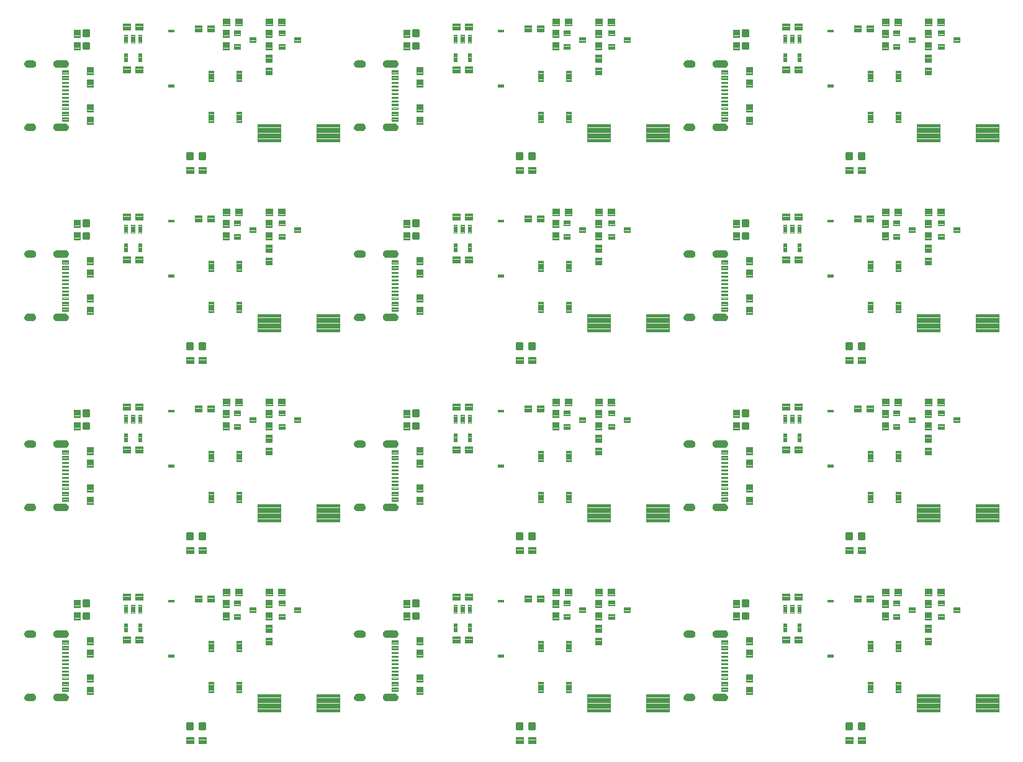
<source format=gtp>
G04 EAGLE Gerber RS-274X export*
G75*
%MOMM*%
%FSLAX34Y34*%
%LPD*%
%INSolderpaste Top*%
%IPPOS*%
%AMOC8*
5,1,8,0,0,1.08239X$1,22.5*%
G01*
%ADD10C,0.100000*%
%ADD11C,0.102000*%
%ADD12C,0.099000*%
%ADD13C,0.104000*%
%ADD14C,0.099059*%
%ADD15C,0.300000*%

G36*
X509885Y855994D02*
X509885Y855994D01*
X509888Y855991D01*
X510983Y856171D01*
X510989Y856177D01*
X510994Y856174D01*
X512022Y856593D01*
X512026Y856600D01*
X512031Y856598D01*
X512940Y857236D01*
X512943Y857243D01*
X512948Y857243D01*
X513692Y858066D01*
X513693Y858074D01*
X513699Y858075D01*
X514241Y859043D01*
X514240Y859052D01*
X514246Y859054D01*
X514559Y860118D01*
X514556Y860126D01*
X514561Y860129D01*
X514629Y861237D01*
X514625Y861244D01*
X514629Y861247D01*
X514459Y862355D01*
X514453Y862361D01*
X514456Y862366D01*
X514044Y863408D01*
X514037Y863412D01*
X514039Y863417D01*
X513405Y864342D01*
X513397Y864344D01*
X513398Y864350D01*
X512575Y865110D01*
X512566Y865111D01*
X512566Y865117D01*
X511594Y865674D01*
X511586Y865673D01*
X511584Y865679D01*
X510512Y866006D01*
X510504Y866003D01*
X510501Y866008D01*
X509384Y866089D01*
X509381Y866088D01*
X509380Y866089D01*
X497380Y866089D01*
X497377Y866087D01*
X497370Y866087D01*
X497369Y866088D01*
X496425Y865869D01*
X496419Y865863D01*
X496414Y865865D01*
X495542Y865442D01*
X495539Y865434D01*
X495533Y865436D01*
X494777Y864829D01*
X494775Y864821D01*
X494769Y864821D01*
X494168Y864061D01*
X494168Y864052D01*
X494162Y864051D01*
X493744Y863176D01*
X493746Y863168D01*
X493741Y863166D01*
X493529Y862220D01*
X493532Y862213D01*
X493527Y862209D01*
X493531Y861240D01*
X493531Y861239D01*
X493550Y860171D01*
X493555Y860164D01*
X493551Y860160D01*
X493807Y859123D01*
X493814Y859118D01*
X493811Y859112D01*
X494292Y858158D01*
X494299Y858155D01*
X494298Y858149D01*
X494979Y857326D01*
X494987Y857324D01*
X494987Y857318D01*
X495834Y856667D01*
X495842Y856667D01*
X495843Y856661D01*
X496814Y856214D01*
X496822Y856216D01*
X496824Y856211D01*
X497870Y855992D01*
X497877Y855995D01*
X497880Y855991D01*
X509880Y855991D01*
X509885Y855994D01*
G37*
G36*
X959465Y78754D02*
X959465Y78754D01*
X959468Y78751D01*
X960563Y78931D01*
X960569Y78937D01*
X960574Y78934D01*
X961602Y79353D01*
X961606Y79360D01*
X961611Y79358D01*
X962520Y79996D01*
X962523Y80003D01*
X962528Y80003D01*
X963272Y80826D01*
X963273Y80834D01*
X963279Y80835D01*
X963821Y81803D01*
X963820Y81812D01*
X963826Y81814D01*
X964139Y82878D01*
X964136Y82886D01*
X964141Y82889D01*
X964209Y83997D01*
X964205Y84004D01*
X964209Y84007D01*
X964039Y85115D01*
X964033Y85121D01*
X964036Y85126D01*
X963624Y86168D01*
X963617Y86172D01*
X963619Y86177D01*
X962985Y87102D01*
X962977Y87104D01*
X962978Y87110D01*
X962155Y87870D01*
X962146Y87871D01*
X962146Y87877D01*
X961174Y88434D01*
X961166Y88433D01*
X961164Y88439D01*
X960092Y88766D01*
X960084Y88763D01*
X960081Y88768D01*
X958964Y88849D01*
X958961Y88848D01*
X958960Y88849D01*
X946960Y88849D01*
X946957Y88847D01*
X946950Y88847D01*
X946949Y88848D01*
X946005Y88629D01*
X945999Y88623D01*
X945994Y88625D01*
X945122Y88202D01*
X945119Y88194D01*
X945113Y88196D01*
X944357Y87589D01*
X944355Y87581D01*
X944349Y87581D01*
X943748Y86821D01*
X943748Y86812D01*
X943742Y86811D01*
X943324Y85936D01*
X943326Y85928D01*
X943321Y85926D01*
X943109Y84980D01*
X943112Y84973D01*
X943107Y84969D01*
X943111Y84000D01*
X943111Y83999D01*
X943130Y82931D01*
X943135Y82924D01*
X943131Y82920D01*
X943387Y81883D01*
X943394Y81878D01*
X943391Y81872D01*
X943872Y80918D01*
X943879Y80915D01*
X943878Y80909D01*
X944559Y80086D01*
X944567Y80084D01*
X944567Y80078D01*
X945414Y79427D01*
X945422Y79427D01*
X945423Y79421D01*
X946394Y78974D01*
X946402Y78976D01*
X946404Y78971D01*
X947450Y78752D01*
X947457Y78755D01*
X947460Y78751D01*
X959460Y78751D01*
X959465Y78754D01*
G37*
G36*
X509885Y596914D02*
X509885Y596914D01*
X509888Y596911D01*
X510983Y597091D01*
X510989Y597097D01*
X510994Y597094D01*
X512022Y597513D01*
X512026Y597520D01*
X512031Y597518D01*
X512940Y598156D01*
X512943Y598163D01*
X512948Y598163D01*
X513692Y598986D01*
X513693Y598994D01*
X513699Y598995D01*
X514241Y599963D01*
X514240Y599972D01*
X514246Y599974D01*
X514559Y601038D01*
X514556Y601046D01*
X514561Y601049D01*
X514629Y602157D01*
X514625Y602164D01*
X514629Y602167D01*
X514459Y603275D01*
X514453Y603281D01*
X514456Y603286D01*
X514044Y604328D01*
X514037Y604332D01*
X514039Y604337D01*
X513405Y605262D01*
X513397Y605264D01*
X513398Y605270D01*
X512575Y606030D01*
X512566Y606031D01*
X512566Y606037D01*
X511594Y606594D01*
X511586Y606593D01*
X511584Y606599D01*
X510512Y606926D01*
X510504Y606923D01*
X510501Y606928D01*
X509384Y607009D01*
X509381Y607008D01*
X509380Y607009D01*
X497380Y607009D01*
X497377Y607007D01*
X497370Y607007D01*
X497369Y607008D01*
X496425Y606789D01*
X496419Y606783D01*
X496414Y606785D01*
X495542Y606362D01*
X495539Y606354D01*
X495533Y606356D01*
X494777Y605749D01*
X494775Y605741D01*
X494769Y605741D01*
X494168Y604981D01*
X494168Y604972D01*
X494162Y604971D01*
X493744Y604096D01*
X493746Y604088D01*
X493741Y604086D01*
X493529Y603140D01*
X493532Y603133D01*
X493527Y603129D01*
X493531Y602160D01*
X493531Y602159D01*
X493550Y601091D01*
X493555Y601084D01*
X493551Y601080D01*
X493807Y600043D01*
X493814Y600038D01*
X493811Y600032D01*
X494292Y599078D01*
X494299Y599075D01*
X494298Y599069D01*
X494979Y598246D01*
X494987Y598244D01*
X494987Y598238D01*
X495834Y597587D01*
X495842Y597587D01*
X495843Y597581D01*
X496814Y597134D01*
X496822Y597136D01*
X496824Y597131D01*
X497870Y596912D01*
X497877Y596915D01*
X497880Y596911D01*
X509880Y596911D01*
X509885Y596914D01*
G37*
G36*
X959465Y337834D02*
X959465Y337834D01*
X959468Y337831D01*
X960563Y338011D01*
X960569Y338017D01*
X960574Y338014D01*
X961602Y338433D01*
X961606Y338440D01*
X961611Y338438D01*
X962520Y339076D01*
X962523Y339083D01*
X962528Y339083D01*
X963272Y339906D01*
X963273Y339914D01*
X963279Y339915D01*
X963821Y340883D01*
X963820Y340892D01*
X963826Y340894D01*
X964139Y341958D01*
X964136Y341966D01*
X964141Y341969D01*
X964209Y343077D01*
X964205Y343084D01*
X964209Y343087D01*
X964039Y344195D01*
X964033Y344201D01*
X964036Y344206D01*
X963624Y345248D01*
X963617Y345252D01*
X963619Y345257D01*
X962985Y346182D01*
X962977Y346184D01*
X962978Y346190D01*
X962155Y346950D01*
X962146Y346951D01*
X962146Y346957D01*
X961174Y347514D01*
X961166Y347513D01*
X961164Y347519D01*
X960092Y347846D01*
X960084Y347843D01*
X960081Y347848D01*
X958964Y347929D01*
X958961Y347928D01*
X958960Y347929D01*
X946960Y347929D01*
X946957Y347927D01*
X946950Y347927D01*
X946949Y347928D01*
X946005Y347709D01*
X945999Y347703D01*
X945994Y347705D01*
X945122Y347282D01*
X945119Y347274D01*
X945113Y347276D01*
X944357Y346669D01*
X944355Y346661D01*
X944349Y346661D01*
X943748Y345901D01*
X943748Y345892D01*
X943742Y345891D01*
X943324Y345016D01*
X943326Y345008D01*
X943321Y345006D01*
X943109Y344060D01*
X943112Y344053D01*
X943107Y344049D01*
X943111Y343080D01*
X943111Y343079D01*
X943130Y342011D01*
X943135Y342004D01*
X943131Y342000D01*
X943387Y340963D01*
X943394Y340958D01*
X943391Y340952D01*
X943872Y339998D01*
X943879Y339995D01*
X943878Y339989D01*
X944559Y339166D01*
X944567Y339164D01*
X944567Y339158D01*
X945414Y338507D01*
X945422Y338507D01*
X945423Y338501D01*
X946394Y338054D01*
X946402Y338056D01*
X946404Y338051D01*
X947450Y337832D01*
X947457Y337835D01*
X947460Y337831D01*
X959460Y337831D01*
X959465Y337834D01*
G37*
G36*
X509885Y337834D02*
X509885Y337834D01*
X509888Y337831D01*
X510983Y338011D01*
X510989Y338017D01*
X510994Y338014D01*
X512022Y338433D01*
X512026Y338440D01*
X512031Y338438D01*
X512940Y339076D01*
X512943Y339083D01*
X512948Y339083D01*
X513692Y339906D01*
X513693Y339914D01*
X513699Y339915D01*
X514241Y340883D01*
X514240Y340892D01*
X514246Y340894D01*
X514559Y341958D01*
X514556Y341966D01*
X514561Y341969D01*
X514629Y343077D01*
X514625Y343084D01*
X514629Y343087D01*
X514459Y344195D01*
X514453Y344201D01*
X514456Y344206D01*
X514044Y345248D01*
X514037Y345252D01*
X514039Y345257D01*
X513405Y346182D01*
X513397Y346184D01*
X513398Y346190D01*
X512575Y346950D01*
X512566Y346951D01*
X512566Y346957D01*
X511594Y347514D01*
X511586Y347513D01*
X511584Y347519D01*
X510512Y347846D01*
X510504Y347843D01*
X510501Y347848D01*
X509384Y347929D01*
X509381Y347928D01*
X509380Y347929D01*
X497380Y347929D01*
X497377Y347927D01*
X497370Y347927D01*
X497369Y347928D01*
X496425Y347709D01*
X496419Y347703D01*
X496414Y347705D01*
X495542Y347282D01*
X495539Y347274D01*
X495533Y347276D01*
X494777Y346669D01*
X494775Y346661D01*
X494769Y346661D01*
X494168Y345901D01*
X494168Y345892D01*
X494162Y345891D01*
X493744Y345016D01*
X493746Y345008D01*
X493741Y345006D01*
X493529Y344060D01*
X493532Y344053D01*
X493527Y344049D01*
X493531Y343080D01*
X493531Y343079D01*
X493550Y342011D01*
X493555Y342004D01*
X493551Y342000D01*
X493807Y340963D01*
X493814Y340958D01*
X493811Y340952D01*
X494292Y339998D01*
X494299Y339995D01*
X494298Y339989D01*
X494979Y339166D01*
X494987Y339164D01*
X494987Y339158D01*
X495834Y338507D01*
X495842Y338507D01*
X495843Y338501D01*
X496814Y338054D01*
X496822Y338056D01*
X496824Y338051D01*
X497870Y337832D01*
X497877Y337835D01*
X497880Y337831D01*
X509880Y337831D01*
X509885Y337834D01*
G37*
G36*
X509885Y78754D02*
X509885Y78754D01*
X509888Y78751D01*
X510983Y78931D01*
X510989Y78937D01*
X510994Y78934D01*
X512022Y79353D01*
X512026Y79360D01*
X512031Y79358D01*
X512940Y79996D01*
X512943Y80003D01*
X512948Y80003D01*
X513692Y80826D01*
X513693Y80834D01*
X513699Y80835D01*
X514241Y81803D01*
X514240Y81812D01*
X514246Y81814D01*
X514559Y82878D01*
X514556Y82886D01*
X514561Y82889D01*
X514629Y83997D01*
X514625Y84004D01*
X514629Y84007D01*
X514459Y85115D01*
X514453Y85121D01*
X514456Y85126D01*
X514044Y86168D01*
X514037Y86172D01*
X514039Y86177D01*
X513405Y87102D01*
X513397Y87104D01*
X513398Y87110D01*
X512575Y87870D01*
X512566Y87871D01*
X512566Y87877D01*
X511594Y88434D01*
X511586Y88433D01*
X511584Y88439D01*
X510512Y88766D01*
X510504Y88763D01*
X510501Y88768D01*
X509384Y88849D01*
X509381Y88848D01*
X509380Y88849D01*
X497380Y88849D01*
X497377Y88847D01*
X497370Y88847D01*
X497369Y88848D01*
X496425Y88629D01*
X496419Y88623D01*
X496414Y88625D01*
X495542Y88202D01*
X495539Y88194D01*
X495533Y88196D01*
X494777Y87589D01*
X494775Y87581D01*
X494769Y87581D01*
X494168Y86821D01*
X494168Y86812D01*
X494162Y86811D01*
X493744Y85936D01*
X493746Y85928D01*
X493741Y85926D01*
X493529Y84980D01*
X493532Y84973D01*
X493527Y84969D01*
X493531Y84000D01*
X493531Y83999D01*
X493550Y82931D01*
X493555Y82924D01*
X493551Y82920D01*
X493807Y81883D01*
X493814Y81878D01*
X493811Y81872D01*
X494292Y80918D01*
X494299Y80915D01*
X494298Y80909D01*
X494979Y80086D01*
X494987Y80084D01*
X494987Y80078D01*
X495834Y79427D01*
X495842Y79427D01*
X495843Y79421D01*
X496814Y78974D01*
X496822Y78976D01*
X496824Y78971D01*
X497870Y78752D01*
X497877Y78755D01*
X497880Y78751D01*
X509880Y78751D01*
X509885Y78754D01*
G37*
G36*
X60305Y78754D02*
X60305Y78754D01*
X60308Y78751D01*
X61403Y78931D01*
X61409Y78937D01*
X61414Y78934D01*
X62442Y79353D01*
X62446Y79360D01*
X62451Y79358D01*
X63360Y79996D01*
X63363Y80003D01*
X63368Y80003D01*
X64112Y80826D01*
X64113Y80834D01*
X64119Y80835D01*
X64661Y81803D01*
X64660Y81812D01*
X64666Y81814D01*
X64979Y82878D01*
X64976Y82886D01*
X64981Y82889D01*
X65049Y83997D01*
X65045Y84004D01*
X65049Y84007D01*
X64879Y85115D01*
X64873Y85121D01*
X64876Y85126D01*
X64464Y86168D01*
X64457Y86172D01*
X64459Y86177D01*
X63825Y87102D01*
X63817Y87104D01*
X63818Y87110D01*
X62995Y87870D01*
X62986Y87871D01*
X62986Y87877D01*
X62014Y88434D01*
X62006Y88433D01*
X62004Y88439D01*
X60932Y88766D01*
X60924Y88763D01*
X60921Y88768D01*
X59804Y88849D01*
X59801Y88848D01*
X59800Y88849D01*
X47800Y88849D01*
X47797Y88847D01*
X47790Y88847D01*
X47789Y88848D01*
X46845Y88629D01*
X46839Y88623D01*
X46834Y88625D01*
X45962Y88202D01*
X45959Y88194D01*
X45953Y88196D01*
X45197Y87589D01*
X45195Y87581D01*
X45189Y87581D01*
X44588Y86821D01*
X44588Y86812D01*
X44582Y86811D01*
X44164Y85936D01*
X44166Y85928D01*
X44161Y85926D01*
X43949Y84980D01*
X43952Y84973D01*
X43947Y84969D01*
X43951Y84000D01*
X43951Y83999D01*
X43970Y82931D01*
X43975Y82924D01*
X43971Y82920D01*
X44227Y81883D01*
X44234Y81878D01*
X44231Y81872D01*
X44712Y80918D01*
X44719Y80915D01*
X44718Y80909D01*
X45399Y80086D01*
X45407Y80084D01*
X45407Y80078D01*
X46254Y79427D01*
X46262Y79427D01*
X46263Y79421D01*
X47234Y78974D01*
X47242Y78976D01*
X47244Y78971D01*
X48290Y78752D01*
X48297Y78755D01*
X48300Y78751D01*
X60300Y78751D01*
X60305Y78754D01*
G37*
G36*
X959465Y596914D02*
X959465Y596914D01*
X959468Y596911D01*
X960563Y597091D01*
X960569Y597097D01*
X960574Y597094D01*
X961602Y597513D01*
X961606Y597520D01*
X961611Y597518D01*
X962520Y598156D01*
X962523Y598163D01*
X962528Y598163D01*
X963272Y598986D01*
X963273Y598994D01*
X963279Y598995D01*
X963821Y599963D01*
X963820Y599972D01*
X963826Y599974D01*
X964139Y601038D01*
X964136Y601046D01*
X964141Y601049D01*
X964209Y602157D01*
X964205Y602164D01*
X964209Y602167D01*
X964039Y603275D01*
X964033Y603281D01*
X964036Y603286D01*
X963624Y604328D01*
X963617Y604332D01*
X963619Y604337D01*
X962985Y605262D01*
X962977Y605264D01*
X962978Y605270D01*
X962155Y606030D01*
X962146Y606031D01*
X962146Y606037D01*
X961174Y606594D01*
X961166Y606593D01*
X961164Y606599D01*
X960092Y606926D01*
X960084Y606923D01*
X960081Y606928D01*
X958964Y607009D01*
X958961Y607008D01*
X958960Y607009D01*
X946960Y607009D01*
X946957Y607007D01*
X946950Y607007D01*
X946949Y607008D01*
X946005Y606789D01*
X945999Y606783D01*
X945994Y606785D01*
X945122Y606362D01*
X945119Y606354D01*
X945113Y606356D01*
X944357Y605749D01*
X944355Y605741D01*
X944349Y605741D01*
X943748Y604981D01*
X943748Y604972D01*
X943742Y604971D01*
X943324Y604096D01*
X943326Y604088D01*
X943321Y604086D01*
X943109Y603140D01*
X943112Y603133D01*
X943107Y603129D01*
X943111Y602160D01*
X943111Y602159D01*
X943130Y601091D01*
X943135Y601084D01*
X943131Y601080D01*
X943387Y600043D01*
X943394Y600038D01*
X943391Y600032D01*
X943872Y599078D01*
X943879Y599075D01*
X943878Y599069D01*
X944559Y598246D01*
X944567Y598244D01*
X944567Y598238D01*
X945414Y597587D01*
X945422Y597587D01*
X945423Y597581D01*
X946394Y597134D01*
X946402Y597136D01*
X946404Y597131D01*
X947450Y596912D01*
X947457Y596915D01*
X947460Y596911D01*
X959460Y596911D01*
X959465Y596914D01*
G37*
G36*
X60305Y596914D02*
X60305Y596914D01*
X60308Y596911D01*
X61403Y597091D01*
X61409Y597097D01*
X61414Y597094D01*
X62442Y597513D01*
X62446Y597520D01*
X62451Y597518D01*
X63360Y598156D01*
X63363Y598163D01*
X63368Y598163D01*
X64112Y598986D01*
X64113Y598994D01*
X64119Y598995D01*
X64661Y599963D01*
X64660Y599972D01*
X64666Y599974D01*
X64979Y601038D01*
X64976Y601046D01*
X64981Y601049D01*
X65049Y602157D01*
X65045Y602164D01*
X65049Y602167D01*
X64879Y603275D01*
X64873Y603281D01*
X64876Y603286D01*
X64464Y604328D01*
X64457Y604332D01*
X64459Y604337D01*
X63825Y605262D01*
X63817Y605264D01*
X63818Y605270D01*
X62995Y606030D01*
X62986Y606031D01*
X62986Y606037D01*
X62014Y606594D01*
X62006Y606593D01*
X62004Y606599D01*
X60932Y606926D01*
X60924Y606923D01*
X60921Y606928D01*
X59804Y607009D01*
X59801Y607008D01*
X59800Y607009D01*
X47800Y607009D01*
X47797Y607007D01*
X47790Y607007D01*
X47789Y607008D01*
X46845Y606789D01*
X46839Y606783D01*
X46834Y606785D01*
X45962Y606362D01*
X45959Y606354D01*
X45953Y606356D01*
X45197Y605749D01*
X45195Y605741D01*
X45189Y605741D01*
X44588Y604981D01*
X44588Y604972D01*
X44582Y604971D01*
X44164Y604096D01*
X44166Y604088D01*
X44161Y604086D01*
X43949Y603140D01*
X43952Y603133D01*
X43947Y603129D01*
X43951Y602160D01*
X43951Y602159D01*
X43970Y601091D01*
X43975Y601084D01*
X43971Y601080D01*
X44227Y600043D01*
X44234Y600038D01*
X44231Y600032D01*
X44712Y599078D01*
X44719Y599075D01*
X44718Y599069D01*
X45399Y598246D01*
X45407Y598244D01*
X45407Y598238D01*
X46254Y597587D01*
X46262Y597587D01*
X46263Y597581D01*
X47234Y597134D01*
X47242Y597136D01*
X47244Y597131D01*
X48290Y596912D01*
X48297Y596915D01*
X48300Y596911D01*
X60300Y596911D01*
X60305Y596914D01*
G37*
G36*
X60305Y855994D02*
X60305Y855994D01*
X60308Y855991D01*
X61403Y856171D01*
X61409Y856177D01*
X61414Y856174D01*
X62442Y856593D01*
X62446Y856600D01*
X62451Y856598D01*
X63360Y857236D01*
X63363Y857243D01*
X63368Y857243D01*
X64112Y858066D01*
X64113Y858074D01*
X64119Y858075D01*
X64661Y859043D01*
X64660Y859052D01*
X64666Y859054D01*
X64979Y860118D01*
X64976Y860126D01*
X64981Y860129D01*
X65049Y861237D01*
X65045Y861244D01*
X65049Y861247D01*
X64879Y862355D01*
X64873Y862361D01*
X64876Y862366D01*
X64464Y863408D01*
X64457Y863412D01*
X64459Y863417D01*
X63825Y864342D01*
X63817Y864344D01*
X63818Y864350D01*
X62995Y865110D01*
X62986Y865111D01*
X62986Y865117D01*
X62014Y865674D01*
X62006Y865673D01*
X62004Y865679D01*
X60932Y866006D01*
X60924Y866003D01*
X60921Y866008D01*
X59804Y866089D01*
X59801Y866088D01*
X59800Y866089D01*
X47800Y866089D01*
X47797Y866087D01*
X47790Y866087D01*
X47789Y866088D01*
X46845Y865869D01*
X46839Y865863D01*
X46834Y865865D01*
X45962Y865442D01*
X45959Y865434D01*
X45953Y865436D01*
X45197Y864829D01*
X45195Y864821D01*
X45189Y864821D01*
X44588Y864061D01*
X44588Y864052D01*
X44582Y864051D01*
X44164Y863176D01*
X44166Y863168D01*
X44161Y863166D01*
X43949Y862220D01*
X43952Y862213D01*
X43947Y862209D01*
X43951Y861240D01*
X43951Y861239D01*
X43970Y860171D01*
X43975Y860164D01*
X43971Y860160D01*
X44227Y859123D01*
X44234Y859118D01*
X44231Y859112D01*
X44712Y858158D01*
X44719Y858155D01*
X44718Y858149D01*
X45399Y857326D01*
X45407Y857324D01*
X45407Y857318D01*
X46254Y856667D01*
X46262Y856667D01*
X46263Y856661D01*
X47234Y856214D01*
X47242Y856216D01*
X47244Y856211D01*
X48290Y855992D01*
X48297Y855995D01*
X48300Y855991D01*
X60300Y855991D01*
X60305Y855994D01*
G37*
G36*
X959465Y855994D02*
X959465Y855994D01*
X959468Y855991D01*
X960563Y856171D01*
X960569Y856177D01*
X960574Y856174D01*
X961602Y856593D01*
X961606Y856600D01*
X961611Y856598D01*
X962520Y857236D01*
X962523Y857243D01*
X962528Y857243D01*
X963272Y858066D01*
X963273Y858074D01*
X963279Y858075D01*
X963821Y859043D01*
X963820Y859052D01*
X963826Y859054D01*
X964139Y860118D01*
X964136Y860126D01*
X964141Y860129D01*
X964209Y861237D01*
X964205Y861244D01*
X964209Y861247D01*
X964039Y862355D01*
X964033Y862361D01*
X964036Y862366D01*
X963624Y863408D01*
X963617Y863412D01*
X963619Y863417D01*
X962985Y864342D01*
X962977Y864344D01*
X962978Y864350D01*
X962155Y865110D01*
X962146Y865111D01*
X962146Y865117D01*
X961174Y865674D01*
X961166Y865673D01*
X961164Y865679D01*
X960092Y866006D01*
X960084Y866003D01*
X960081Y866008D01*
X958964Y866089D01*
X958961Y866088D01*
X958960Y866089D01*
X946960Y866089D01*
X946957Y866087D01*
X946950Y866087D01*
X946949Y866088D01*
X946005Y865869D01*
X945999Y865863D01*
X945994Y865865D01*
X945122Y865442D01*
X945119Y865434D01*
X945113Y865436D01*
X944357Y864829D01*
X944355Y864821D01*
X944349Y864821D01*
X943748Y864061D01*
X943748Y864052D01*
X943742Y864051D01*
X943324Y863176D01*
X943326Y863168D01*
X943321Y863166D01*
X943109Y862220D01*
X943112Y862213D01*
X943107Y862209D01*
X943111Y861240D01*
X943111Y861239D01*
X943130Y860171D01*
X943135Y860164D01*
X943131Y860160D01*
X943387Y859123D01*
X943394Y859118D01*
X943391Y859112D01*
X943872Y858158D01*
X943879Y858155D01*
X943878Y858149D01*
X944559Y857326D01*
X944567Y857324D01*
X944567Y857318D01*
X945414Y856667D01*
X945422Y856667D01*
X945423Y856661D01*
X946394Y856214D01*
X946402Y856216D01*
X946404Y856211D01*
X947450Y855992D01*
X947457Y855995D01*
X947460Y855991D01*
X959460Y855991D01*
X959465Y855994D01*
G37*
G36*
X60305Y337834D02*
X60305Y337834D01*
X60308Y337831D01*
X61403Y338011D01*
X61409Y338017D01*
X61414Y338014D01*
X62442Y338433D01*
X62446Y338440D01*
X62451Y338438D01*
X63360Y339076D01*
X63363Y339083D01*
X63368Y339083D01*
X64112Y339906D01*
X64113Y339914D01*
X64119Y339915D01*
X64661Y340883D01*
X64660Y340892D01*
X64666Y340894D01*
X64979Y341958D01*
X64976Y341966D01*
X64981Y341969D01*
X65049Y343077D01*
X65045Y343084D01*
X65049Y343087D01*
X64879Y344195D01*
X64873Y344201D01*
X64876Y344206D01*
X64464Y345248D01*
X64457Y345252D01*
X64459Y345257D01*
X63825Y346182D01*
X63817Y346184D01*
X63818Y346190D01*
X62995Y346950D01*
X62986Y346951D01*
X62986Y346957D01*
X62014Y347514D01*
X62006Y347513D01*
X62004Y347519D01*
X60932Y347846D01*
X60924Y347843D01*
X60921Y347848D01*
X59804Y347929D01*
X59801Y347928D01*
X59800Y347929D01*
X47800Y347929D01*
X47797Y347927D01*
X47790Y347927D01*
X47789Y347928D01*
X46845Y347709D01*
X46839Y347703D01*
X46834Y347705D01*
X45962Y347282D01*
X45959Y347274D01*
X45953Y347276D01*
X45197Y346669D01*
X45195Y346661D01*
X45189Y346661D01*
X44588Y345901D01*
X44588Y345892D01*
X44582Y345891D01*
X44164Y345016D01*
X44166Y345008D01*
X44161Y345006D01*
X43949Y344060D01*
X43952Y344053D01*
X43947Y344049D01*
X43951Y343080D01*
X43951Y343079D01*
X43970Y342011D01*
X43975Y342004D01*
X43971Y342000D01*
X44227Y340963D01*
X44234Y340958D01*
X44231Y340952D01*
X44712Y339998D01*
X44719Y339995D01*
X44718Y339989D01*
X45399Y339166D01*
X45407Y339164D01*
X45407Y339158D01*
X46254Y338507D01*
X46262Y338507D01*
X46263Y338501D01*
X47234Y338054D01*
X47242Y338056D01*
X47244Y338051D01*
X48290Y337832D01*
X48297Y337835D01*
X48300Y337831D01*
X60300Y337831D01*
X60305Y337834D01*
G37*
G36*
X509885Y165155D02*
X509885Y165155D01*
X509888Y165151D01*
X510994Y165344D01*
X510999Y165349D01*
X510999Y165350D01*
X511004Y165347D01*
X512039Y165780D01*
X512043Y165787D01*
X512048Y165785D01*
X512961Y166438D01*
X512963Y166446D01*
X512969Y166445D01*
X513713Y167284D01*
X513714Y167293D01*
X513719Y167293D01*
X514258Y168277D01*
X514257Y168285D01*
X514258Y168286D01*
X514262Y168287D01*
X514263Y168289D01*
X514445Y168930D01*
X514569Y169366D01*
X514567Y169371D01*
X514569Y169373D01*
X514567Y169375D01*
X514571Y169377D01*
X514629Y170497D01*
X514626Y170502D01*
X514629Y170506D01*
X514511Y171551D01*
X514505Y171557D01*
X514509Y171562D01*
X514161Y172556D01*
X514154Y172560D01*
X514156Y172565D01*
X513596Y173457D01*
X513589Y173460D01*
X513589Y173465D01*
X512845Y174209D01*
X512837Y174211D01*
X512837Y174216D01*
X511945Y174776D01*
X511937Y174776D01*
X511936Y174781D01*
X510942Y175129D01*
X510934Y175126D01*
X510931Y175131D01*
X509886Y175249D01*
X509882Y175247D01*
X509880Y175249D01*
X497880Y175249D01*
X497877Y175247D01*
X497874Y175247D01*
X497872Y175249D01*
X496876Y175091D01*
X496870Y175085D01*
X496865Y175088D01*
X495929Y174713D01*
X495925Y174706D01*
X495919Y174708D01*
X495090Y174134D01*
X495087Y174126D01*
X495082Y174127D01*
X494401Y173383D01*
X494400Y173374D01*
X494394Y173374D01*
X493896Y172497D01*
X493897Y172489D01*
X493892Y172486D01*
X493704Y171862D01*
X493601Y171521D01*
X493602Y171518D01*
X493601Y171517D01*
X493604Y171513D01*
X493599Y171510D01*
X493531Y170503D01*
X493532Y170501D01*
X493531Y170500D01*
X493540Y169419D01*
X493545Y169412D01*
X493541Y169408D01*
X493791Y168356D01*
X493797Y168351D01*
X493794Y168346D01*
X494271Y167376D01*
X494279Y167373D01*
X494277Y167367D01*
X494958Y166528D01*
X494966Y166526D01*
X494966Y166520D01*
X495817Y165854D01*
X495825Y165853D01*
X495826Y165848D01*
X496803Y165387D01*
X496811Y165389D01*
X496814Y165384D01*
X497869Y165152D01*
X497877Y165155D01*
X497880Y165151D01*
X509880Y165151D01*
X509885Y165155D01*
G37*
G36*
X959465Y424235D02*
X959465Y424235D01*
X959468Y424231D01*
X960574Y424424D01*
X960579Y424429D01*
X960579Y424430D01*
X960584Y424427D01*
X961619Y424860D01*
X961623Y424867D01*
X961628Y424865D01*
X962541Y425518D01*
X962543Y425526D01*
X962549Y425525D01*
X963293Y426364D01*
X963294Y426373D01*
X963299Y426373D01*
X963838Y427357D01*
X963837Y427365D01*
X963838Y427366D01*
X963842Y427367D01*
X963843Y427369D01*
X964025Y428010D01*
X964149Y428446D01*
X964147Y428451D01*
X964149Y428453D01*
X964147Y428455D01*
X964151Y428457D01*
X964209Y429577D01*
X964206Y429582D01*
X964209Y429586D01*
X964091Y430631D01*
X964085Y430637D01*
X964089Y430642D01*
X963741Y431636D01*
X963734Y431640D01*
X963736Y431645D01*
X963176Y432537D01*
X963169Y432540D01*
X963169Y432545D01*
X962425Y433289D01*
X962417Y433291D01*
X962417Y433296D01*
X961525Y433856D01*
X961517Y433856D01*
X961516Y433861D01*
X960522Y434209D01*
X960514Y434206D01*
X960511Y434211D01*
X959466Y434329D01*
X959462Y434327D01*
X959460Y434329D01*
X947460Y434329D01*
X947457Y434327D01*
X947454Y434327D01*
X947452Y434329D01*
X946456Y434171D01*
X946450Y434165D01*
X946445Y434168D01*
X945509Y433793D01*
X945505Y433786D01*
X945499Y433788D01*
X944670Y433214D01*
X944667Y433206D01*
X944662Y433207D01*
X943981Y432463D01*
X943980Y432454D01*
X943974Y432454D01*
X943476Y431577D01*
X943477Y431569D01*
X943472Y431566D01*
X943284Y430942D01*
X943181Y430601D01*
X943182Y430598D01*
X943181Y430597D01*
X943184Y430593D01*
X943179Y430590D01*
X943111Y429583D01*
X943112Y429581D01*
X943111Y429580D01*
X943120Y428499D01*
X943125Y428492D01*
X943121Y428488D01*
X943371Y427436D01*
X943377Y427431D01*
X943374Y427426D01*
X943851Y426456D01*
X943859Y426453D01*
X943857Y426447D01*
X944538Y425608D01*
X944546Y425606D01*
X944546Y425600D01*
X945397Y424934D01*
X945405Y424933D01*
X945406Y424928D01*
X946383Y424467D01*
X946391Y424469D01*
X946394Y424464D01*
X947449Y424232D01*
X947457Y424235D01*
X947460Y424231D01*
X959460Y424231D01*
X959465Y424235D01*
G37*
G36*
X60305Y942395D02*
X60305Y942395D01*
X60308Y942391D01*
X61414Y942584D01*
X61419Y942589D01*
X61419Y942590D01*
X61424Y942587D01*
X62459Y943020D01*
X62463Y943027D01*
X62468Y943025D01*
X63381Y943678D01*
X63383Y943686D01*
X63389Y943685D01*
X64133Y944524D01*
X64134Y944533D01*
X64139Y944533D01*
X64678Y945517D01*
X64677Y945525D01*
X64678Y945526D01*
X64682Y945527D01*
X64683Y945529D01*
X64865Y946170D01*
X64989Y946606D01*
X64987Y946611D01*
X64989Y946613D01*
X64987Y946615D01*
X64991Y946617D01*
X65049Y947737D01*
X65046Y947742D01*
X65049Y947746D01*
X64931Y948791D01*
X64925Y948797D01*
X64929Y948802D01*
X64581Y949796D01*
X64574Y949800D01*
X64576Y949805D01*
X64016Y950697D01*
X64009Y950700D01*
X64009Y950705D01*
X63265Y951449D01*
X63257Y951451D01*
X63257Y951456D01*
X62365Y952016D01*
X62357Y952016D01*
X62356Y952021D01*
X61362Y952369D01*
X61354Y952366D01*
X61351Y952371D01*
X60306Y952489D01*
X60302Y952487D01*
X60300Y952489D01*
X48300Y952489D01*
X48297Y952487D01*
X48294Y952487D01*
X48292Y952489D01*
X47296Y952331D01*
X47290Y952325D01*
X47285Y952328D01*
X46349Y951953D01*
X46345Y951946D01*
X46339Y951948D01*
X45510Y951374D01*
X45507Y951366D01*
X45502Y951367D01*
X44821Y950623D01*
X44820Y950614D01*
X44814Y950614D01*
X44316Y949737D01*
X44317Y949729D01*
X44312Y949726D01*
X44124Y949102D01*
X44021Y948761D01*
X44022Y948758D01*
X44021Y948757D01*
X44024Y948753D01*
X44019Y948750D01*
X43951Y947743D01*
X43952Y947741D01*
X43951Y947740D01*
X43960Y946659D01*
X43965Y946652D01*
X43961Y946648D01*
X44211Y945596D01*
X44217Y945591D01*
X44214Y945586D01*
X44691Y944616D01*
X44699Y944613D01*
X44697Y944607D01*
X45378Y943768D01*
X45386Y943766D01*
X45386Y943760D01*
X46237Y943094D01*
X46245Y943093D01*
X46246Y943088D01*
X47223Y942627D01*
X47231Y942629D01*
X47234Y942624D01*
X48289Y942392D01*
X48297Y942395D01*
X48300Y942391D01*
X60300Y942391D01*
X60305Y942395D01*
G37*
G36*
X509885Y942395D02*
X509885Y942395D01*
X509888Y942391D01*
X510994Y942584D01*
X510999Y942589D01*
X510999Y942590D01*
X511004Y942587D01*
X512039Y943020D01*
X512043Y943027D01*
X512048Y943025D01*
X512961Y943678D01*
X512963Y943686D01*
X512969Y943685D01*
X513713Y944524D01*
X513714Y944533D01*
X513719Y944533D01*
X514258Y945517D01*
X514257Y945525D01*
X514258Y945526D01*
X514262Y945527D01*
X514263Y945529D01*
X514445Y946170D01*
X514569Y946606D01*
X514567Y946611D01*
X514569Y946613D01*
X514567Y946615D01*
X514571Y946617D01*
X514629Y947737D01*
X514626Y947742D01*
X514629Y947746D01*
X514511Y948791D01*
X514505Y948797D01*
X514509Y948802D01*
X514161Y949796D01*
X514154Y949800D01*
X514156Y949805D01*
X513596Y950697D01*
X513589Y950700D01*
X513589Y950705D01*
X512845Y951449D01*
X512837Y951451D01*
X512837Y951456D01*
X511945Y952016D01*
X511937Y952016D01*
X511936Y952021D01*
X510942Y952369D01*
X510934Y952366D01*
X510931Y952371D01*
X509886Y952489D01*
X509882Y952487D01*
X509880Y952489D01*
X497880Y952489D01*
X497877Y952487D01*
X497874Y952487D01*
X497872Y952489D01*
X496876Y952331D01*
X496870Y952325D01*
X496865Y952328D01*
X495929Y951953D01*
X495925Y951946D01*
X495919Y951948D01*
X495090Y951374D01*
X495087Y951366D01*
X495082Y951367D01*
X494401Y950623D01*
X494400Y950614D01*
X494394Y950614D01*
X493896Y949737D01*
X493897Y949729D01*
X493892Y949726D01*
X493704Y949102D01*
X493601Y948761D01*
X493602Y948758D01*
X493601Y948757D01*
X493604Y948753D01*
X493599Y948750D01*
X493531Y947743D01*
X493532Y947741D01*
X493531Y947740D01*
X493540Y946659D01*
X493545Y946652D01*
X493541Y946648D01*
X493791Y945596D01*
X493797Y945591D01*
X493794Y945586D01*
X494271Y944616D01*
X494279Y944613D01*
X494277Y944607D01*
X494958Y943768D01*
X494966Y943766D01*
X494966Y943760D01*
X495817Y943094D01*
X495825Y943093D01*
X495826Y943088D01*
X496803Y942627D01*
X496811Y942629D01*
X496814Y942624D01*
X497869Y942392D01*
X497877Y942395D01*
X497880Y942391D01*
X509880Y942391D01*
X509885Y942395D01*
G37*
G36*
X60305Y424235D02*
X60305Y424235D01*
X60308Y424231D01*
X61414Y424424D01*
X61419Y424429D01*
X61419Y424430D01*
X61424Y424427D01*
X62459Y424860D01*
X62463Y424867D01*
X62468Y424865D01*
X63381Y425518D01*
X63383Y425526D01*
X63389Y425525D01*
X64133Y426364D01*
X64134Y426373D01*
X64139Y426373D01*
X64678Y427357D01*
X64677Y427365D01*
X64678Y427366D01*
X64682Y427367D01*
X64683Y427369D01*
X64865Y428010D01*
X64989Y428446D01*
X64987Y428451D01*
X64989Y428453D01*
X64987Y428455D01*
X64991Y428457D01*
X65049Y429577D01*
X65046Y429582D01*
X65049Y429586D01*
X64931Y430631D01*
X64925Y430637D01*
X64929Y430642D01*
X64581Y431636D01*
X64574Y431640D01*
X64576Y431645D01*
X64016Y432537D01*
X64009Y432540D01*
X64009Y432545D01*
X63265Y433289D01*
X63257Y433291D01*
X63257Y433296D01*
X62365Y433856D01*
X62357Y433856D01*
X62356Y433861D01*
X61362Y434209D01*
X61354Y434206D01*
X61351Y434211D01*
X60306Y434329D01*
X60302Y434327D01*
X60300Y434329D01*
X48300Y434329D01*
X48297Y434327D01*
X48294Y434327D01*
X48292Y434329D01*
X47296Y434171D01*
X47290Y434165D01*
X47285Y434168D01*
X46349Y433793D01*
X46345Y433786D01*
X46339Y433788D01*
X45510Y433214D01*
X45507Y433206D01*
X45502Y433207D01*
X44821Y432463D01*
X44820Y432454D01*
X44814Y432454D01*
X44316Y431577D01*
X44317Y431569D01*
X44312Y431566D01*
X44124Y430942D01*
X44021Y430601D01*
X44022Y430598D01*
X44021Y430597D01*
X44024Y430593D01*
X44019Y430590D01*
X43951Y429583D01*
X43952Y429581D01*
X43951Y429580D01*
X43960Y428499D01*
X43965Y428492D01*
X43961Y428488D01*
X44211Y427436D01*
X44217Y427431D01*
X44214Y427426D01*
X44691Y426456D01*
X44699Y426453D01*
X44697Y426447D01*
X45378Y425608D01*
X45386Y425606D01*
X45386Y425600D01*
X46237Y424934D01*
X46245Y424933D01*
X46246Y424928D01*
X47223Y424467D01*
X47231Y424469D01*
X47234Y424464D01*
X48289Y424232D01*
X48297Y424235D01*
X48300Y424231D01*
X60300Y424231D01*
X60305Y424235D01*
G37*
G36*
X959465Y942395D02*
X959465Y942395D01*
X959468Y942391D01*
X960574Y942584D01*
X960579Y942589D01*
X960579Y942590D01*
X960584Y942587D01*
X961619Y943020D01*
X961623Y943027D01*
X961628Y943025D01*
X962541Y943678D01*
X962543Y943686D01*
X962549Y943685D01*
X963293Y944524D01*
X963294Y944533D01*
X963299Y944533D01*
X963838Y945517D01*
X963837Y945525D01*
X963838Y945526D01*
X963842Y945527D01*
X963843Y945529D01*
X964025Y946170D01*
X964149Y946606D01*
X964147Y946611D01*
X964149Y946613D01*
X964147Y946615D01*
X964151Y946617D01*
X964209Y947737D01*
X964206Y947742D01*
X964209Y947746D01*
X964091Y948791D01*
X964085Y948797D01*
X964089Y948802D01*
X963741Y949796D01*
X963734Y949800D01*
X963736Y949805D01*
X963176Y950697D01*
X963169Y950700D01*
X963169Y950705D01*
X962425Y951449D01*
X962417Y951451D01*
X962417Y951456D01*
X961525Y952016D01*
X961517Y952016D01*
X961516Y952021D01*
X960522Y952369D01*
X960514Y952366D01*
X960511Y952371D01*
X959466Y952489D01*
X959462Y952487D01*
X959460Y952489D01*
X947460Y952489D01*
X947457Y952487D01*
X947454Y952487D01*
X947452Y952489D01*
X946456Y952331D01*
X946450Y952325D01*
X946445Y952328D01*
X945509Y951953D01*
X945505Y951946D01*
X945499Y951948D01*
X944670Y951374D01*
X944667Y951366D01*
X944662Y951367D01*
X943981Y950623D01*
X943980Y950614D01*
X943974Y950614D01*
X943476Y949737D01*
X943477Y949729D01*
X943472Y949726D01*
X943284Y949102D01*
X943181Y948761D01*
X943182Y948758D01*
X943181Y948757D01*
X943184Y948753D01*
X943179Y948750D01*
X943111Y947743D01*
X943112Y947741D01*
X943111Y947740D01*
X943120Y946659D01*
X943125Y946652D01*
X943121Y946648D01*
X943371Y945596D01*
X943377Y945591D01*
X943374Y945586D01*
X943851Y944616D01*
X943859Y944613D01*
X943857Y944607D01*
X944538Y943768D01*
X944546Y943766D01*
X944546Y943760D01*
X945397Y943094D01*
X945405Y943093D01*
X945406Y943088D01*
X946383Y942627D01*
X946391Y942629D01*
X946394Y942624D01*
X947449Y942392D01*
X947457Y942395D01*
X947460Y942391D01*
X959460Y942391D01*
X959465Y942395D01*
G37*
G36*
X509885Y424235D02*
X509885Y424235D01*
X509888Y424231D01*
X510994Y424424D01*
X510999Y424429D01*
X510999Y424430D01*
X511004Y424427D01*
X512039Y424860D01*
X512043Y424867D01*
X512048Y424865D01*
X512961Y425518D01*
X512963Y425526D01*
X512969Y425525D01*
X513713Y426364D01*
X513714Y426373D01*
X513719Y426373D01*
X514258Y427357D01*
X514257Y427365D01*
X514258Y427366D01*
X514262Y427367D01*
X514263Y427369D01*
X514445Y428010D01*
X514569Y428446D01*
X514567Y428451D01*
X514569Y428453D01*
X514567Y428455D01*
X514571Y428457D01*
X514629Y429577D01*
X514626Y429582D01*
X514629Y429586D01*
X514511Y430631D01*
X514505Y430637D01*
X514509Y430642D01*
X514161Y431636D01*
X514154Y431640D01*
X514156Y431645D01*
X513596Y432537D01*
X513589Y432540D01*
X513589Y432545D01*
X512845Y433289D01*
X512837Y433291D01*
X512837Y433296D01*
X511945Y433856D01*
X511937Y433856D01*
X511936Y433861D01*
X510942Y434209D01*
X510934Y434206D01*
X510931Y434211D01*
X509886Y434329D01*
X509882Y434327D01*
X509880Y434329D01*
X497880Y434329D01*
X497877Y434327D01*
X497874Y434327D01*
X497872Y434329D01*
X496876Y434171D01*
X496870Y434165D01*
X496865Y434168D01*
X495929Y433793D01*
X495925Y433786D01*
X495919Y433788D01*
X495090Y433214D01*
X495087Y433206D01*
X495082Y433207D01*
X494401Y432463D01*
X494400Y432454D01*
X494394Y432454D01*
X493896Y431577D01*
X493897Y431569D01*
X493892Y431566D01*
X493704Y430942D01*
X493601Y430601D01*
X493602Y430598D01*
X493601Y430597D01*
X493604Y430593D01*
X493599Y430590D01*
X493531Y429583D01*
X493532Y429581D01*
X493531Y429580D01*
X493540Y428499D01*
X493545Y428492D01*
X493541Y428488D01*
X493791Y427436D01*
X493797Y427431D01*
X493794Y427426D01*
X494271Y426456D01*
X494279Y426453D01*
X494277Y426447D01*
X494958Y425608D01*
X494966Y425606D01*
X494966Y425600D01*
X495817Y424934D01*
X495825Y424933D01*
X495826Y424928D01*
X496803Y424467D01*
X496811Y424469D01*
X496814Y424464D01*
X497869Y424232D01*
X497877Y424235D01*
X497880Y424231D01*
X509880Y424231D01*
X509885Y424235D01*
G37*
G36*
X60305Y165155D02*
X60305Y165155D01*
X60308Y165151D01*
X61414Y165344D01*
X61419Y165349D01*
X61419Y165350D01*
X61424Y165347D01*
X62459Y165780D01*
X62463Y165787D01*
X62468Y165785D01*
X63381Y166438D01*
X63383Y166446D01*
X63389Y166445D01*
X64133Y167284D01*
X64134Y167293D01*
X64139Y167293D01*
X64678Y168277D01*
X64677Y168285D01*
X64678Y168286D01*
X64682Y168287D01*
X64683Y168289D01*
X64865Y168930D01*
X64989Y169366D01*
X64987Y169371D01*
X64989Y169373D01*
X64987Y169375D01*
X64991Y169377D01*
X65049Y170497D01*
X65046Y170502D01*
X65049Y170506D01*
X64931Y171551D01*
X64925Y171557D01*
X64929Y171562D01*
X64581Y172556D01*
X64574Y172560D01*
X64576Y172565D01*
X64016Y173457D01*
X64009Y173460D01*
X64009Y173465D01*
X63265Y174209D01*
X63257Y174211D01*
X63257Y174216D01*
X62365Y174776D01*
X62357Y174776D01*
X62356Y174781D01*
X61362Y175129D01*
X61354Y175126D01*
X61351Y175131D01*
X60306Y175249D01*
X60302Y175247D01*
X60300Y175249D01*
X48300Y175249D01*
X48297Y175247D01*
X48294Y175247D01*
X48292Y175249D01*
X47296Y175091D01*
X47290Y175085D01*
X47285Y175088D01*
X46349Y174713D01*
X46345Y174706D01*
X46339Y174708D01*
X45510Y174134D01*
X45507Y174126D01*
X45502Y174127D01*
X44821Y173383D01*
X44820Y173374D01*
X44814Y173374D01*
X44316Y172497D01*
X44317Y172489D01*
X44312Y172486D01*
X44124Y171862D01*
X44021Y171521D01*
X44022Y171518D01*
X44021Y171517D01*
X44024Y171513D01*
X44019Y171510D01*
X43951Y170503D01*
X43952Y170501D01*
X43951Y170500D01*
X43960Y169419D01*
X43965Y169412D01*
X43961Y169408D01*
X44211Y168356D01*
X44217Y168351D01*
X44214Y168346D01*
X44691Y167376D01*
X44699Y167373D01*
X44697Y167367D01*
X45378Y166528D01*
X45386Y166526D01*
X45386Y166520D01*
X46237Y165854D01*
X46245Y165853D01*
X46246Y165848D01*
X47223Y165387D01*
X47231Y165389D01*
X47234Y165384D01*
X48289Y165152D01*
X48297Y165155D01*
X48300Y165151D01*
X60300Y165151D01*
X60305Y165155D01*
G37*
G36*
X959465Y165155D02*
X959465Y165155D01*
X959468Y165151D01*
X960574Y165344D01*
X960579Y165349D01*
X960579Y165350D01*
X960584Y165347D01*
X961619Y165780D01*
X961623Y165787D01*
X961628Y165785D01*
X962541Y166438D01*
X962543Y166446D01*
X962549Y166445D01*
X963293Y167284D01*
X963294Y167293D01*
X963299Y167293D01*
X963838Y168277D01*
X963837Y168285D01*
X963838Y168286D01*
X963842Y168287D01*
X963843Y168289D01*
X964025Y168930D01*
X964149Y169366D01*
X964147Y169371D01*
X964149Y169373D01*
X964147Y169375D01*
X964151Y169377D01*
X964209Y170497D01*
X964206Y170502D01*
X964209Y170506D01*
X964091Y171551D01*
X964085Y171557D01*
X964089Y171562D01*
X963741Y172556D01*
X963734Y172560D01*
X963736Y172565D01*
X963176Y173457D01*
X963169Y173460D01*
X963169Y173465D01*
X962425Y174209D01*
X962417Y174211D01*
X962417Y174216D01*
X961525Y174776D01*
X961517Y174776D01*
X961516Y174781D01*
X960522Y175129D01*
X960514Y175126D01*
X960511Y175131D01*
X959466Y175249D01*
X959462Y175247D01*
X959460Y175249D01*
X947460Y175249D01*
X947457Y175247D01*
X947454Y175247D01*
X947452Y175249D01*
X946456Y175091D01*
X946450Y175085D01*
X946445Y175088D01*
X945509Y174713D01*
X945505Y174706D01*
X945499Y174708D01*
X944670Y174134D01*
X944667Y174126D01*
X944662Y174127D01*
X943981Y173383D01*
X943980Y173374D01*
X943974Y173374D01*
X943476Y172497D01*
X943477Y172489D01*
X943472Y172486D01*
X943284Y171862D01*
X943181Y171521D01*
X943182Y171518D01*
X943181Y171517D01*
X943184Y171513D01*
X943179Y171510D01*
X943111Y170503D01*
X943112Y170501D01*
X943111Y170500D01*
X943120Y169419D01*
X943125Y169412D01*
X943121Y169408D01*
X943371Y168356D01*
X943377Y168351D01*
X943374Y168346D01*
X943851Y167376D01*
X943859Y167373D01*
X943857Y167367D01*
X944538Y166528D01*
X944546Y166526D01*
X944546Y166520D01*
X945397Y165854D01*
X945405Y165853D01*
X945406Y165848D01*
X946383Y165387D01*
X946391Y165389D01*
X946394Y165384D01*
X947449Y165152D01*
X947457Y165155D01*
X947460Y165151D01*
X959460Y165151D01*
X959465Y165155D01*
G37*
G36*
X509885Y683315D02*
X509885Y683315D01*
X509888Y683311D01*
X510994Y683504D01*
X510999Y683509D01*
X510999Y683510D01*
X511004Y683507D01*
X512039Y683940D01*
X512043Y683947D01*
X512048Y683945D01*
X512961Y684598D01*
X512963Y684606D01*
X512969Y684605D01*
X513713Y685444D01*
X513714Y685453D01*
X513719Y685453D01*
X514258Y686437D01*
X514257Y686445D01*
X514258Y686446D01*
X514262Y686447D01*
X514263Y686449D01*
X514445Y687090D01*
X514569Y687526D01*
X514567Y687531D01*
X514569Y687533D01*
X514567Y687535D01*
X514571Y687537D01*
X514629Y688657D01*
X514626Y688662D01*
X514629Y688666D01*
X514511Y689711D01*
X514505Y689717D01*
X514509Y689722D01*
X514161Y690716D01*
X514154Y690720D01*
X514156Y690725D01*
X513596Y691617D01*
X513589Y691620D01*
X513589Y691625D01*
X512845Y692369D01*
X512837Y692371D01*
X512837Y692376D01*
X511945Y692936D01*
X511937Y692936D01*
X511936Y692941D01*
X510942Y693289D01*
X510934Y693286D01*
X510931Y693291D01*
X509886Y693409D01*
X509882Y693407D01*
X509880Y693409D01*
X497880Y693409D01*
X497877Y693407D01*
X497874Y693407D01*
X497872Y693409D01*
X496876Y693251D01*
X496870Y693245D01*
X496865Y693248D01*
X495929Y692873D01*
X495925Y692866D01*
X495919Y692868D01*
X495090Y692294D01*
X495087Y692286D01*
X495082Y692287D01*
X494401Y691543D01*
X494400Y691534D01*
X494394Y691534D01*
X493896Y690657D01*
X493897Y690649D01*
X493892Y690646D01*
X493704Y690022D01*
X493601Y689681D01*
X493602Y689678D01*
X493601Y689677D01*
X493604Y689673D01*
X493599Y689670D01*
X493531Y688663D01*
X493532Y688661D01*
X493531Y688660D01*
X493540Y687579D01*
X493545Y687572D01*
X493541Y687568D01*
X493791Y686516D01*
X493797Y686511D01*
X493794Y686506D01*
X494271Y685536D01*
X494279Y685533D01*
X494277Y685527D01*
X494958Y684688D01*
X494966Y684686D01*
X494966Y684680D01*
X495817Y684014D01*
X495825Y684013D01*
X495826Y684008D01*
X496803Y683547D01*
X496811Y683549D01*
X496814Y683544D01*
X497869Y683312D01*
X497877Y683315D01*
X497880Y683311D01*
X509880Y683311D01*
X509885Y683315D01*
G37*
G36*
X959465Y683315D02*
X959465Y683315D01*
X959468Y683311D01*
X960574Y683504D01*
X960579Y683509D01*
X960579Y683510D01*
X960584Y683507D01*
X961619Y683940D01*
X961623Y683947D01*
X961628Y683945D01*
X962541Y684598D01*
X962543Y684606D01*
X962549Y684605D01*
X963293Y685444D01*
X963294Y685453D01*
X963299Y685453D01*
X963838Y686437D01*
X963837Y686445D01*
X963838Y686446D01*
X963842Y686447D01*
X963843Y686449D01*
X964025Y687090D01*
X964149Y687526D01*
X964147Y687531D01*
X964149Y687533D01*
X964147Y687535D01*
X964151Y687537D01*
X964209Y688657D01*
X964206Y688662D01*
X964209Y688666D01*
X964091Y689711D01*
X964085Y689717D01*
X964089Y689722D01*
X963741Y690716D01*
X963734Y690720D01*
X963736Y690725D01*
X963176Y691617D01*
X963169Y691620D01*
X963169Y691625D01*
X962425Y692369D01*
X962417Y692371D01*
X962417Y692376D01*
X961525Y692936D01*
X961517Y692936D01*
X961516Y692941D01*
X960522Y693289D01*
X960514Y693286D01*
X960511Y693291D01*
X959466Y693409D01*
X959462Y693407D01*
X959460Y693409D01*
X947460Y693409D01*
X947457Y693407D01*
X947454Y693407D01*
X947452Y693409D01*
X946456Y693251D01*
X946450Y693245D01*
X946445Y693248D01*
X945509Y692873D01*
X945505Y692866D01*
X945499Y692868D01*
X944670Y692294D01*
X944667Y692286D01*
X944662Y692287D01*
X943981Y691543D01*
X943980Y691534D01*
X943974Y691534D01*
X943476Y690657D01*
X943477Y690649D01*
X943472Y690646D01*
X943284Y690022D01*
X943181Y689681D01*
X943182Y689678D01*
X943181Y689677D01*
X943184Y689673D01*
X943179Y689670D01*
X943111Y688663D01*
X943112Y688661D01*
X943111Y688660D01*
X943120Y687579D01*
X943125Y687572D01*
X943121Y687568D01*
X943371Y686516D01*
X943377Y686511D01*
X943374Y686506D01*
X943851Y685536D01*
X943859Y685533D01*
X943857Y685527D01*
X944538Y684688D01*
X944546Y684686D01*
X944546Y684680D01*
X945397Y684014D01*
X945405Y684013D01*
X945406Y684008D01*
X946383Y683547D01*
X946391Y683549D01*
X946394Y683544D01*
X947449Y683312D01*
X947457Y683315D01*
X947460Y683311D01*
X959460Y683311D01*
X959465Y683315D01*
G37*
G36*
X60305Y683315D02*
X60305Y683315D01*
X60308Y683311D01*
X61414Y683504D01*
X61419Y683509D01*
X61419Y683510D01*
X61424Y683507D01*
X62459Y683940D01*
X62463Y683947D01*
X62468Y683945D01*
X63381Y684598D01*
X63383Y684606D01*
X63389Y684605D01*
X64133Y685444D01*
X64134Y685453D01*
X64139Y685453D01*
X64678Y686437D01*
X64677Y686445D01*
X64678Y686446D01*
X64682Y686447D01*
X64683Y686449D01*
X64865Y687090D01*
X64989Y687526D01*
X64987Y687531D01*
X64989Y687533D01*
X64987Y687535D01*
X64991Y687537D01*
X65049Y688657D01*
X65046Y688662D01*
X65049Y688666D01*
X64931Y689711D01*
X64925Y689717D01*
X64929Y689722D01*
X64581Y690716D01*
X64574Y690720D01*
X64576Y690725D01*
X64016Y691617D01*
X64009Y691620D01*
X64009Y691625D01*
X63265Y692369D01*
X63257Y692371D01*
X63257Y692376D01*
X62365Y692936D01*
X62357Y692936D01*
X62356Y692941D01*
X61362Y693289D01*
X61354Y693286D01*
X61351Y693291D01*
X60306Y693409D01*
X60302Y693407D01*
X60300Y693409D01*
X48300Y693409D01*
X48297Y693407D01*
X48294Y693407D01*
X48292Y693409D01*
X47296Y693251D01*
X47290Y693245D01*
X47285Y693248D01*
X46349Y692873D01*
X46345Y692866D01*
X46339Y692868D01*
X45510Y692294D01*
X45507Y692286D01*
X45502Y692287D01*
X44821Y691543D01*
X44820Y691534D01*
X44814Y691534D01*
X44316Y690657D01*
X44317Y690649D01*
X44312Y690646D01*
X44124Y690022D01*
X44021Y689681D01*
X44022Y689678D01*
X44021Y689677D01*
X44024Y689673D01*
X44019Y689670D01*
X43951Y688663D01*
X43952Y688661D01*
X43951Y688660D01*
X43960Y687579D01*
X43965Y687572D01*
X43961Y687568D01*
X44211Y686516D01*
X44217Y686511D01*
X44214Y686506D01*
X44691Y685536D01*
X44699Y685533D01*
X44697Y685527D01*
X45378Y684688D01*
X45386Y684686D01*
X45386Y684680D01*
X46237Y684014D01*
X46245Y684013D01*
X46246Y684008D01*
X47223Y683547D01*
X47231Y683549D01*
X47234Y683544D01*
X48289Y683312D01*
X48297Y683315D01*
X48300Y683311D01*
X60300Y683311D01*
X60305Y683315D01*
G37*
G36*
X465084Y855994D02*
X465084Y855994D01*
X465086Y855991D01*
X466219Y856141D01*
X466225Y856147D01*
X466230Y856144D01*
X467300Y856542D01*
X467304Y856549D01*
X467310Y856547D01*
X468265Y857174D01*
X468268Y857182D01*
X468273Y857181D01*
X469065Y858004D01*
X469066Y858012D01*
X469072Y858013D01*
X469661Y858992D01*
X469660Y859000D01*
X469665Y859002D01*
X470021Y860087D01*
X470019Y860095D01*
X470023Y860098D01*
X470129Y861235D01*
X470124Y861244D01*
X470128Y861249D01*
X469921Y862386D01*
X469915Y862392D01*
X469918Y862397D01*
X469463Y863459D01*
X469456Y863463D01*
X469458Y863469D01*
X468778Y864404D01*
X468770Y864406D01*
X468771Y864412D01*
X467900Y865172D01*
X467892Y865172D01*
X467891Y865178D01*
X466872Y865725D01*
X466864Y865724D01*
X466862Y865729D01*
X465748Y866036D01*
X465740Y866033D01*
X465737Y866038D01*
X464582Y866089D01*
X464581Y866088D01*
X464580Y866089D01*
X458580Y866089D01*
X458577Y866087D01*
X458572Y866087D01*
X458571Y866088D01*
X457490Y865876D01*
X457485Y865870D01*
X457480Y865873D01*
X456474Y865426D01*
X456470Y865419D01*
X456464Y865421D01*
X455583Y864761D01*
X455580Y864753D01*
X455575Y864753D01*
X454862Y863914D01*
X454862Y863906D01*
X454856Y863905D01*
X454348Y862928D01*
X454349Y862920D01*
X454344Y862918D01*
X454066Y861853D01*
X454069Y861845D01*
X454065Y861842D01*
X454031Y860742D01*
X454035Y860736D01*
X454031Y860733D01*
X454186Y859658D01*
X454192Y859652D01*
X454189Y859647D01*
X454579Y858633D01*
X454586Y858629D01*
X454585Y858623D01*
X455191Y857721D01*
X455199Y857719D01*
X455198Y857713D01*
X455990Y856969D01*
X455998Y856968D01*
X455998Y856962D01*
X456936Y856413D01*
X456944Y856414D01*
X456946Y856408D01*
X457982Y856081D01*
X457990Y856084D01*
X457993Y856079D01*
X459076Y855991D01*
X459079Y855993D01*
X459080Y855991D01*
X465080Y855991D01*
X465084Y855994D01*
G37*
G36*
X914664Y855994D02*
X914664Y855994D01*
X914666Y855991D01*
X915799Y856141D01*
X915805Y856147D01*
X915810Y856144D01*
X916880Y856542D01*
X916884Y856549D01*
X916890Y856547D01*
X917845Y857174D01*
X917848Y857182D01*
X917853Y857181D01*
X918645Y858004D01*
X918646Y858012D01*
X918652Y858013D01*
X919241Y858992D01*
X919240Y859000D01*
X919245Y859002D01*
X919601Y860087D01*
X919599Y860095D01*
X919603Y860098D01*
X919709Y861235D01*
X919704Y861244D01*
X919708Y861249D01*
X919501Y862386D01*
X919495Y862392D01*
X919498Y862397D01*
X919043Y863459D01*
X919036Y863463D01*
X919038Y863469D01*
X918358Y864404D01*
X918350Y864406D01*
X918351Y864412D01*
X917480Y865172D01*
X917472Y865172D01*
X917471Y865178D01*
X916452Y865725D01*
X916444Y865724D01*
X916442Y865729D01*
X915328Y866036D01*
X915320Y866033D01*
X915317Y866038D01*
X914162Y866089D01*
X914161Y866088D01*
X914160Y866089D01*
X908160Y866089D01*
X908157Y866087D01*
X908152Y866087D01*
X908151Y866088D01*
X907070Y865876D01*
X907065Y865870D01*
X907060Y865873D01*
X906054Y865426D01*
X906050Y865419D01*
X906044Y865421D01*
X905163Y864761D01*
X905160Y864753D01*
X905155Y864753D01*
X904442Y863914D01*
X904442Y863906D01*
X904436Y863905D01*
X903928Y862928D01*
X903929Y862920D01*
X903924Y862918D01*
X903646Y861853D01*
X903649Y861845D01*
X903645Y861842D01*
X903611Y860742D01*
X903615Y860736D01*
X903611Y860733D01*
X903766Y859658D01*
X903772Y859652D01*
X903769Y859647D01*
X904159Y858633D01*
X904166Y858629D01*
X904165Y858623D01*
X904771Y857721D01*
X904779Y857719D01*
X904778Y857713D01*
X905570Y856969D01*
X905578Y856968D01*
X905578Y856962D01*
X906516Y856413D01*
X906524Y856414D01*
X906526Y856408D01*
X907562Y856081D01*
X907570Y856084D01*
X907573Y856079D01*
X908656Y855991D01*
X908659Y855993D01*
X908660Y855991D01*
X914660Y855991D01*
X914664Y855994D01*
G37*
G36*
X15504Y855994D02*
X15504Y855994D01*
X15506Y855991D01*
X16639Y856141D01*
X16645Y856147D01*
X16650Y856144D01*
X17720Y856542D01*
X17724Y856549D01*
X17730Y856547D01*
X18685Y857174D01*
X18688Y857182D01*
X18693Y857181D01*
X19485Y858004D01*
X19486Y858012D01*
X19492Y858013D01*
X20081Y858992D01*
X20080Y859000D01*
X20085Y859002D01*
X20441Y860087D01*
X20439Y860095D01*
X20443Y860098D01*
X20549Y861235D01*
X20544Y861244D01*
X20548Y861249D01*
X20341Y862386D01*
X20335Y862392D01*
X20338Y862397D01*
X19883Y863459D01*
X19876Y863463D01*
X19878Y863469D01*
X19198Y864404D01*
X19190Y864406D01*
X19191Y864412D01*
X18320Y865172D01*
X18312Y865172D01*
X18311Y865178D01*
X17292Y865725D01*
X17284Y865724D01*
X17282Y865729D01*
X16168Y866036D01*
X16160Y866033D01*
X16157Y866038D01*
X15002Y866089D01*
X15001Y866088D01*
X15000Y866089D01*
X9000Y866089D01*
X8997Y866087D01*
X8992Y866087D01*
X8991Y866088D01*
X7910Y865876D01*
X7905Y865870D01*
X7900Y865873D01*
X6894Y865426D01*
X6890Y865419D01*
X6884Y865421D01*
X6003Y864761D01*
X6000Y864753D01*
X5995Y864753D01*
X5282Y863914D01*
X5282Y863906D01*
X5276Y863905D01*
X4768Y862928D01*
X4769Y862920D01*
X4764Y862918D01*
X4486Y861853D01*
X4489Y861845D01*
X4485Y861842D01*
X4451Y860742D01*
X4455Y860736D01*
X4451Y860733D01*
X4606Y859658D01*
X4612Y859652D01*
X4609Y859647D01*
X4999Y858633D01*
X5006Y858629D01*
X5005Y858623D01*
X5611Y857721D01*
X5619Y857719D01*
X5618Y857713D01*
X6410Y856969D01*
X6418Y856968D01*
X6418Y856962D01*
X7356Y856413D01*
X7364Y856414D01*
X7366Y856408D01*
X8402Y856081D01*
X8410Y856084D01*
X8413Y856079D01*
X9496Y855991D01*
X9499Y855993D01*
X9500Y855991D01*
X15500Y855991D01*
X15504Y855994D01*
G37*
G36*
X15504Y596914D02*
X15504Y596914D01*
X15506Y596911D01*
X16639Y597061D01*
X16645Y597067D01*
X16650Y597064D01*
X17720Y597462D01*
X17724Y597469D01*
X17730Y597467D01*
X18685Y598094D01*
X18688Y598102D01*
X18693Y598101D01*
X19485Y598924D01*
X19486Y598932D01*
X19492Y598933D01*
X20081Y599912D01*
X20080Y599920D01*
X20085Y599922D01*
X20441Y601007D01*
X20439Y601015D01*
X20443Y601018D01*
X20549Y602155D01*
X20544Y602164D01*
X20548Y602169D01*
X20341Y603306D01*
X20335Y603312D01*
X20338Y603317D01*
X19883Y604379D01*
X19876Y604383D01*
X19878Y604389D01*
X19198Y605324D01*
X19190Y605326D01*
X19191Y605332D01*
X18320Y606092D01*
X18312Y606092D01*
X18311Y606098D01*
X17292Y606645D01*
X17284Y606644D01*
X17282Y606649D01*
X16168Y606956D01*
X16160Y606953D01*
X16157Y606958D01*
X15002Y607009D01*
X15001Y607008D01*
X15000Y607009D01*
X9000Y607009D01*
X8997Y607007D01*
X8992Y607007D01*
X8991Y607008D01*
X7910Y606796D01*
X7905Y606790D01*
X7900Y606793D01*
X6894Y606346D01*
X6890Y606339D01*
X6884Y606341D01*
X6003Y605681D01*
X6000Y605673D01*
X5995Y605673D01*
X5282Y604834D01*
X5282Y604826D01*
X5276Y604825D01*
X4768Y603848D01*
X4769Y603840D01*
X4764Y603838D01*
X4486Y602773D01*
X4489Y602765D01*
X4485Y602762D01*
X4451Y601662D01*
X4455Y601656D01*
X4451Y601653D01*
X4606Y600578D01*
X4612Y600572D01*
X4609Y600567D01*
X4999Y599553D01*
X5006Y599549D01*
X5005Y599543D01*
X5611Y598641D01*
X5619Y598639D01*
X5618Y598633D01*
X6410Y597889D01*
X6418Y597888D01*
X6418Y597882D01*
X7356Y597333D01*
X7364Y597334D01*
X7366Y597328D01*
X8402Y597001D01*
X8410Y597004D01*
X8413Y596999D01*
X9496Y596911D01*
X9499Y596913D01*
X9500Y596911D01*
X15500Y596911D01*
X15504Y596914D01*
G37*
G36*
X465084Y596914D02*
X465084Y596914D01*
X465086Y596911D01*
X466219Y597061D01*
X466225Y597067D01*
X466230Y597064D01*
X467300Y597462D01*
X467304Y597469D01*
X467310Y597467D01*
X468265Y598094D01*
X468268Y598102D01*
X468273Y598101D01*
X469065Y598924D01*
X469066Y598932D01*
X469072Y598933D01*
X469661Y599912D01*
X469660Y599920D01*
X469665Y599922D01*
X470021Y601007D01*
X470019Y601015D01*
X470023Y601018D01*
X470129Y602155D01*
X470124Y602164D01*
X470128Y602169D01*
X469921Y603306D01*
X469915Y603312D01*
X469918Y603317D01*
X469463Y604379D01*
X469456Y604383D01*
X469458Y604389D01*
X468778Y605324D01*
X468770Y605326D01*
X468771Y605332D01*
X467900Y606092D01*
X467892Y606092D01*
X467891Y606098D01*
X466872Y606645D01*
X466864Y606644D01*
X466862Y606649D01*
X465748Y606956D01*
X465740Y606953D01*
X465737Y606958D01*
X464582Y607009D01*
X464581Y607008D01*
X464580Y607009D01*
X458580Y607009D01*
X458577Y607007D01*
X458572Y607007D01*
X458571Y607008D01*
X457490Y606796D01*
X457485Y606790D01*
X457480Y606793D01*
X456474Y606346D01*
X456470Y606339D01*
X456464Y606341D01*
X455583Y605681D01*
X455580Y605673D01*
X455575Y605673D01*
X454862Y604834D01*
X454862Y604826D01*
X454856Y604825D01*
X454348Y603848D01*
X454349Y603840D01*
X454344Y603838D01*
X454066Y602773D01*
X454069Y602765D01*
X454065Y602762D01*
X454031Y601662D01*
X454035Y601656D01*
X454031Y601653D01*
X454186Y600578D01*
X454192Y600572D01*
X454189Y600567D01*
X454579Y599553D01*
X454586Y599549D01*
X454585Y599543D01*
X455191Y598641D01*
X455199Y598639D01*
X455198Y598633D01*
X455990Y597889D01*
X455998Y597888D01*
X455998Y597882D01*
X456936Y597333D01*
X456944Y597334D01*
X456946Y597328D01*
X457982Y597001D01*
X457990Y597004D01*
X457993Y596999D01*
X459076Y596911D01*
X459079Y596913D01*
X459080Y596911D01*
X465080Y596911D01*
X465084Y596914D01*
G37*
G36*
X15504Y337834D02*
X15504Y337834D01*
X15506Y337831D01*
X16639Y337981D01*
X16645Y337987D01*
X16650Y337984D01*
X17720Y338382D01*
X17724Y338389D01*
X17730Y338387D01*
X18685Y339014D01*
X18688Y339022D01*
X18693Y339021D01*
X19485Y339844D01*
X19486Y339852D01*
X19492Y339853D01*
X20081Y340832D01*
X20080Y340840D01*
X20085Y340842D01*
X20441Y341927D01*
X20439Y341935D01*
X20443Y341938D01*
X20549Y343075D01*
X20544Y343084D01*
X20548Y343089D01*
X20341Y344226D01*
X20335Y344232D01*
X20338Y344237D01*
X19883Y345299D01*
X19876Y345303D01*
X19878Y345309D01*
X19198Y346244D01*
X19190Y346246D01*
X19191Y346252D01*
X18320Y347012D01*
X18312Y347012D01*
X18311Y347018D01*
X17292Y347565D01*
X17284Y347564D01*
X17282Y347569D01*
X16168Y347876D01*
X16160Y347873D01*
X16157Y347878D01*
X15002Y347929D01*
X15001Y347928D01*
X15000Y347929D01*
X9000Y347929D01*
X8997Y347927D01*
X8992Y347927D01*
X8991Y347928D01*
X7910Y347716D01*
X7905Y347710D01*
X7900Y347713D01*
X6894Y347266D01*
X6890Y347259D01*
X6884Y347261D01*
X6003Y346601D01*
X6000Y346593D01*
X5995Y346593D01*
X5282Y345754D01*
X5282Y345746D01*
X5276Y345745D01*
X4768Y344768D01*
X4769Y344760D01*
X4764Y344758D01*
X4486Y343693D01*
X4489Y343685D01*
X4485Y343682D01*
X4451Y342582D01*
X4455Y342576D01*
X4451Y342573D01*
X4606Y341498D01*
X4612Y341492D01*
X4609Y341487D01*
X4999Y340473D01*
X5006Y340469D01*
X5005Y340463D01*
X5611Y339561D01*
X5619Y339559D01*
X5618Y339553D01*
X6410Y338809D01*
X6418Y338808D01*
X6418Y338802D01*
X7356Y338253D01*
X7364Y338254D01*
X7366Y338248D01*
X8402Y337921D01*
X8410Y337924D01*
X8413Y337919D01*
X9496Y337831D01*
X9499Y337833D01*
X9500Y337831D01*
X15500Y337831D01*
X15504Y337834D01*
G37*
G36*
X914664Y596914D02*
X914664Y596914D01*
X914666Y596911D01*
X915799Y597061D01*
X915805Y597067D01*
X915810Y597064D01*
X916880Y597462D01*
X916884Y597469D01*
X916890Y597467D01*
X917845Y598094D01*
X917848Y598102D01*
X917853Y598101D01*
X918645Y598924D01*
X918646Y598932D01*
X918652Y598933D01*
X919241Y599912D01*
X919240Y599920D01*
X919245Y599922D01*
X919601Y601007D01*
X919599Y601015D01*
X919603Y601018D01*
X919709Y602155D01*
X919704Y602164D01*
X919708Y602169D01*
X919501Y603306D01*
X919495Y603312D01*
X919498Y603317D01*
X919043Y604379D01*
X919036Y604383D01*
X919038Y604389D01*
X918358Y605324D01*
X918350Y605326D01*
X918351Y605332D01*
X917480Y606092D01*
X917472Y606092D01*
X917471Y606098D01*
X916452Y606645D01*
X916444Y606644D01*
X916442Y606649D01*
X915328Y606956D01*
X915320Y606953D01*
X915317Y606958D01*
X914162Y607009D01*
X914161Y607008D01*
X914160Y607009D01*
X908160Y607009D01*
X908157Y607007D01*
X908152Y607007D01*
X908151Y607008D01*
X907070Y606796D01*
X907065Y606790D01*
X907060Y606793D01*
X906054Y606346D01*
X906050Y606339D01*
X906044Y606341D01*
X905163Y605681D01*
X905160Y605673D01*
X905155Y605673D01*
X904442Y604834D01*
X904442Y604826D01*
X904436Y604825D01*
X903928Y603848D01*
X903929Y603840D01*
X903924Y603838D01*
X903646Y602773D01*
X903649Y602765D01*
X903645Y602762D01*
X903611Y601662D01*
X903615Y601656D01*
X903611Y601653D01*
X903766Y600578D01*
X903772Y600572D01*
X903769Y600567D01*
X904159Y599553D01*
X904166Y599549D01*
X904165Y599543D01*
X904771Y598641D01*
X904779Y598639D01*
X904778Y598633D01*
X905570Y597889D01*
X905578Y597888D01*
X905578Y597882D01*
X906516Y597333D01*
X906524Y597334D01*
X906526Y597328D01*
X907562Y597001D01*
X907570Y597004D01*
X907573Y596999D01*
X908656Y596911D01*
X908659Y596913D01*
X908660Y596911D01*
X914660Y596911D01*
X914664Y596914D01*
G37*
G36*
X465084Y337834D02*
X465084Y337834D01*
X465086Y337831D01*
X466219Y337981D01*
X466225Y337987D01*
X466230Y337984D01*
X467300Y338382D01*
X467304Y338389D01*
X467310Y338387D01*
X468265Y339014D01*
X468268Y339022D01*
X468273Y339021D01*
X469065Y339844D01*
X469066Y339852D01*
X469072Y339853D01*
X469661Y340832D01*
X469660Y340840D01*
X469665Y340842D01*
X470021Y341927D01*
X470019Y341935D01*
X470023Y341938D01*
X470129Y343075D01*
X470124Y343084D01*
X470128Y343089D01*
X469921Y344226D01*
X469915Y344232D01*
X469918Y344237D01*
X469463Y345299D01*
X469456Y345303D01*
X469458Y345309D01*
X468778Y346244D01*
X468770Y346246D01*
X468771Y346252D01*
X467900Y347012D01*
X467892Y347012D01*
X467891Y347018D01*
X466872Y347565D01*
X466864Y347564D01*
X466862Y347569D01*
X465748Y347876D01*
X465740Y347873D01*
X465737Y347878D01*
X464582Y347929D01*
X464581Y347928D01*
X464580Y347929D01*
X458580Y347929D01*
X458577Y347927D01*
X458572Y347927D01*
X458571Y347928D01*
X457490Y347716D01*
X457485Y347710D01*
X457480Y347713D01*
X456474Y347266D01*
X456470Y347259D01*
X456464Y347261D01*
X455583Y346601D01*
X455580Y346593D01*
X455575Y346593D01*
X454862Y345754D01*
X454862Y345746D01*
X454856Y345745D01*
X454348Y344768D01*
X454349Y344760D01*
X454344Y344758D01*
X454066Y343693D01*
X454069Y343685D01*
X454065Y343682D01*
X454031Y342582D01*
X454035Y342576D01*
X454031Y342573D01*
X454186Y341498D01*
X454192Y341492D01*
X454189Y341487D01*
X454579Y340473D01*
X454586Y340469D01*
X454585Y340463D01*
X455191Y339561D01*
X455199Y339559D01*
X455198Y339553D01*
X455990Y338809D01*
X455998Y338808D01*
X455998Y338802D01*
X456936Y338253D01*
X456944Y338254D01*
X456946Y338248D01*
X457982Y337921D01*
X457990Y337924D01*
X457993Y337919D01*
X459076Y337831D01*
X459079Y337833D01*
X459080Y337831D01*
X465080Y337831D01*
X465084Y337834D01*
G37*
G36*
X465084Y78754D02*
X465084Y78754D01*
X465086Y78751D01*
X466219Y78901D01*
X466225Y78907D01*
X466230Y78904D01*
X467300Y79302D01*
X467304Y79309D01*
X467310Y79307D01*
X468265Y79934D01*
X468268Y79942D01*
X468273Y79941D01*
X469065Y80764D01*
X469066Y80772D01*
X469072Y80773D01*
X469661Y81752D01*
X469660Y81760D01*
X469665Y81762D01*
X470021Y82847D01*
X470019Y82855D01*
X470023Y82858D01*
X470129Y83995D01*
X470124Y84004D01*
X470128Y84009D01*
X469921Y85146D01*
X469915Y85152D01*
X469918Y85157D01*
X469463Y86219D01*
X469456Y86223D01*
X469458Y86229D01*
X468778Y87164D01*
X468770Y87166D01*
X468771Y87172D01*
X467900Y87932D01*
X467892Y87932D01*
X467891Y87938D01*
X466872Y88485D01*
X466864Y88484D01*
X466862Y88489D01*
X465748Y88796D01*
X465740Y88793D01*
X465737Y88798D01*
X464582Y88849D01*
X464581Y88848D01*
X464580Y88849D01*
X458580Y88849D01*
X458577Y88847D01*
X458572Y88847D01*
X458571Y88848D01*
X457490Y88636D01*
X457485Y88630D01*
X457480Y88633D01*
X456474Y88186D01*
X456470Y88179D01*
X456464Y88181D01*
X455583Y87521D01*
X455580Y87513D01*
X455575Y87513D01*
X454862Y86674D01*
X454862Y86666D01*
X454856Y86665D01*
X454348Y85688D01*
X454349Y85680D01*
X454344Y85678D01*
X454066Y84613D01*
X454069Y84605D01*
X454065Y84602D01*
X454031Y83502D01*
X454035Y83496D01*
X454031Y83493D01*
X454186Y82418D01*
X454192Y82412D01*
X454189Y82407D01*
X454579Y81393D01*
X454586Y81389D01*
X454585Y81383D01*
X455191Y80481D01*
X455199Y80479D01*
X455198Y80473D01*
X455990Y79729D01*
X455998Y79728D01*
X455998Y79722D01*
X456936Y79173D01*
X456944Y79174D01*
X456946Y79168D01*
X457982Y78841D01*
X457990Y78844D01*
X457993Y78839D01*
X459076Y78751D01*
X459079Y78753D01*
X459080Y78751D01*
X465080Y78751D01*
X465084Y78754D01*
G37*
G36*
X914664Y78754D02*
X914664Y78754D01*
X914666Y78751D01*
X915799Y78901D01*
X915805Y78907D01*
X915810Y78904D01*
X916880Y79302D01*
X916884Y79309D01*
X916890Y79307D01*
X917845Y79934D01*
X917848Y79942D01*
X917853Y79941D01*
X918645Y80764D01*
X918646Y80772D01*
X918652Y80773D01*
X919241Y81752D01*
X919240Y81760D01*
X919245Y81762D01*
X919601Y82847D01*
X919599Y82855D01*
X919603Y82858D01*
X919709Y83995D01*
X919704Y84004D01*
X919708Y84009D01*
X919501Y85146D01*
X919495Y85152D01*
X919498Y85157D01*
X919043Y86219D01*
X919036Y86223D01*
X919038Y86229D01*
X918358Y87164D01*
X918350Y87166D01*
X918351Y87172D01*
X917480Y87932D01*
X917472Y87932D01*
X917471Y87938D01*
X916452Y88485D01*
X916444Y88484D01*
X916442Y88489D01*
X915328Y88796D01*
X915320Y88793D01*
X915317Y88798D01*
X914162Y88849D01*
X914161Y88848D01*
X914160Y88849D01*
X908160Y88849D01*
X908157Y88847D01*
X908152Y88847D01*
X908151Y88848D01*
X907070Y88636D01*
X907065Y88630D01*
X907060Y88633D01*
X906054Y88186D01*
X906050Y88179D01*
X906044Y88181D01*
X905163Y87521D01*
X905160Y87513D01*
X905155Y87513D01*
X904442Y86674D01*
X904442Y86666D01*
X904436Y86665D01*
X903928Y85688D01*
X903929Y85680D01*
X903924Y85678D01*
X903646Y84613D01*
X903649Y84605D01*
X903645Y84602D01*
X903611Y83502D01*
X903615Y83496D01*
X903611Y83493D01*
X903766Y82418D01*
X903772Y82412D01*
X903769Y82407D01*
X904159Y81393D01*
X904166Y81389D01*
X904165Y81383D01*
X904771Y80481D01*
X904779Y80479D01*
X904778Y80473D01*
X905570Y79729D01*
X905578Y79728D01*
X905578Y79722D01*
X906516Y79173D01*
X906524Y79174D01*
X906526Y79168D01*
X907562Y78841D01*
X907570Y78844D01*
X907573Y78839D01*
X908656Y78751D01*
X908659Y78753D01*
X908660Y78751D01*
X914660Y78751D01*
X914664Y78754D01*
G37*
G36*
X15504Y78754D02*
X15504Y78754D01*
X15506Y78751D01*
X16639Y78901D01*
X16645Y78907D01*
X16650Y78904D01*
X17720Y79302D01*
X17724Y79309D01*
X17730Y79307D01*
X18685Y79934D01*
X18688Y79942D01*
X18693Y79941D01*
X19485Y80764D01*
X19486Y80772D01*
X19492Y80773D01*
X20081Y81752D01*
X20080Y81760D01*
X20085Y81762D01*
X20441Y82847D01*
X20439Y82855D01*
X20443Y82858D01*
X20549Y83995D01*
X20544Y84004D01*
X20548Y84009D01*
X20341Y85146D01*
X20335Y85152D01*
X20338Y85157D01*
X19883Y86219D01*
X19876Y86223D01*
X19878Y86229D01*
X19198Y87164D01*
X19190Y87166D01*
X19191Y87172D01*
X18320Y87932D01*
X18312Y87932D01*
X18311Y87938D01*
X17292Y88485D01*
X17284Y88484D01*
X17282Y88489D01*
X16168Y88796D01*
X16160Y88793D01*
X16157Y88798D01*
X15002Y88849D01*
X15001Y88848D01*
X15000Y88849D01*
X9000Y88849D01*
X8997Y88847D01*
X8992Y88847D01*
X8991Y88848D01*
X7910Y88636D01*
X7905Y88630D01*
X7900Y88633D01*
X6894Y88186D01*
X6890Y88179D01*
X6884Y88181D01*
X6003Y87521D01*
X6000Y87513D01*
X5995Y87513D01*
X5282Y86674D01*
X5282Y86666D01*
X5276Y86665D01*
X4768Y85688D01*
X4769Y85680D01*
X4764Y85678D01*
X4486Y84613D01*
X4489Y84605D01*
X4485Y84602D01*
X4451Y83502D01*
X4455Y83496D01*
X4451Y83493D01*
X4606Y82418D01*
X4612Y82412D01*
X4609Y82407D01*
X4999Y81393D01*
X5006Y81389D01*
X5005Y81383D01*
X5611Y80481D01*
X5619Y80479D01*
X5618Y80473D01*
X6410Y79729D01*
X6418Y79728D01*
X6418Y79722D01*
X7356Y79173D01*
X7364Y79174D01*
X7366Y79168D01*
X8402Y78841D01*
X8410Y78844D01*
X8413Y78839D01*
X9496Y78751D01*
X9499Y78753D01*
X9500Y78751D01*
X15500Y78751D01*
X15504Y78754D01*
G37*
G36*
X914664Y337834D02*
X914664Y337834D01*
X914666Y337831D01*
X915799Y337981D01*
X915805Y337987D01*
X915810Y337984D01*
X916880Y338382D01*
X916884Y338389D01*
X916890Y338387D01*
X917845Y339014D01*
X917848Y339022D01*
X917853Y339021D01*
X918645Y339844D01*
X918646Y339852D01*
X918652Y339853D01*
X919241Y340832D01*
X919240Y340840D01*
X919245Y340842D01*
X919601Y341927D01*
X919599Y341935D01*
X919603Y341938D01*
X919709Y343075D01*
X919704Y343084D01*
X919708Y343089D01*
X919501Y344226D01*
X919495Y344232D01*
X919498Y344237D01*
X919043Y345299D01*
X919036Y345303D01*
X919038Y345309D01*
X918358Y346244D01*
X918350Y346246D01*
X918351Y346252D01*
X917480Y347012D01*
X917472Y347012D01*
X917471Y347018D01*
X916452Y347565D01*
X916444Y347564D01*
X916442Y347569D01*
X915328Y347876D01*
X915320Y347873D01*
X915317Y347878D01*
X914162Y347929D01*
X914161Y347928D01*
X914160Y347929D01*
X908160Y347929D01*
X908157Y347927D01*
X908152Y347927D01*
X908151Y347928D01*
X907070Y347716D01*
X907065Y347710D01*
X907060Y347713D01*
X906054Y347266D01*
X906050Y347259D01*
X906044Y347261D01*
X905163Y346601D01*
X905160Y346593D01*
X905155Y346593D01*
X904442Y345754D01*
X904442Y345746D01*
X904436Y345745D01*
X903928Y344768D01*
X903929Y344760D01*
X903924Y344758D01*
X903646Y343693D01*
X903649Y343685D01*
X903645Y343682D01*
X903611Y342582D01*
X903615Y342576D01*
X903611Y342573D01*
X903766Y341498D01*
X903772Y341492D01*
X903769Y341487D01*
X904159Y340473D01*
X904166Y340469D01*
X904165Y340463D01*
X904771Y339561D01*
X904779Y339559D01*
X904778Y339553D01*
X905570Y338809D01*
X905578Y338808D01*
X905578Y338802D01*
X906516Y338253D01*
X906524Y338254D01*
X906526Y338248D01*
X907562Y337921D01*
X907570Y337924D01*
X907573Y337919D01*
X908656Y337831D01*
X908659Y337833D01*
X908660Y337831D01*
X914660Y337831D01*
X914664Y337834D01*
G37*
G36*
X465083Y942393D02*
X465083Y942393D01*
X465085Y942391D01*
X466177Y942492D01*
X466183Y942497D01*
X466188Y942494D01*
X467231Y942835D01*
X467236Y942842D01*
X467241Y942840D01*
X468182Y943404D01*
X468185Y943412D01*
X468191Y943411D01*
X468983Y944171D01*
X468984Y944179D01*
X468990Y944180D01*
X469593Y945097D01*
X469592Y945105D01*
X469598Y945107D01*
X469981Y946135D01*
X469979Y946143D01*
X469984Y946146D01*
X470129Y947234D01*
X470125Y947241D01*
X470129Y947245D01*
X470023Y948382D01*
X470018Y948388D01*
X470021Y948393D01*
X469665Y949478D01*
X469658Y949483D01*
X469661Y949488D01*
X469072Y950467D01*
X469064Y950470D01*
X469065Y950476D01*
X468273Y951299D01*
X468265Y951300D01*
X468265Y951306D01*
X467310Y951933D01*
X467302Y951932D01*
X467300Y951938D01*
X466230Y952336D01*
X466222Y952334D01*
X466219Y952339D01*
X465086Y952489D01*
X465083Y952487D01*
X465082Y952487D01*
X465080Y952489D01*
X459080Y952489D01*
X459077Y952487D01*
X459075Y952487D01*
X459074Y952489D01*
X457941Y952339D01*
X457935Y952333D01*
X457930Y952336D01*
X456860Y951938D01*
X456856Y951931D01*
X456850Y951933D01*
X455895Y951306D01*
X455892Y951298D01*
X455887Y951299D01*
X455095Y950476D01*
X455094Y950468D01*
X455088Y950467D01*
X454499Y949488D01*
X454500Y949480D01*
X454495Y949478D01*
X454139Y948393D01*
X454142Y948385D01*
X454137Y948382D01*
X454031Y947245D01*
X454035Y947238D01*
X454031Y947234D01*
X454176Y946146D01*
X454182Y946140D01*
X454179Y946135D01*
X454563Y945107D01*
X454569Y945102D01*
X454568Y945097D01*
X455170Y944180D01*
X455178Y944177D01*
X455177Y944171D01*
X455969Y943411D01*
X455977Y943410D01*
X455978Y943404D01*
X456919Y942840D01*
X456927Y942841D01*
X456929Y942835D01*
X457972Y942494D01*
X457980Y942496D01*
X457983Y942492D01*
X459076Y942391D01*
X459078Y942393D01*
X459080Y942391D01*
X465080Y942391D01*
X465083Y942393D01*
G37*
G36*
X15503Y942393D02*
X15503Y942393D01*
X15505Y942391D01*
X16597Y942492D01*
X16603Y942497D01*
X16608Y942494D01*
X17651Y942835D01*
X17656Y942842D01*
X17661Y942840D01*
X18602Y943404D01*
X18605Y943412D01*
X18611Y943411D01*
X19403Y944171D01*
X19404Y944179D01*
X19410Y944180D01*
X20013Y945097D01*
X20012Y945105D01*
X20018Y945107D01*
X20401Y946135D01*
X20399Y946143D01*
X20404Y946146D01*
X20549Y947234D01*
X20545Y947241D01*
X20549Y947245D01*
X20443Y948382D01*
X20438Y948388D01*
X20441Y948393D01*
X20085Y949478D01*
X20078Y949483D01*
X20081Y949488D01*
X19492Y950467D01*
X19484Y950470D01*
X19485Y950476D01*
X18693Y951299D01*
X18685Y951300D01*
X18685Y951306D01*
X17730Y951933D01*
X17722Y951932D01*
X17720Y951938D01*
X16650Y952336D01*
X16642Y952334D01*
X16639Y952339D01*
X15506Y952489D01*
X15503Y952487D01*
X15502Y952487D01*
X15500Y952489D01*
X9500Y952489D01*
X9497Y952487D01*
X9495Y952487D01*
X9494Y952489D01*
X8361Y952339D01*
X8355Y952333D01*
X8350Y952336D01*
X7280Y951938D01*
X7276Y951931D01*
X7270Y951933D01*
X6315Y951306D01*
X6312Y951298D01*
X6307Y951299D01*
X5515Y950476D01*
X5514Y950468D01*
X5508Y950467D01*
X4919Y949488D01*
X4920Y949480D01*
X4915Y949478D01*
X4559Y948393D01*
X4562Y948385D01*
X4557Y948382D01*
X4451Y947245D01*
X4455Y947238D01*
X4451Y947234D01*
X4596Y946146D01*
X4602Y946140D01*
X4599Y946135D01*
X4983Y945107D01*
X4989Y945102D01*
X4988Y945097D01*
X5590Y944180D01*
X5598Y944177D01*
X5597Y944171D01*
X6389Y943411D01*
X6397Y943410D01*
X6398Y943404D01*
X7339Y942840D01*
X7347Y942841D01*
X7349Y942835D01*
X8392Y942494D01*
X8400Y942496D01*
X8403Y942492D01*
X9496Y942391D01*
X9498Y942393D01*
X9500Y942391D01*
X15500Y942391D01*
X15503Y942393D01*
G37*
G36*
X914663Y942393D02*
X914663Y942393D01*
X914665Y942391D01*
X915757Y942492D01*
X915763Y942497D01*
X915768Y942494D01*
X916811Y942835D01*
X916816Y942842D01*
X916821Y942840D01*
X917762Y943404D01*
X917765Y943412D01*
X917771Y943411D01*
X918563Y944171D01*
X918564Y944179D01*
X918570Y944180D01*
X919173Y945097D01*
X919172Y945105D01*
X919178Y945107D01*
X919561Y946135D01*
X919559Y946143D01*
X919564Y946146D01*
X919709Y947234D01*
X919705Y947241D01*
X919709Y947245D01*
X919603Y948382D01*
X919598Y948388D01*
X919601Y948393D01*
X919245Y949478D01*
X919238Y949483D01*
X919241Y949488D01*
X918652Y950467D01*
X918644Y950470D01*
X918645Y950476D01*
X917853Y951299D01*
X917845Y951300D01*
X917845Y951306D01*
X916890Y951933D01*
X916882Y951932D01*
X916880Y951938D01*
X915810Y952336D01*
X915802Y952334D01*
X915799Y952339D01*
X914666Y952489D01*
X914663Y952487D01*
X914662Y952487D01*
X914660Y952489D01*
X908660Y952489D01*
X908657Y952487D01*
X908655Y952487D01*
X908654Y952489D01*
X907521Y952339D01*
X907515Y952333D01*
X907510Y952336D01*
X906440Y951938D01*
X906436Y951931D01*
X906430Y951933D01*
X905475Y951306D01*
X905472Y951298D01*
X905467Y951299D01*
X904675Y950476D01*
X904674Y950468D01*
X904668Y950467D01*
X904079Y949488D01*
X904080Y949480D01*
X904075Y949478D01*
X903719Y948393D01*
X903722Y948385D01*
X903717Y948382D01*
X903611Y947245D01*
X903615Y947238D01*
X903611Y947234D01*
X903756Y946146D01*
X903762Y946140D01*
X903759Y946135D01*
X904143Y945107D01*
X904149Y945102D01*
X904148Y945097D01*
X904750Y944180D01*
X904758Y944177D01*
X904757Y944171D01*
X905549Y943411D01*
X905557Y943410D01*
X905558Y943404D01*
X906499Y942840D01*
X906507Y942841D01*
X906509Y942835D01*
X907552Y942494D01*
X907560Y942496D01*
X907563Y942492D01*
X908656Y942391D01*
X908658Y942393D01*
X908660Y942391D01*
X914660Y942391D01*
X914663Y942393D01*
G37*
G36*
X914663Y424233D02*
X914663Y424233D01*
X914665Y424231D01*
X915757Y424332D01*
X915763Y424337D01*
X915768Y424334D01*
X916811Y424675D01*
X916816Y424682D01*
X916821Y424680D01*
X917762Y425244D01*
X917765Y425252D01*
X917771Y425251D01*
X918563Y426011D01*
X918564Y426019D01*
X918570Y426020D01*
X919173Y426937D01*
X919172Y426945D01*
X919178Y426947D01*
X919561Y427975D01*
X919559Y427983D01*
X919564Y427986D01*
X919709Y429074D01*
X919705Y429081D01*
X919709Y429085D01*
X919603Y430222D01*
X919598Y430228D01*
X919601Y430233D01*
X919245Y431318D01*
X919238Y431323D01*
X919241Y431328D01*
X918652Y432307D01*
X918644Y432310D01*
X918645Y432316D01*
X917853Y433139D01*
X917845Y433140D01*
X917845Y433146D01*
X916890Y433773D01*
X916882Y433772D01*
X916880Y433778D01*
X915810Y434176D01*
X915802Y434174D01*
X915799Y434179D01*
X914666Y434329D01*
X914663Y434327D01*
X914662Y434327D01*
X914660Y434329D01*
X908660Y434329D01*
X908657Y434327D01*
X908655Y434327D01*
X908654Y434329D01*
X907521Y434179D01*
X907515Y434173D01*
X907510Y434176D01*
X906440Y433778D01*
X906436Y433771D01*
X906430Y433773D01*
X905475Y433146D01*
X905472Y433138D01*
X905467Y433139D01*
X904675Y432316D01*
X904674Y432308D01*
X904668Y432307D01*
X904079Y431328D01*
X904080Y431320D01*
X904075Y431318D01*
X903719Y430233D01*
X903722Y430225D01*
X903717Y430222D01*
X903611Y429085D01*
X903615Y429078D01*
X903611Y429074D01*
X903756Y427986D01*
X903762Y427980D01*
X903759Y427975D01*
X904143Y426947D01*
X904149Y426942D01*
X904148Y426937D01*
X904750Y426020D01*
X904758Y426017D01*
X904757Y426011D01*
X905549Y425251D01*
X905557Y425250D01*
X905558Y425244D01*
X906499Y424680D01*
X906507Y424681D01*
X906509Y424675D01*
X907552Y424334D01*
X907560Y424336D01*
X907563Y424332D01*
X908656Y424231D01*
X908658Y424233D01*
X908660Y424231D01*
X914660Y424231D01*
X914663Y424233D01*
G37*
G36*
X914663Y683313D02*
X914663Y683313D01*
X914665Y683311D01*
X915757Y683412D01*
X915763Y683417D01*
X915768Y683414D01*
X916811Y683755D01*
X916816Y683762D01*
X916821Y683760D01*
X917762Y684324D01*
X917765Y684332D01*
X917771Y684331D01*
X918563Y685091D01*
X918564Y685099D01*
X918570Y685100D01*
X919173Y686017D01*
X919172Y686025D01*
X919178Y686027D01*
X919561Y687055D01*
X919559Y687063D01*
X919564Y687066D01*
X919709Y688154D01*
X919705Y688161D01*
X919709Y688165D01*
X919603Y689302D01*
X919598Y689308D01*
X919601Y689313D01*
X919245Y690398D01*
X919238Y690403D01*
X919241Y690408D01*
X918652Y691387D01*
X918644Y691390D01*
X918645Y691396D01*
X917853Y692219D01*
X917845Y692220D01*
X917845Y692226D01*
X916890Y692853D01*
X916882Y692852D01*
X916880Y692858D01*
X915810Y693256D01*
X915802Y693254D01*
X915799Y693259D01*
X914666Y693409D01*
X914663Y693407D01*
X914662Y693407D01*
X914660Y693409D01*
X908660Y693409D01*
X908657Y693407D01*
X908655Y693407D01*
X908654Y693409D01*
X907521Y693259D01*
X907515Y693253D01*
X907510Y693256D01*
X906440Y692858D01*
X906436Y692851D01*
X906430Y692853D01*
X905475Y692226D01*
X905472Y692218D01*
X905467Y692219D01*
X904675Y691396D01*
X904674Y691388D01*
X904668Y691387D01*
X904079Y690408D01*
X904080Y690400D01*
X904075Y690398D01*
X903719Y689313D01*
X903722Y689305D01*
X903717Y689302D01*
X903611Y688165D01*
X903615Y688158D01*
X903611Y688154D01*
X903756Y687066D01*
X903762Y687060D01*
X903759Y687055D01*
X904143Y686027D01*
X904149Y686022D01*
X904148Y686017D01*
X904750Y685100D01*
X904758Y685097D01*
X904757Y685091D01*
X905549Y684331D01*
X905557Y684330D01*
X905558Y684324D01*
X906499Y683760D01*
X906507Y683761D01*
X906509Y683755D01*
X907552Y683414D01*
X907560Y683416D01*
X907563Y683412D01*
X908656Y683311D01*
X908658Y683313D01*
X908660Y683311D01*
X914660Y683311D01*
X914663Y683313D01*
G37*
G36*
X465083Y424233D02*
X465083Y424233D01*
X465085Y424231D01*
X466177Y424332D01*
X466183Y424337D01*
X466188Y424334D01*
X467231Y424675D01*
X467236Y424682D01*
X467241Y424680D01*
X468182Y425244D01*
X468185Y425252D01*
X468191Y425251D01*
X468983Y426011D01*
X468984Y426019D01*
X468990Y426020D01*
X469593Y426937D01*
X469592Y426945D01*
X469598Y426947D01*
X469981Y427975D01*
X469979Y427983D01*
X469984Y427986D01*
X470129Y429074D01*
X470125Y429081D01*
X470129Y429085D01*
X470023Y430222D01*
X470018Y430228D01*
X470021Y430233D01*
X469665Y431318D01*
X469658Y431323D01*
X469661Y431328D01*
X469072Y432307D01*
X469064Y432310D01*
X469065Y432316D01*
X468273Y433139D01*
X468265Y433140D01*
X468265Y433146D01*
X467310Y433773D01*
X467302Y433772D01*
X467300Y433778D01*
X466230Y434176D01*
X466222Y434174D01*
X466219Y434179D01*
X465086Y434329D01*
X465083Y434327D01*
X465082Y434327D01*
X465080Y434329D01*
X459080Y434329D01*
X459077Y434327D01*
X459075Y434327D01*
X459074Y434329D01*
X457941Y434179D01*
X457935Y434173D01*
X457930Y434176D01*
X456860Y433778D01*
X456856Y433771D01*
X456850Y433773D01*
X455895Y433146D01*
X455892Y433138D01*
X455887Y433139D01*
X455095Y432316D01*
X455094Y432308D01*
X455088Y432307D01*
X454499Y431328D01*
X454500Y431320D01*
X454495Y431318D01*
X454139Y430233D01*
X454142Y430225D01*
X454137Y430222D01*
X454031Y429085D01*
X454035Y429078D01*
X454031Y429074D01*
X454176Y427986D01*
X454182Y427980D01*
X454179Y427975D01*
X454563Y426947D01*
X454569Y426942D01*
X454568Y426937D01*
X455170Y426020D01*
X455178Y426017D01*
X455177Y426011D01*
X455969Y425251D01*
X455977Y425250D01*
X455978Y425244D01*
X456919Y424680D01*
X456927Y424681D01*
X456929Y424675D01*
X457972Y424334D01*
X457980Y424336D01*
X457983Y424332D01*
X459076Y424231D01*
X459078Y424233D01*
X459080Y424231D01*
X465080Y424231D01*
X465083Y424233D01*
G37*
G36*
X15503Y165153D02*
X15503Y165153D01*
X15505Y165151D01*
X16597Y165252D01*
X16603Y165257D01*
X16608Y165254D01*
X17651Y165595D01*
X17656Y165602D01*
X17661Y165600D01*
X18602Y166164D01*
X18605Y166172D01*
X18611Y166171D01*
X19403Y166931D01*
X19404Y166939D01*
X19410Y166940D01*
X20013Y167857D01*
X20012Y167865D01*
X20018Y167867D01*
X20401Y168895D01*
X20399Y168903D01*
X20404Y168906D01*
X20549Y169994D01*
X20545Y170001D01*
X20549Y170005D01*
X20443Y171142D01*
X20438Y171148D01*
X20441Y171153D01*
X20085Y172238D01*
X20078Y172243D01*
X20081Y172248D01*
X19492Y173227D01*
X19484Y173230D01*
X19485Y173236D01*
X18693Y174059D01*
X18685Y174060D01*
X18685Y174066D01*
X17730Y174693D01*
X17722Y174692D01*
X17720Y174698D01*
X16650Y175096D01*
X16642Y175094D01*
X16639Y175099D01*
X15506Y175249D01*
X15503Y175247D01*
X15502Y175247D01*
X15500Y175249D01*
X9500Y175249D01*
X9497Y175247D01*
X9495Y175247D01*
X9494Y175249D01*
X8361Y175099D01*
X8355Y175093D01*
X8350Y175096D01*
X7280Y174698D01*
X7276Y174691D01*
X7270Y174693D01*
X6315Y174066D01*
X6312Y174058D01*
X6307Y174059D01*
X5515Y173236D01*
X5514Y173228D01*
X5508Y173227D01*
X4919Y172248D01*
X4920Y172240D01*
X4915Y172238D01*
X4559Y171153D01*
X4562Y171145D01*
X4557Y171142D01*
X4451Y170005D01*
X4455Y169998D01*
X4451Y169994D01*
X4596Y168906D01*
X4602Y168900D01*
X4599Y168895D01*
X4983Y167867D01*
X4989Y167862D01*
X4988Y167857D01*
X5590Y166940D01*
X5598Y166937D01*
X5597Y166931D01*
X6389Y166171D01*
X6397Y166170D01*
X6398Y166164D01*
X7339Y165600D01*
X7347Y165601D01*
X7349Y165595D01*
X8392Y165254D01*
X8400Y165256D01*
X8403Y165252D01*
X9496Y165151D01*
X9498Y165153D01*
X9500Y165151D01*
X15500Y165151D01*
X15503Y165153D01*
G37*
G36*
X465083Y165153D02*
X465083Y165153D01*
X465085Y165151D01*
X466177Y165252D01*
X466183Y165257D01*
X466188Y165254D01*
X467231Y165595D01*
X467236Y165602D01*
X467241Y165600D01*
X468182Y166164D01*
X468185Y166172D01*
X468191Y166171D01*
X468983Y166931D01*
X468984Y166939D01*
X468990Y166940D01*
X469593Y167857D01*
X469592Y167865D01*
X469598Y167867D01*
X469981Y168895D01*
X469979Y168903D01*
X469984Y168906D01*
X470129Y169994D01*
X470125Y170001D01*
X470129Y170005D01*
X470023Y171142D01*
X470018Y171148D01*
X470021Y171153D01*
X469665Y172238D01*
X469658Y172243D01*
X469661Y172248D01*
X469072Y173227D01*
X469064Y173230D01*
X469065Y173236D01*
X468273Y174059D01*
X468265Y174060D01*
X468265Y174066D01*
X467310Y174693D01*
X467302Y174692D01*
X467300Y174698D01*
X466230Y175096D01*
X466222Y175094D01*
X466219Y175099D01*
X465086Y175249D01*
X465083Y175247D01*
X465082Y175247D01*
X465080Y175249D01*
X459080Y175249D01*
X459077Y175247D01*
X459075Y175247D01*
X459074Y175249D01*
X457941Y175099D01*
X457935Y175093D01*
X457930Y175096D01*
X456860Y174698D01*
X456856Y174691D01*
X456850Y174693D01*
X455895Y174066D01*
X455892Y174058D01*
X455887Y174059D01*
X455095Y173236D01*
X455094Y173228D01*
X455088Y173227D01*
X454499Y172248D01*
X454500Y172240D01*
X454495Y172238D01*
X454139Y171153D01*
X454142Y171145D01*
X454137Y171142D01*
X454031Y170005D01*
X454035Y169998D01*
X454031Y169994D01*
X454176Y168906D01*
X454182Y168900D01*
X454179Y168895D01*
X454563Y167867D01*
X454569Y167862D01*
X454568Y167857D01*
X455170Y166940D01*
X455178Y166937D01*
X455177Y166931D01*
X455969Y166171D01*
X455977Y166170D01*
X455978Y166164D01*
X456919Y165600D01*
X456927Y165601D01*
X456929Y165595D01*
X457972Y165254D01*
X457980Y165256D01*
X457983Y165252D01*
X459076Y165151D01*
X459078Y165153D01*
X459080Y165151D01*
X465080Y165151D01*
X465083Y165153D01*
G37*
G36*
X914663Y165153D02*
X914663Y165153D01*
X914665Y165151D01*
X915757Y165252D01*
X915763Y165257D01*
X915768Y165254D01*
X916811Y165595D01*
X916816Y165602D01*
X916821Y165600D01*
X917762Y166164D01*
X917765Y166172D01*
X917771Y166171D01*
X918563Y166931D01*
X918564Y166939D01*
X918570Y166940D01*
X919173Y167857D01*
X919172Y167865D01*
X919178Y167867D01*
X919561Y168895D01*
X919559Y168903D01*
X919564Y168906D01*
X919709Y169994D01*
X919705Y170001D01*
X919709Y170005D01*
X919603Y171142D01*
X919598Y171148D01*
X919601Y171153D01*
X919245Y172238D01*
X919238Y172243D01*
X919241Y172248D01*
X918652Y173227D01*
X918644Y173230D01*
X918645Y173236D01*
X917853Y174059D01*
X917845Y174060D01*
X917845Y174066D01*
X916890Y174693D01*
X916882Y174692D01*
X916880Y174698D01*
X915810Y175096D01*
X915802Y175094D01*
X915799Y175099D01*
X914666Y175249D01*
X914663Y175247D01*
X914662Y175247D01*
X914660Y175249D01*
X908660Y175249D01*
X908657Y175247D01*
X908655Y175247D01*
X908654Y175249D01*
X907521Y175099D01*
X907515Y175093D01*
X907510Y175096D01*
X906440Y174698D01*
X906436Y174691D01*
X906430Y174693D01*
X905475Y174066D01*
X905472Y174058D01*
X905467Y174059D01*
X904675Y173236D01*
X904674Y173228D01*
X904668Y173227D01*
X904079Y172248D01*
X904080Y172240D01*
X904075Y172238D01*
X903719Y171153D01*
X903722Y171145D01*
X903717Y171142D01*
X903611Y170005D01*
X903615Y169998D01*
X903611Y169994D01*
X903756Y168906D01*
X903762Y168900D01*
X903759Y168895D01*
X904143Y167867D01*
X904149Y167862D01*
X904148Y167857D01*
X904750Y166940D01*
X904758Y166937D01*
X904757Y166931D01*
X905549Y166171D01*
X905557Y166170D01*
X905558Y166164D01*
X906499Y165600D01*
X906507Y165601D01*
X906509Y165595D01*
X907552Y165254D01*
X907560Y165256D01*
X907563Y165252D01*
X908656Y165151D01*
X908658Y165153D01*
X908660Y165151D01*
X914660Y165151D01*
X914663Y165153D01*
G37*
G36*
X15503Y424233D02*
X15503Y424233D01*
X15505Y424231D01*
X16597Y424332D01*
X16603Y424337D01*
X16608Y424334D01*
X17651Y424675D01*
X17656Y424682D01*
X17661Y424680D01*
X18602Y425244D01*
X18605Y425252D01*
X18611Y425251D01*
X19403Y426011D01*
X19404Y426019D01*
X19410Y426020D01*
X20013Y426937D01*
X20012Y426945D01*
X20018Y426947D01*
X20401Y427975D01*
X20399Y427983D01*
X20404Y427986D01*
X20549Y429074D01*
X20545Y429081D01*
X20549Y429085D01*
X20443Y430222D01*
X20438Y430228D01*
X20441Y430233D01*
X20085Y431318D01*
X20078Y431323D01*
X20081Y431328D01*
X19492Y432307D01*
X19484Y432310D01*
X19485Y432316D01*
X18693Y433139D01*
X18685Y433140D01*
X18685Y433146D01*
X17730Y433773D01*
X17722Y433772D01*
X17720Y433778D01*
X16650Y434176D01*
X16642Y434174D01*
X16639Y434179D01*
X15506Y434329D01*
X15503Y434327D01*
X15502Y434327D01*
X15500Y434329D01*
X9500Y434329D01*
X9497Y434327D01*
X9495Y434327D01*
X9494Y434329D01*
X8361Y434179D01*
X8355Y434173D01*
X8350Y434176D01*
X7280Y433778D01*
X7276Y433771D01*
X7270Y433773D01*
X6315Y433146D01*
X6312Y433138D01*
X6307Y433139D01*
X5515Y432316D01*
X5514Y432308D01*
X5508Y432307D01*
X4919Y431328D01*
X4920Y431320D01*
X4915Y431318D01*
X4559Y430233D01*
X4562Y430225D01*
X4557Y430222D01*
X4451Y429085D01*
X4455Y429078D01*
X4451Y429074D01*
X4596Y427986D01*
X4602Y427980D01*
X4599Y427975D01*
X4983Y426947D01*
X4989Y426942D01*
X4988Y426937D01*
X5590Y426020D01*
X5598Y426017D01*
X5597Y426011D01*
X6389Y425251D01*
X6397Y425250D01*
X6398Y425244D01*
X7339Y424680D01*
X7347Y424681D01*
X7349Y424675D01*
X8392Y424334D01*
X8400Y424336D01*
X8403Y424332D01*
X9496Y424231D01*
X9498Y424233D01*
X9500Y424231D01*
X15500Y424231D01*
X15503Y424233D01*
G37*
G36*
X15503Y683313D02*
X15503Y683313D01*
X15505Y683311D01*
X16597Y683412D01*
X16603Y683417D01*
X16608Y683414D01*
X17651Y683755D01*
X17656Y683762D01*
X17661Y683760D01*
X18602Y684324D01*
X18605Y684332D01*
X18611Y684331D01*
X19403Y685091D01*
X19404Y685099D01*
X19410Y685100D01*
X20013Y686017D01*
X20012Y686025D01*
X20018Y686027D01*
X20401Y687055D01*
X20399Y687063D01*
X20404Y687066D01*
X20549Y688154D01*
X20545Y688161D01*
X20549Y688165D01*
X20443Y689302D01*
X20438Y689308D01*
X20441Y689313D01*
X20085Y690398D01*
X20078Y690403D01*
X20081Y690408D01*
X19492Y691387D01*
X19484Y691390D01*
X19485Y691396D01*
X18693Y692219D01*
X18685Y692220D01*
X18685Y692226D01*
X17730Y692853D01*
X17722Y692852D01*
X17720Y692858D01*
X16650Y693256D01*
X16642Y693254D01*
X16639Y693259D01*
X15506Y693409D01*
X15503Y693407D01*
X15502Y693407D01*
X15500Y693409D01*
X9500Y693409D01*
X9497Y693407D01*
X9495Y693407D01*
X9494Y693409D01*
X8361Y693259D01*
X8355Y693253D01*
X8350Y693256D01*
X7280Y692858D01*
X7276Y692851D01*
X7270Y692853D01*
X6315Y692226D01*
X6312Y692218D01*
X6307Y692219D01*
X5515Y691396D01*
X5514Y691388D01*
X5508Y691387D01*
X4919Y690408D01*
X4920Y690400D01*
X4915Y690398D01*
X4559Y689313D01*
X4562Y689305D01*
X4557Y689302D01*
X4451Y688165D01*
X4455Y688158D01*
X4451Y688154D01*
X4596Y687066D01*
X4602Y687060D01*
X4599Y687055D01*
X4983Y686027D01*
X4989Y686022D01*
X4988Y686017D01*
X5590Y685100D01*
X5598Y685097D01*
X5597Y685091D01*
X6389Y684331D01*
X6397Y684330D01*
X6398Y684324D01*
X7339Y683760D01*
X7347Y683761D01*
X7349Y683755D01*
X8392Y683414D01*
X8400Y683416D01*
X8403Y683412D01*
X9496Y683311D01*
X9498Y683313D01*
X9500Y683311D01*
X15500Y683311D01*
X15503Y683313D01*
G37*
G36*
X465083Y683313D02*
X465083Y683313D01*
X465085Y683311D01*
X466177Y683412D01*
X466183Y683417D01*
X466188Y683414D01*
X467231Y683755D01*
X467236Y683762D01*
X467241Y683760D01*
X468182Y684324D01*
X468185Y684332D01*
X468191Y684331D01*
X468983Y685091D01*
X468984Y685099D01*
X468990Y685100D01*
X469593Y686017D01*
X469592Y686025D01*
X469598Y686027D01*
X469981Y687055D01*
X469979Y687063D01*
X469984Y687066D01*
X470129Y688154D01*
X470125Y688161D01*
X470129Y688165D01*
X470023Y689302D01*
X470018Y689308D01*
X470021Y689313D01*
X469665Y690398D01*
X469658Y690403D01*
X469661Y690408D01*
X469072Y691387D01*
X469064Y691390D01*
X469065Y691396D01*
X468273Y692219D01*
X468265Y692220D01*
X468265Y692226D01*
X467310Y692853D01*
X467302Y692852D01*
X467300Y692858D01*
X466230Y693256D01*
X466222Y693254D01*
X466219Y693259D01*
X465086Y693409D01*
X465083Y693407D01*
X465082Y693407D01*
X465080Y693409D01*
X459080Y693409D01*
X459077Y693407D01*
X459075Y693407D01*
X459074Y693409D01*
X457941Y693259D01*
X457935Y693253D01*
X457930Y693256D01*
X456860Y692858D01*
X456856Y692851D01*
X456850Y692853D01*
X455895Y692226D01*
X455892Y692218D01*
X455887Y692219D01*
X455095Y691396D01*
X455094Y691388D01*
X455088Y691387D01*
X454499Y690408D01*
X454500Y690400D01*
X454495Y690398D01*
X454139Y689313D01*
X454142Y689305D01*
X454137Y689302D01*
X454031Y688165D01*
X454035Y688158D01*
X454031Y688154D01*
X454176Y687066D01*
X454182Y687060D01*
X454179Y687055D01*
X454563Y686027D01*
X454569Y686022D01*
X454568Y686017D01*
X455170Y685100D01*
X455178Y685097D01*
X455177Y685091D01*
X455969Y684331D01*
X455977Y684330D01*
X455978Y684324D01*
X456919Y683760D01*
X456927Y683761D01*
X456929Y683755D01*
X457972Y683414D01*
X457980Y683416D01*
X457983Y683412D01*
X459076Y683311D01*
X459078Y683313D01*
X459080Y683311D01*
X465080Y683311D01*
X465083Y683313D01*
G37*
D10*
X155900Y225480D02*
X165900Y225480D01*
X165900Y216480D01*
X155900Y216480D01*
X155900Y225480D01*
X155900Y217430D02*
X165900Y217430D01*
X165900Y218380D02*
X155900Y218380D01*
X155900Y219330D02*
X165900Y219330D01*
X165900Y220280D02*
X155900Y220280D01*
X155900Y221230D02*
X165900Y221230D01*
X165900Y222180D02*
X155900Y222180D01*
X155900Y223130D02*
X165900Y223130D01*
X165900Y224080D02*
X155900Y224080D01*
X155900Y225030D02*
X165900Y225030D01*
X148900Y225480D02*
X138900Y225480D01*
X148900Y225480D02*
X148900Y216480D01*
X138900Y216480D01*
X138900Y225480D01*
X138900Y217430D02*
X148900Y217430D01*
X148900Y218380D02*
X138900Y218380D01*
X138900Y219330D02*
X148900Y219330D01*
X148900Y220280D02*
X138900Y220280D01*
X138900Y221230D02*
X148900Y221230D01*
X148900Y222180D02*
X138900Y222180D01*
X138900Y223130D02*
X148900Y223130D01*
X148900Y224080D02*
X138900Y224080D01*
X138900Y225030D02*
X148900Y225030D01*
X155900Y167060D02*
X165900Y167060D01*
X165900Y158060D01*
X155900Y158060D01*
X155900Y167060D01*
X155900Y159010D02*
X165900Y159010D01*
X165900Y159960D02*
X155900Y159960D01*
X155900Y160910D02*
X165900Y160910D01*
X165900Y161860D02*
X155900Y161860D01*
X155900Y162810D02*
X165900Y162810D01*
X165900Y163760D02*
X155900Y163760D01*
X155900Y164710D02*
X165900Y164710D01*
X165900Y165660D02*
X155900Y165660D01*
X155900Y166610D02*
X165900Y166610D01*
X148900Y167060D02*
X138900Y167060D01*
X148900Y167060D02*
X148900Y158060D01*
X138900Y158060D01*
X138900Y167060D01*
X138900Y159010D02*
X148900Y159010D01*
X148900Y159960D02*
X138900Y159960D01*
X138900Y160910D02*
X148900Y160910D01*
X148900Y161860D02*
X138900Y161860D01*
X138900Y162810D02*
X148900Y162810D01*
X148900Y163760D02*
X138900Y163760D01*
X138900Y164710D02*
X148900Y164710D01*
X148900Y165660D02*
X138900Y165660D01*
X138900Y166610D02*
X148900Y166610D01*
D11*
X55610Y120490D02*
X55610Y118510D01*
X55610Y120490D02*
X64590Y120490D01*
X64590Y118510D01*
X55610Y118510D01*
X55610Y119479D02*
X64590Y119479D01*
X64590Y120448D02*
X55610Y120448D01*
X55610Y123510D02*
X55610Y125490D01*
X64590Y125490D01*
X64590Y123510D01*
X55610Y123510D01*
X55610Y124479D02*
X64590Y124479D01*
X64590Y125448D02*
X55610Y125448D01*
X55610Y97240D02*
X55610Y92260D01*
X55610Y97240D02*
X64590Y97240D01*
X64590Y92260D01*
X55610Y92260D01*
X55610Y93229D02*
X64590Y93229D01*
X64590Y94198D02*
X55610Y94198D01*
X55610Y95167D02*
X64590Y95167D01*
X64590Y96136D02*
X55610Y96136D01*
X55610Y97105D02*
X64590Y97105D01*
X55610Y100010D02*
X55610Y104990D01*
X64590Y104990D01*
X64590Y100010D01*
X55610Y100010D01*
X55610Y100979D02*
X64590Y100979D01*
X64590Y101948D02*
X55610Y101948D01*
X55610Y102917D02*
X64590Y102917D01*
X64590Y103886D02*
X55610Y103886D01*
X55610Y104855D02*
X64590Y104855D01*
X55610Y108510D02*
X55610Y110490D01*
X64590Y110490D01*
X64590Y108510D01*
X55610Y108510D01*
X55610Y109479D02*
X64590Y109479D01*
X64590Y110448D02*
X55610Y110448D01*
X55610Y113510D02*
X55610Y115490D01*
X64590Y115490D01*
X64590Y113510D01*
X55610Y113510D01*
X55610Y114479D02*
X64590Y114479D01*
X64590Y115448D02*
X55610Y115448D01*
X64590Y133510D02*
X64590Y135490D01*
X64590Y133510D02*
X55610Y133510D01*
X55610Y135490D01*
X64590Y135490D01*
X64590Y134479D02*
X55610Y134479D01*
X55610Y135448D02*
X64590Y135448D01*
X64590Y130490D02*
X64590Y128510D01*
X55610Y128510D01*
X55610Y130490D01*
X64590Y130490D01*
X64590Y129479D02*
X55610Y129479D01*
X55610Y130448D02*
X64590Y130448D01*
X64590Y156760D02*
X64590Y161740D01*
X64590Y156760D02*
X55610Y156760D01*
X55610Y161740D01*
X64590Y161740D01*
X64590Y157729D02*
X55610Y157729D01*
X55610Y158698D02*
X64590Y158698D01*
X64590Y159667D02*
X55610Y159667D01*
X55610Y160636D02*
X64590Y160636D01*
X64590Y161605D02*
X55610Y161605D01*
X64590Y153990D02*
X64590Y149010D01*
X55610Y149010D01*
X55610Y153990D01*
X64590Y153990D01*
X64590Y149979D02*
X55610Y149979D01*
X55610Y150948D02*
X64590Y150948D01*
X64590Y151917D02*
X55610Y151917D01*
X55610Y152886D02*
X64590Y152886D01*
X64590Y153855D02*
X55610Y153855D01*
X64590Y145490D02*
X64590Y143510D01*
X55610Y143510D01*
X55610Y145490D01*
X64590Y145490D01*
X64590Y144479D02*
X55610Y144479D01*
X55610Y145448D02*
X64590Y145448D01*
X64590Y140490D02*
X64590Y138510D01*
X55610Y138510D01*
X55610Y140490D01*
X64590Y140490D01*
X64590Y139479D02*
X55610Y139479D01*
X55610Y140448D02*
X64590Y140448D01*
D12*
X159645Y210276D02*
X164155Y210276D01*
X164155Y199266D01*
X159645Y199266D01*
X159645Y210276D01*
X159645Y200206D02*
X164155Y200206D01*
X164155Y201146D02*
X159645Y201146D01*
X159645Y202086D02*
X164155Y202086D01*
X164155Y203026D02*
X159645Y203026D01*
X159645Y203966D02*
X164155Y203966D01*
X164155Y204906D02*
X159645Y204906D01*
X159645Y205846D02*
X164155Y205846D01*
X164155Y206786D02*
X159645Y206786D01*
X159645Y207726D02*
X164155Y207726D01*
X164155Y208666D02*
X159645Y208666D01*
X159645Y209606D02*
X164155Y209606D01*
X154655Y210276D02*
X150145Y210276D01*
X154655Y210276D02*
X154655Y199266D01*
X150145Y199266D01*
X150145Y210276D01*
X150145Y200206D02*
X154655Y200206D01*
X154655Y201146D02*
X150145Y201146D01*
X150145Y202086D02*
X154655Y202086D01*
X154655Y203026D02*
X150145Y203026D01*
X150145Y203966D02*
X154655Y203966D01*
X154655Y204906D02*
X150145Y204906D01*
X150145Y205846D02*
X154655Y205846D01*
X154655Y206786D02*
X150145Y206786D01*
X150145Y207726D02*
X154655Y207726D01*
X154655Y208666D02*
X150145Y208666D01*
X150145Y209606D02*
X154655Y209606D01*
X145155Y210276D02*
X140645Y210276D01*
X145155Y210276D02*
X145155Y199266D01*
X140645Y199266D01*
X140645Y210276D01*
X140645Y200206D02*
X145155Y200206D01*
X145155Y201146D02*
X140645Y201146D01*
X140645Y202086D02*
X145155Y202086D01*
X145155Y203026D02*
X140645Y203026D01*
X140645Y203966D02*
X145155Y203966D01*
X145155Y204906D02*
X140645Y204906D01*
X140645Y205846D02*
X145155Y205846D01*
X145155Y206786D02*
X140645Y206786D01*
X140645Y207726D02*
X145155Y207726D01*
X145155Y208666D02*
X140645Y208666D01*
X140645Y209606D02*
X145155Y209606D01*
X145155Y184274D02*
X140645Y184274D01*
X145155Y184274D02*
X145155Y173264D01*
X140645Y173264D01*
X140645Y184274D01*
X140645Y174204D02*
X145155Y174204D01*
X145155Y175144D02*
X140645Y175144D01*
X140645Y176084D02*
X145155Y176084D01*
X145155Y177024D02*
X140645Y177024D01*
X140645Y177964D02*
X145155Y177964D01*
X145155Y178904D02*
X140645Y178904D01*
X140645Y179844D02*
X145155Y179844D01*
X145155Y180784D02*
X140645Y180784D01*
X140645Y181724D02*
X145155Y181724D01*
X145155Y182664D02*
X140645Y182664D01*
X140645Y183604D02*
X145155Y183604D01*
X159645Y184274D02*
X164155Y184274D01*
X164155Y173264D01*
X159645Y173264D01*
X159645Y184274D01*
X159645Y174204D02*
X164155Y174204D01*
X164155Y175144D02*
X159645Y175144D01*
X159645Y176084D02*
X164155Y176084D01*
X164155Y177024D02*
X159645Y177024D01*
X159645Y177964D02*
X164155Y177964D01*
X164155Y178904D02*
X159645Y178904D01*
X159645Y179844D02*
X164155Y179844D01*
X164155Y180784D02*
X159645Y180784D01*
X159645Y181724D02*
X164155Y181724D01*
X164155Y182664D02*
X159645Y182664D01*
X159645Y183604D02*
X164155Y183604D01*
D10*
X98480Y98100D02*
X98480Y88100D01*
X89480Y88100D01*
X89480Y98100D01*
X98480Y98100D01*
X98480Y89050D02*
X89480Y89050D01*
X89480Y90000D02*
X98480Y90000D01*
X98480Y90950D02*
X89480Y90950D01*
X89480Y91900D02*
X98480Y91900D01*
X98480Y92850D02*
X89480Y92850D01*
X89480Y93800D02*
X98480Y93800D01*
X98480Y94750D02*
X89480Y94750D01*
X89480Y95700D02*
X98480Y95700D01*
X98480Y96650D02*
X89480Y96650D01*
X89480Y97600D02*
X98480Y97600D01*
X98480Y105100D02*
X98480Y115100D01*
X98480Y105100D02*
X89480Y105100D01*
X89480Y115100D01*
X98480Y115100D01*
X98480Y106050D02*
X89480Y106050D01*
X89480Y107000D02*
X98480Y107000D01*
X98480Y107950D02*
X89480Y107950D01*
X89480Y108900D02*
X98480Y108900D01*
X98480Y109850D02*
X89480Y109850D01*
X89480Y110800D02*
X98480Y110800D01*
X98480Y111750D02*
X89480Y111750D01*
X89480Y112700D02*
X98480Y112700D01*
X98480Y113650D02*
X89480Y113650D01*
X89480Y114600D02*
X98480Y114600D01*
X89480Y155900D02*
X89480Y165900D01*
X98480Y165900D01*
X98480Y155900D01*
X89480Y155900D01*
X89480Y156850D02*
X98480Y156850D01*
X98480Y157800D02*
X89480Y157800D01*
X89480Y158750D02*
X98480Y158750D01*
X98480Y159700D02*
X89480Y159700D01*
X89480Y160650D02*
X98480Y160650D01*
X98480Y161600D02*
X89480Y161600D01*
X89480Y162550D02*
X98480Y162550D01*
X98480Y163500D02*
X89480Y163500D01*
X89480Y164450D02*
X98480Y164450D01*
X98480Y165400D02*
X89480Y165400D01*
X89480Y148900D02*
X89480Y138900D01*
X89480Y148900D02*
X98480Y148900D01*
X98480Y138900D01*
X89480Y138900D01*
X89480Y139850D02*
X98480Y139850D01*
X98480Y140800D02*
X89480Y140800D01*
X89480Y141750D02*
X98480Y141750D01*
X98480Y142700D02*
X89480Y142700D01*
X89480Y143650D02*
X98480Y143650D01*
X98480Y144600D02*
X89480Y144600D01*
X89480Y145550D02*
X98480Y145550D01*
X98480Y146500D02*
X89480Y146500D01*
X89480Y147450D02*
X98480Y147450D01*
X98480Y148400D02*
X89480Y148400D01*
D13*
X351780Y209220D02*
X351780Y216180D01*
X359740Y216180D01*
X359740Y209220D01*
X351780Y209220D01*
X351780Y210208D02*
X359740Y210208D01*
X359740Y211196D02*
X351780Y211196D01*
X351780Y212184D02*
X359740Y212184D01*
X359740Y213172D02*
X351780Y213172D01*
X351780Y214160D02*
X359740Y214160D01*
X359740Y215148D02*
X351780Y215148D01*
X351780Y216136D02*
X359740Y216136D01*
X351780Y197180D02*
X351780Y190220D01*
X351780Y197180D02*
X359740Y197180D01*
X359740Y190220D01*
X351780Y190220D01*
X351780Y191208D02*
X359740Y191208D01*
X359740Y192196D02*
X351780Y192196D01*
X351780Y193184D02*
X359740Y193184D01*
X359740Y194172D02*
X351780Y194172D01*
X351780Y195160D02*
X359740Y195160D01*
X359740Y196148D02*
X351780Y196148D01*
X351780Y197136D02*
X359740Y197136D01*
X372780Y199720D02*
X372780Y206680D01*
X380740Y206680D01*
X380740Y199720D01*
X372780Y199720D01*
X372780Y200708D02*
X380740Y200708D01*
X380740Y201696D02*
X372780Y201696D01*
X372780Y202684D02*
X380740Y202684D01*
X380740Y203672D02*
X372780Y203672D01*
X372780Y204660D02*
X380740Y204660D01*
X380740Y205648D02*
X372780Y205648D01*
X372780Y206636D02*
X380740Y206636D01*
D10*
X402960Y88200D02*
X433960Y88200D01*
X433960Y64200D01*
X402960Y64200D01*
X402960Y88200D01*
X402960Y65150D02*
X433960Y65150D01*
X433960Y66100D02*
X402960Y66100D01*
X402960Y67050D02*
X433960Y67050D01*
X433960Y68000D02*
X402960Y68000D01*
X402960Y68950D02*
X433960Y68950D01*
X433960Y69900D02*
X402960Y69900D01*
X402960Y70850D02*
X433960Y70850D01*
X433960Y71800D02*
X402960Y71800D01*
X402960Y72750D02*
X433960Y72750D01*
X433960Y73700D02*
X402960Y73700D01*
X402960Y74650D02*
X433960Y74650D01*
X433960Y75600D02*
X402960Y75600D01*
X402960Y76550D02*
X433960Y76550D01*
X433960Y77500D02*
X402960Y77500D01*
X402960Y78450D02*
X433960Y78450D01*
X433960Y79400D02*
X402960Y79400D01*
X402960Y80350D02*
X433960Y80350D01*
X433960Y81300D02*
X402960Y81300D01*
X402960Y82250D02*
X433960Y82250D01*
X433960Y83200D02*
X402960Y83200D01*
X402960Y84150D02*
X433960Y84150D01*
X433960Y85100D02*
X402960Y85100D01*
X402960Y86050D02*
X433960Y86050D01*
X433960Y87000D02*
X402960Y87000D01*
X402960Y87950D02*
X433960Y87950D01*
X353960Y88200D02*
X322960Y88200D01*
X353960Y88200D02*
X353960Y64200D01*
X322960Y64200D01*
X322960Y88200D01*
X322960Y65150D02*
X353960Y65150D01*
X353960Y66100D02*
X322960Y66100D01*
X322960Y67050D02*
X353960Y67050D01*
X353960Y68000D02*
X322960Y68000D01*
X322960Y68950D02*
X353960Y68950D01*
X353960Y69900D02*
X322960Y69900D01*
X322960Y70850D02*
X353960Y70850D01*
X353960Y71800D02*
X322960Y71800D01*
X322960Y72750D02*
X353960Y72750D01*
X353960Y73700D02*
X322960Y73700D01*
X322960Y74650D02*
X353960Y74650D01*
X353960Y75600D02*
X322960Y75600D01*
X322960Y76550D02*
X353960Y76550D01*
X353960Y77500D02*
X322960Y77500D01*
X322960Y78450D02*
X353960Y78450D01*
X353960Y79400D02*
X322960Y79400D01*
X322960Y80350D02*
X353960Y80350D01*
X353960Y81300D02*
X322960Y81300D01*
X322960Y82250D02*
X353960Y82250D01*
X353960Y83200D02*
X322960Y83200D01*
X322960Y84150D02*
X353960Y84150D01*
X353960Y85100D02*
X322960Y85100D01*
X322960Y86050D02*
X353960Y86050D01*
X353960Y87000D02*
X322960Y87000D01*
X322960Y87950D02*
X353960Y87950D01*
X342320Y155410D02*
X342320Y165410D01*
X342320Y155410D02*
X333320Y155410D01*
X333320Y165410D01*
X342320Y165410D01*
X342320Y156360D02*
X333320Y156360D01*
X333320Y157310D02*
X342320Y157310D01*
X342320Y158260D02*
X333320Y158260D01*
X333320Y159210D02*
X342320Y159210D01*
X342320Y160160D02*
X333320Y160160D01*
X333320Y161110D02*
X342320Y161110D01*
X342320Y162060D02*
X333320Y162060D01*
X333320Y163010D02*
X342320Y163010D01*
X342320Y163960D02*
X333320Y163960D01*
X333320Y164910D02*
X342320Y164910D01*
X342320Y172410D02*
X342320Y182410D01*
X342320Y172410D02*
X333320Y172410D01*
X333320Y182410D01*
X342320Y182410D01*
X342320Y173360D02*
X333320Y173360D01*
X333320Y174310D02*
X342320Y174310D01*
X342320Y175260D02*
X333320Y175260D01*
X333320Y176210D02*
X342320Y176210D01*
X342320Y177160D02*
X333320Y177160D01*
X333320Y178110D02*
X342320Y178110D01*
X342320Y179060D02*
X333320Y179060D01*
X333320Y180010D02*
X342320Y180010D01*
X342320Y180960D02*
X333320Y180960D01*
X333320Y181910D02*
X342320Y181910D01*
X342320Y189700D02*
X342320Y199700D01*
X342320Y189700D02*
X333320Y189700D01*
X333320Y199700D01*
X342320Y199700D01*
X342320Y190650D02*
X333320Y190650D01*
X333320Y191600D02*
X342320Y191600D01*
X342320Y192550D02*
X333320Y192550D01*
X333320Y193500D02*
X342320Y193500D01*
X342320Y194450D02*
X333320Y194450D01*
X333320Y195400D02*
X342320Y195400D01*
X342320Y196350D02*
X333320Y196350D01*
X333320Y197300D02*
X342320Y197300D01*
X342320Y198250D02*
X333320Y198250D01*
X333320Y199200D02*
X342320Y199200D01*
X342320Y206700D02*
X342320Y216700D01*
X342320Y206700D02*
X333320Y206700D01*
X333320Y216700D01*
X342320Y216700D01*
X342320Y207650D02*
X333320Y207650D01*
X333320Y208600D02*
X342320Y208600D01*
X342320Y209550D02*
X333320Y209550D01*
X333320Y210500D02*
X342320Y210500D01*
X342320Y211450D02*
X333320Y211450D01*
X333320Y212400D02*
X342320Y212400D01*
X342320Y213350D02*
X333320Y213350D01*
X333320Y214300D02*
X342320Y214300D01*
X342320Y215250D02*
X333320Y215250D01*
X333320Y216200D02*
X342320Y216200D01*
X343210Y222830D02*
X333210Y222830D01*
X333210Y231830D01*
X343210Y231830D01*
X343210Y222830D01*
X343210Y223780D02*
X333210Y223780D01*
X333210Y224730D02*
X343210Y224730D01*
X343210Y225680D02*
X333210Y225680D01*
X333210Y226630D02*
X343210Y226630D01*
X343210Y227580D02*
X333210Y227580D01*
X333210Y228530D02*
X343210Y228530D01*
X343210Y229480D02*
X333210Y229480D01*
X333210Y230430D02*
X343210Y230430D01*
X343210Y231380D02*
X333210Y231380D01*
X350210Y222830D02*
X360210Y222830D01*
X350210Y222830D02*
X350210Y231830D01*
X360210Y231830D01*
X360210Y222830D01*
X360210Y223780D02*
X350210Y223780D01*
X350210Y224730D02*
X360210Y224730D01*
X360210Y225680D02*
X350210Y225680D01*
X350210Y226630D02*
X360210Y226630D01*
X360210Y227580D02*
X350210Y227580D01*
X350210Y228530D02*
X360210Y228530D01*
X360210Y229480D02*
X350210Y229480D01*
X350210Y230430D02*
X360210Y230430D01*
X360210Y231380D02*
X350210Y231380D01*
X301790Y231830D02*
X291790Y231830D01*
X301790Y231830D02*
X301790Y222830D01*
X291790Y222830D01*
X291790Y231830D01*
X291790Y223780D02*
X301790Y223780D01*
X301790Y224730D02*
X291790Y224730D01*
X291790Y225680D02*
X301790Y225680D01*
X301790Y226630D02*
X291790Y226630D01*
X291790Y227580D02*
X301790Y227580D01*
X301790Y228530D02*
X291790Y228530D01*
X291790Y229480D02*
X301790Y229480D01*
X301790Y230430D02*
X291790Y230430D01*
X291790Y231380D02*
X301790Y231380D01*
X284790Y231830D02*
X274790Y231830D01*
X284790Y231830D02*
X284790Y222830D01*
X274790Y222830D01*
X274790Y231830D01*
X274790Y223780D02*
X284790Y223780D01*
X284790Y224730D02*
X274790Y224730D01*
X274790Y225680D02*
X284790Y225680D01*
X284790Y226630D02*
X274790Y226630D01*
X274790Y227580D02*
X284790Y227580D01*
X284790Y228530D02*
X274790Y228530D01*
X274790Y229480D02*
X284790Y229480D01*
X284790Y230430D02*
X274790Y230430D01*
X274790Y231380D02*
X284790Y231380D01*
X283900Y199700D02*
X283900Y189700D01*
X274900Y189700D01*
X274900Y199700D01*
X283900Y199700D01*
X283900Y190650D02*
X274900Y190650D01*
X274900Y191600D02*
X283900Y191600D01*
X283900Y192550D02*
X274900Y192550D01*
X274900Y193500D02*
X283900Y193500D01*
X283900Y194450D02*
X274900Y194450D01*
X274900Y195400D02*
X283900Y195400D01*
X283900Y196350D02*
X274900Y196350D01*
X274900Y197300D02*
X283900Y197300D01*
X283900Y198250D02*
X274900Y198250D01*
X274900Y199200D02*
X283900Y199200D01*
X283900Y206700D02*
X283900Y216700D01*
X283900Y206700D02*
X274900Y206700D01*
X274900Y216700D01*
X283900Y216700D01*
X283900Y207650D02*
X274900Y207650D01*
X274900Y208600D02*
X283900Y208600D01*
X283900Y209550D02*
X274900Y209550D01*
X274900Y210500D02*
X283900Y210500D01*
X283900Y211450D02*
X274900Y211450D01*
X274900Y212400D02*
X283900Y212400D01*
X283900Y213350D02*
X274900Y213350D01*
X274900Y214300D02*
X283900Y214300D01*
X283900Y215250D02*
X274900Y215250D01*
X274900Y216200D02*
X283900Y216200D01*
D13*
X290820Y216180D02*
X290820Y209220D01*
X290820Y216180D02*
X298780Y216180D01*
X298780Y209220D01*
X290820Y209220D01*
X290820Y210208D02*
X298780Y210208D01*
X298780Y211196D02*
X290820Y211196D01*
X290820Y212184D02*
X298780Y212184D01*
X298780Y213172D02*
X290820Y213172D01*
X290820Y214160D02*
X298780Y214160D01*
X298780Y215148D02*
X290820Y215148D01*
X290820Y216136D02*
X298780Y216136D01*
X290820Y197180D02*
X290820Y190220D01*
X290820Y197180D02*
X298780Y197180D01*
X298780Y190220D01*
X290820Y190220D01*
X290820Y191208D02*
X298780Y191208D01*
X298780Y192196D02*
X290820Y192196D01*
X290820Y193184D02*
X298780Y193184D01*
X298780Y194172D02*
X290820Y194172D01*
X290820Y195160D02*
X298780Y195160D01*
X298780Y196148D02*
X290820Y196148D01*
X290820Y197136D02*
X298780Y197136D01*
X311820Y199720D02*
X311820Y206680D01*
X319780Y206680D01*
X319780Y199720D01*
X311820Y199720D01*
X311820Y200708D02*
X319780Y200708D01*
X319780Y201696D02*
X311820Y201696D01*
X311820Y202684D02*
X319780Y202684D01*
X319780Y203672D02*
X311820Y203672D01*
X311820Y204660D02*
X319780Y204660D01*
X319780Y205648D02*
X311820Y205648D01*
X311820Y206636D02*
X319780Y206636D01*
D10*
X263690Y222940D02*
X253690Y222940D01*
X263690Y222940D02*
X263690Y213940D01*
X253690Y213940D01*
X253690Y222940D01*
X253690Y214890D02*
X263690Y214890D01*
X263690Y215840D02*
X253690Y215840D01*
X253690Y216790D02*
X263690Y216790D01*
X263690Y217740D02*
X253690Y217740D01*
X253690Y218690D02*
X263690Y218690D01*
X263690Y219640D02*
X253690Y219640D01*
X253690Y220590D02*
X263690Y220590D01*
X263690Y221540D02*
X253690Y221540D01*
X253690Y222490D02*
X263690Y222490D01*
X246690Y222940D02*
X236690Y222940D01*
X246690Y222940D02*
X246690Y213940D01*
X236690Y213940D01*
X236690Y222940D01*
X236690Y214890D02*
X246690Y214890D01*
X246690Y215840D02*
X236690Y215840D01*
X236690Y216790D02*
X246690Y216790D01*
X246690Y217740D02*
X236690Y217740D01*
X236690Y218690D02*
X246690Y218690D01*
X246690Y219640D02*
X236690Y219640D01*
X236690Y220590D02*
X246690Y220590D01*
X246690Y221540D02*
X236690Y221540D01*
X236690Y222490D02*
X246690Y222490D01*
D14*
X293865Y146545D02*
X300495Y146545D01*
X293865Y146545D02*
X293865Y160795D01*
X300495Y160795D01*
X300495Y146545D01*
X300495Y147486D02*
X293865Y147486D01*
X293865Y148427D02*
X300495Y148427D01*
X300495Y149368D02*
X293865Y149368D01*
X293865Y150309D02*
X300495Y150309D01*
X300495Y151250D02*
X293865Y151250D01*
X293865Y152191D02*
X300495Y152191D01*
X300495Y153132D02*
X293865Y153132D01*
X293865Y154073D02*
X300495Y154073D01*
X300495Y155014D02*
X293865Y155014D01*
X293865Y155955D02*
X300495Y155955D01*
X300495Y156896D02*
X293865Y156896D01*
X293865Y157837D02*
X300495Y157837D01*
X300495Y158778D02*
X293865Y158778D01*
X293865Y159719D02*
X300495Y159719D01*
X300495Y160660D02*
X293865Y160660D01*
X293865Y90665D02*
X300495Y90665D01*
X293865Y90665D02*
X293865Y104915D01*
X300495Y104915D01*
X300495Y90665D01*
X300495Y91606D02*
X293865Y91606D01*
X293865Y92547D02*
X300495Y92547D01*
X300495Y93488D02*
X293865Y93488D01*
X293865Y94429D02*
X300495Y94429D01*
X300495Y95370D02*
X293865Y95370D01*
X293865Y96311D02*
X300495Y96311D01*
X300495Y97252D02*
X293865Y97252D01*
X293865Y98193D02*
X300495Y98193D01*
X300495Y99134D02*
X293865Y99134D01*
X293865Y100075D02*
X300495Y100075D01*
X300495Y101016D02*
X293865Y101016D01*
X293865Y101957D02*
X300495Y101957D01*
X300495Y102898D02*
X293865Y102898D01*
X293865Y103839D02*
X300495Y103839D01*
X300495Y104780D02*
X293865Y104780D01*
X262395Y146545D02*
X255765Y146545D01*
X255765Y160795D01*
X262395Y160795D01*
X262395Y146545D01*
X262395Y147486D02*
X255765Y147486D01*
X255765Y148427D02*
X262395Y148427D01*
X262395Y149368D02*
X255765Y149368D01*
X255765Y150309D02*
X262395Y150309D01*
X262395Y151250D02*
X255765Y151250D01*
X255765Y152191D02*
X262395Y152191D01*
X262395Y153132D02*
X255765Y153132D01*
X255765Y154073D02*
X262395Y154073D01*
X262395Y155014D02*
X255765Y155014D01*
X255765Y155955D02*
X262395Y155955D01*
X262395Y156896D02*
X255765Y156896D01*
X255765Y157837D02*
X262395Y157837D01*
X262395Y158778D02*
X255765Y158778D01*
X255765Y159719D02*
X262395Y159719D01*
X262395Y160660D02*
X255765Y160660D01*
X255765Y90665D02*
X262395Y90665D01*
X255765Y90665D02*
X255765Y104915D01*
X262395Y104915D01*
X262395Y90665D01*
X262395Y91606D02*
X255765Y91606D01*
X255765Y92547D02*
X262395Y92547D01*
X262395Y93488D02*
X255765Y93488D01*
X255765Y94429D02*
X262395Y94429D01*
X262395Y95370D02*
X255765Y95370D01*
X255765Y96311D02*
X262395Y96311D01*
X262395Y97252D02*
X255765Y97252D01*
X255765Y98193D02*
X262395Y98193D01*
X262395Y99134D02*
X255765Y99134D01*
X255765Y100075D02*
X262395Y100075D01*
X262395Y101016D02*
X255765Y101016D01*
X255765Y101957D02*
X262395Y101957D01*
X262395Y102898D02*
X255765Y102898D01*
X255765Y103839D02*
X262395Y103839D01*
X262395Y104780D02*
X255765Y104780D01*
D10*
X71700Y206700D02*
X71700Y216700D01*
X80700Y216700D01*
X80700Y206700D01*
X71700Y206700D01*
X71700Y207650D02*
X80700Y207650D01*
X80700Y208600D02*
X71700Y208600D01*
X71700Y209550D02*
X80700Y209550D01*
X80700Y210500D02*
X71700Y210500D01*
X71700Y211450D02*
X80700Y211450D01*
X80700Y212400D02*
X71700Y212400D01*
X71700Y213350D02*
X80700Y213350D01*
X80700Y214300D02*
X71700Y214300D01*
X71700Y215250D02*
X80700Y215250D01*
X80700Y216200D02*
X71700Y216200D01*
X71700Y199700D02*
X71700Y189700D01*
X71700Y199700D02*
X80700Y199700D01*
X80700Y189700D01*
X71700Y189700D01*
X71700Y190650D02*
X80700Y190650D01*
X80700Y191600D02*
X71700Y191600D01*
X71700Y192550D02*
X80700Y192550D01*
X80700Y193500D02*
X71700Y193500D01*
X71700Y194450D02*
X80700Y194450D01*
X80700Y195400D02*
X71700Y195400D01*
X71700Y196350D02*
X80700Y196350D01*
X80700Y197300D02*
X71700Y197300D01*
X71700Y198250D02*
X80700Y198250D01*
X80700Y199200D02*
X71700Y199200D01*
D15*
X85400Y208470D02*
X92400Y208470D01*
X85400Y208470D02*
X85400Y215470D01*
X92400Y215470D01*
X92400Y208470D01*
X92400Y211320D02*
X85400Y211320D01*
X85400Y214170D02*
X92400Y214170D01*
X92400Y190930D02*
X85400Y190930D01*
X85400Y197930D01*
X92400Y197930D01*
X92400Y190930D01*
X92400Y193780D02*
X85400Y193780D01*
X85400Y196630D02*
X92400Y196630D01*
D10*
X200900Y213800D02*
X200900Y216800D01*
X207900Y216800D01*
X207900Y213800D01*
X200900Y213800D01*
X200900Y214750D02*
X207900Y214750D01*
X207900Y215700D02*
X200900Y215700D01*
X200900Y216650D02*
X207900Y216650D01*
X200900Y141800D02*
X200900Y138800D01*
X200900Y141800D02*
X207900Y141800D01*
X207900Y138800D01*
X200900Y138800D01*
X200900Y139750D02*
X207900Y139750D01*
X207900Y140700D02*
X200900Y140700D01*
X200900Y141650D02*
X207900Y141650D01*
X225260Y20900D02*
X235260Y20900D01*
X225260Y20900D02*
X225260Y29900D01*
X235260Y29900D01*
X235260Y20900D01*
X235260Y21850D02*
X225260Y21850D01*
X225260Y22800D02*
X235260Y22800D01*
X235260Y23750D02*
X225260Y23750D01*
X225260Y24700D02*
X235260Y24700D01*
X235260Y25650D02*
X225260Y25650D01*
X225260Y26600D02*
X235260Y26600D01*
X235260Y27550D02*
X225260Y27550D01*
X225260Y28500D02*
X235260Y28500D01*
X235260Y29450D02*
X225260Y29450D01*
X242260Y20900D02*
X252260Y20900D01*
X242260Y20900D02*
X242260Y29900D01*
X252260Y29900D01*
X252260Y20900D01*
X252260Y21850D02*
X242260Y21850D01*
X242260Y22800D02*
X252260Y22800D01*
X252260Y23750D02*
X242260Y23750D01*
X242260Y24700D02*
X252260Y24700D01*
X252260Y25650D02*
X242260Y25650D01*
X242260Y26600D02*
X252260Y26600D01*
X252260Y27550D02*
X242260Y27550D01*
X242260Y28500D02*
X252260Y28500D01*
X252260Y29450D02*
X242260Y29450D01*
D15*
X233490Y40950D02*
X233490Y47950D01*
X233490Y40950D02*
X226490Y40950D01*
X226490Y47950D01*
X233490Y47950D01*
X233490Y43800D02*
X226490Y43800D01*
X226490Y46650D02*
X233490Y46650D01*
X251030Y47950D02*
X251030Y40950D01*
X244030Y40950D01*
X244030Y47950D01*
X251030Y47950D01*
X251030Y43800D02*
X244030Y43800D01*
X244030Y46650D02*
X251030Y46650D01*
D10*
X605480Y225480D02*
X615480Y225480D01*
X615480Y216480D01*
X605480Y216480D01*
X605480Y225480D01*
X605480Y217430D02*
X615480Y217430D01*
X615480Y218380D02*
X605480Y218380D01*
X605480Y219330D02*
X615480Y219330D01*
X615480Y220280D02*
X605480Y220280D01*
X605480Y221230D02*
X615480Y221230D01*
X615480Y222180D02*
X605480Y222180D01*
X605480Y223130D02*
X615480Y223130D01*
X615480Y224080D02*
X605480Y224080D01*
X605480Y225030D02*
X615480Y225030D01*
X598480Y225480D02*
X588480Y225480D01*
X598480Y225480D02*
X598480Y216480D01*
X588480Y216480D01*
X588480Y225480D01*
X588480Y217430D02*
X598480Y217430D01*
X598480Y218380D02*
X588480Y218380D01*
X588480Y219330D02*
X598480Y219330D01*
X598480Y220280D02*
X588480Y220280D01*
X588480Y221230D02*
X598480Y221230D01*
X598480Y222180D02*
X588480Y222180D01*
X588480Y223130D02*
X598480Y223130D01*
X598480Y224080D02*
X588480Y224080D01*
X588480Y225030D02*
X598480Y225030D01*
X605480Y167060D02*
X615480Y167060D01*
X615480Y158060D01*
X605480Y158060D01*
X605480Y167060D01*
X605480Y159010D02*
X615480Y159010D01*
X615480Y159960D02*
X605480Y159960D01*
X605480Y160910D02*
X615480Y160910D01*
X615480Y161860D02*
X605480Y161860D01*
X605480Y162810D02*
X615480Y162810D01*
X615480Y163760D02*
X605480Y163760D01*
X605480Y164710D02*
X615480Y164710D01*
X615480Y165660D02*
X605480Y165660D01*
X605480Y166610D02*
X615480Y166610D01*
X598480Y167060D02*
X588480Y167060D01*
X598480Y167060D02*
X598480Y158060D01*
X588480Y158060D01*
X588480Y167060D01*
X588480Y159010D02*
X598480Y159010D01*
X598480Y159960D02*
X588480Y159960D01*
X588480Y160910D02*
X598480Y160910D01*
X598480Y161860D02*
X588480Y161860D01*
X588480Y162810D02*
X598480Y162810D01*
X598480Y163760D02*
X588480Y163760D01*
X588480Y164710D02*
X598480Y164710D01*
X598480Y165660D02*
X588480Y165660D01*
X588480Y166610D02*
X598480Y166610D01*
D11*
X505190Y120490D02*
X505190Y118510D01*
X505190Y120490D02*
X514170Y120490D01*
X514170Y118510D01*
X505190Y118510D01*
X505190Y119479D02*
X514170Y119479D01*
X514170Y120448D02*
X505190Y120448D01*
X505190Y123510D02*
X505190Y125490D01*
X514170Y125490D01*
X514170Y123510D01*
X505190Y123510D01*
X505190Y124479D02*
X514170Y124479D01*
X514170Y125448D02*
X505190Y125448D01*
X505190Y97240D02*
X505190Y92260D01*
X505190Y97240D02*
X514170Y97240D01*
X514170Y92260D01*
X505190Y92260D01*
X505190Y93229D02*
X514170Y93229D01*
X514170Y94198D02*
X505190Y94198D01*
X505190Y95167D02*
X514170Y95167D01*
X514170Y96136D02*
X505190Y96136D01*
X505190Y97105D02*
X514170Y97105D01*
X505190Y100010D02*
X505190Y104990D01*
X514170Y104990D01*
X514170Y100010D01*
X505190Y100010D01*
X505190Y100979D02*
X514170Y100979D01*
X514170Y101948D02*
X505190Y101948D01*
X505190Y102917D02*
X514170Y102917D01*
X514170Y103886D02*
X505190Y103886D01*
X505190Y104855D02*
X514170Y104855D01*
X505190Y108510D02*
X505190Y110490D01*
X514170Y110490D01*
X514170Y108510D01*
X505190Y108510D01*
X505190Y109479D02*
X514170Y109479D01*
X514170Y110448D02*
X505190Y110448D01*
X505190Y113510D02*
X505190Y115490D01*
X514170Y115490D01*
X514170Y113510D01*
X505190Y113510D01*
X505190Y114479D02*
X514170Y114479D01*
X514170Y115448D02*
X505190Y115448D01*
X514170Y133510D02*
X514170Y135490D01*
X514170Y133510D02*
X505190Y133510D01*
X505190Y135490D01*
X514170Y135490D01*
X514170Y134479D02*
X505190Y134479D01*
X505190Y135448D02*
X514170Y135448D01*
X514170Y130490D02*
X514170Y128510D01*
X505190Y128510D01*
X505190Y130490D01*
X514170Y130490D01*
X514170Y129479D02*
X505190Y129479D01*
X505190Y130448D02*
X514170Y130448D01*
X514170Y156760D02*
X514170Y161740D01*
X514170Y156760D02*
X505190Y156760D01*
X505190Y161740D01*
X514170Y161740D01*
X514170Y157729D02*
X505190Y157729D01*
X505190Y158698D02*
X514170Y158698D01*
X514170Y159667D02*
X505190Y159667D01*
X505190Y160636D02*
X514170Y160636D01*
X514170Y161605D02*
X505190Y161605D01*
X514170Y153990D02*
X514170Y149010D01*
X505190Y149010D01*
X505190Y153990D01*
X514170Y153990D01*
X514170Y149979D02*
X505190Y149979D01*
X505190Y150948D02*
X514170Y150948D01*
X514170Y151917D02*
X505190Y151917D01*
X505190Y152886D02*
X514170Y152886D01*
X514170Y153855D02*
X505190Y153855D01*
X514170Y145490D02*
X514170Y143510D01*
X505190Y143510D01*
X505190Y145490D01*
X514170Y145490D01*
X514170Y144479D02*
X505190Y144479D01*
X505190Y145448D02*
X514170Y145448D01*
X514170Y140490D02*
X514170Y138510D01*
X505190Y138510D01*
X505190Y140490D01*
X514170Y140490D01*
X514170Y139479D02*
X505190Y139479D01*
X505190Y140448D02*
X514170Y140448D01*
D12*
X609225Y210276D02*
X613735Y210276D01*
X613735Y199266D01*
X609225Y199266D01*
X609225Y210276D01*
X609225Y200206D02*
X613735Y200206D01*
X613735Y201146D02*
X609225Y201146D01*
X609225Y202086D02*
X613735Y202086D01*
X613735Y203026D02*
X609225Y203026D01*
X609225Y203966D02*
X613735Y203966D01*
X613735Y204906D02*
X609225Y204906D01*
X609225Y205846D02*
X613735Y205846D01*
X613735Y206786D02*
X609225Y206786D01*
X609225Y207726D02*
X613735Y207726D01*
X613735Y208666D02*
X609225Y208666D01*
X609225Y209606D02*
X613735Y209606D01*
X604235Y210276D02*
X599725Y210276D01*
X604235Y210276D02*
X604235Y199266D01*
X599725Y199266D01*
X599725Y210276D01*
X599725Y200206D02*
X604235Y200206D01*
X604235Y201146D02*
X599725Y201146D01*
X599725Y202086D02*
X604235Y202086D01*
X604235Y203026D02*
X599725Y203026D01*
X599725Y203966D02*
X604235Y203966D01*
X604235Y204906D02*
X599725Y204906D01*
X599725Y205846D02*
X604235Y205846D01*
X604235Y206786D02*
X599725Y206786D01*
X599725Y207726D02*
X604235Y207726D01*
X604235Y208666D02*
X599725Y208666D01*
X599725Y209606D02*
X604235Y209606D01*
X594735Y210276D02*
X590225Y210276D01*
X594735Y210276D02*
X594735Y199266D01*
X590225Y199266D01*
X590225Y210276D01*
X590225Y200206D02*
X594735Y200206D01*
X594735Y201146D02*
X590225Y201146D01*
X590225Y202086D02*
X594735Y202086D01*
X594735Y203026D02*
X590225Y203026D01*
X590225Y203966D02*
X594735Y203966D01*
X594735Y204906D02*
X590225Y204906D01*
X590225Y205846D02*
X594735Y205846D01*
X594735Y206786D02*
X590225Y206786D01*
X590225Y207726D02*
X594735Y207726D01*
X594735Y208666D02*
X590225Y208666D01*
X590225Y209606D02*
X594735Y209606D01*
X594735Y184274D02*
X590225Y184274D01*
X594735Y184274D02*
X594735Y173264D01*
X590225Y173264D01*
X590225Y184274D01*
X590225Y174204D02*
X594735Y174204D01*
X594735Y175144D02*
X590225Y175144D01*
X590225Y176084D02*
X594735Y176084D01*
X594735Y177024D02*
X590225Y177024D01*
X590225Y177964D02*
X594735Y177964D01*
X594735Y178904D02*
X590225Y178904D01*
X590225Y179844D02*
X594735Y179844D01*
X594735Y180784D02*
X590225Y180784D01*
X590225Y181724D02*
X594735Y181724D01*
X594735Y182664D02*
X590225Y182664D01*
X590225Y183604D02*
X594735Y183604D01*
X609225Y184274D02*
X613735Y184274D01*
X613735Y173264D01*
X609225Y173264D01*
X609225Y184274D01*
X609225Y174204D02*
X613735Y174204D01*
X613735Y175144D02*
X609225Y175144D01*
X609225Y176084D02*
X613735Y176084D01*
X613735Y177024D02*
X609225Y177024D01*
X609225Y177964D02*
X613735Y177964D01*
X613735Y178904D02*
X609225Y178904D01*
X609225Y179844D02*
X613735Y179844D01*
X613735Y180784D02*
X609225Y180784D01*
X609225Y181724D02*
X613735Y181724D01*
X613735Y182664D02*
X609225Y182664D01*
X609225Y183604D02*
X613735Y183604D01*
D10*
X548060Y98100D02*
X548060Y88100D01*
X539060Y88100D01*
X539060Y98100D01*
X548060Y98100D01*
X548060Y89050D02*
X539060Y89050D01*
X539060Y90000D02*
X548060Y90000D01*
X548060Y90950D02*
X539060Y90950D01*
X539060Y91900D02*
X548060Y91900D01*
X548060Y92850D02*
X539060Y92850D01*
X539060Y93800D02*
X548060Y93800D01*
X548060Y94750D02*
X539060Y94750D01*
X539060Y95700D02*
X548060Y95700D01*
X548060Y96650D02*
X539060Y96650D01*
X539060Y97600D02*
X548060Y97600D01*
X548060Y105100D02*
X548060Y115100D01*
X548060Y105100D02*
X539060Y105100D01*
X539060Y115100D01*
X548060Y115100D01*
X548060Y106050D02*
X539060Y106050D01*
X539060Y107000D02*
X548060Y107000D01*
X548060Y107950D02*
X539060Y107950D01*
X539060Y108900D02*
X548060Y108900D01*
X548060Y109850D02*
X539060Y109850D01*
X539060Y110800D02*
X548060Y110800D01*
X548060Y111750D02*
X539060Y111750D01*
X539060Y112700D02*
X548060Y112700D01*
X548060Y113650D02*
X539060Y113650D01*
X539060Y114600D02*
X548060Y114600D01*
X539060Y155900D02*
X539060Y165900D01*
X548060Y165900D01*
X548060Y155900D01*
X539060Y155900D01*
X539060Y156850D02*
X548060Y156850D01*
X548060Y157800D02*
X539060Y157800D01*
X539060Y158750D02*
X548060Y158750D01*
X548060Y159700D02*
X539060Y159700D01*
X539060Y160650D02*
X548060Y160650D01*
X548060Y161600D02*
X539060Y161600D01*
X539060Y162550D02*
X548060Y162550D01*
X548060Y163500D02*
X539060Y163500D01*
X539060Y164450D02*
X548060Y164450D01*
X548060Y165400D02*
X539060Y165400D01*
X539060Y148900D02*
X539060Y138900D01*
X539060Y148900D02*
X548060Y148900D01*
X548060Y138900D01*
X539060Y138900D01*
X539060Y139850D02*
X548060Y139850D01*
X548060Y140800D02*
X539060Y140800D01*
X539060Y141750D02*
X548060Y141750D01*
X548060Y142700D02*
X539060Y142700D01*
X539060Y143650D02*
X548060Y143650D01*
X548060Y144600D02*
X539060Y144600D01*
X539060Y145550D02*
X548060Y145550D01*
X548060Y146500D02*
X539060Y146500D01*
X539060Y147450D02*
X548060Y147450D01*
X548060Y148400D02*
X539060Y148400D01*
D13*
X801360Y209220D02*
X801360Y216180D01*
X809320Y216180D01*
X809320Y209220D01*
X801360Y209220D01*
X801360Y210208D02*
X809320Y210208D01*
X809320Y211196D02*
X801360Y211196D01*
X801360Y212184D02*
X809320Y212184D01*
X809320Y213172D02*
X801360Y213172D01*
X801360Y214160D02*
X809320Y214160D01*
X809320Y215148D02*
X801360Y215148D01*
X801360Y216136D02*
X809320Y216136D01*
X801360Y197180D02*
X801360Y190220D01*
X801360Y197180D02*
X809320Y197180D01*
X809320Y190220D01*
X801360Y190220D01*
X801360Y191208D02*
X809320Y191208D01*
X809320Y192196D02*
X801360Y192196D01*
X801360Y193184D02*
X809320Y193184D01*
X809320Y194172D02*
X801360Y194172D01*
X801360Y195160D02*
X809320Y195160D01*
X809320Y196148D02*
X801360Y196148D01*
X801360Y197136D02*
X809320Y197136D01*
X822360Y199720D02*
X822360Y206680D01*
X830320Y206680D01*
X830320Y199720D01*
X822360Y199720D01*
X822360Y200708D02*
X830320Y200708D01*
X830320Y201696D02*
X822360Y201696D01*
X822360Y202684D02*
X830320Y202684D01*
X830320Y203672D02*
X822360Y203672D01*
X822360Y204660D02*
X830320Y204660D01*
X830320Y205648D02*
X822360Y205648D01*
X822360Y206636D02*
X830320Y206636D01*
D10*
X852540Y88200D02*
X883540Y88200D01*
X883540Y64200D01*
X852540Y64200D01*
X852540Y88200D01*
X852540Y65150D02*
X883540Y65150D01*
X883540Y66100D02*
X852540Y66100D01*
X852540Y67050D02*
X883540Y67050D01*
X883540Y68000D02*
X852540Y68000D01*
X852540Y68950D02*
X883540Y68950D01*
X883540Y69900D02*
X852540Y69900D01*
X852540Y70850D02*
X883540Y70850D01*
X883540Y71800D02*
X852540Y71800D01*
X852540Y72750D02*
X883540Y72750D01*
X883540Y73700D02*
X852540Y73700D01*
X852540Y74650D02*
X883540Y74650D01*
X883540Y75600D02*
X852540Y75600D01*
X852540Y76550D02*
X883540Y76550D01*
X883540Y77500D02*
X852540Y77500D01*
X852540Y78450D02*
X883540Y78450D01*
X883540Y79400D02*
X852540Y79400D01*
X852540Y80350D02*
X883540Y80350D01*
X883540Y81300D02*
X852540Y81300D01*
X852540Y82250D02*
X883540Y82250D01*
X883540Y83200D02*
X852540Y83200D01*
X852540Y84150D02*
X883540Y84150D01*
X883540Y85100D02*
X852540Y85100D01*
X852540Y86050D02*
X883540Y86050D01*
X883540Y87000D02*
X852540Y87000D01*
X852540Y87950D02*
X883540Y87950D01*
X803540Y88200D02*
X772540Y88200D01*
X803540Y88200D02*
X803540Y64200D01*
X772540Y64200D01*
X772540Y88200D01*
X772540Y65150D02*
X803540Y65150D01*
X803540Y66100D02*
X772540Y66100D01*
X772540Y67050D02*
X803540Y67050D01*
X803540Y68000D02*
X772540Y68000D01*
X772540Y68950D02*
X803540Y68950D01*
X803540Y69900D02*
X772540Y69900D01*
X772540Y70850D02*
X803540Y70850D01*
X803540Y71800D02*
X772540Y71800D01*
X772540Y72750D02*
X803540Y72750D01*
X803540Y73700D02*
X772540Y73700D01*
X772540Y74650D02*
X803540Y74650D01*
X803540Y75600D02*
X772540Y75600D01*
X772540Y76550D02*
X803540Y76550D01*
X803540Y77500D02*
X772540Y77500D01*
X772540Y78450D02*
X803540Y78450D01*
X803540Y79400D02*
X772540Y79400D01*
X772540Y80350D02*
X803540Y80350D01*
X803540Y81300D02*
X772540Y81300D01*
X772540Y82250D02*
X803540Y82250D01*
X803540Y83200D02*
X772540Y83200D01*
X772540Y84150D02*
X803540Y84150D01*
X803540Y85100D02*
X772540Y85100D01*
X772540Y86050D02*
X803540Y86050D01*
X803540Y87000D02*
X772540Y87000D01*
X772540Y87950D02*
X803540Y87950D01*
X791900Y155410D02*
X791900Y165410D01*
X791900Y155410D02*
X782900Y155410D01*
X782900Y165410D01*
X791900Y165410D01*
X791900Y156360D02*
X782900Y156360D01*
X782900Y157310D02*
X791900Y157310D01*
X791900Y158260D02*
X782900Y158260D01*
X782900Y159210D02*
X791900Y159210D01*
X791900Y160160D02*
X782900Y160160D01*
X782900Y161110D02*
X791900Y161110D01*
X791900Y162060D02*
X782900Y162060D01*
X782900Y163010D02*
X791900Y163010D01*
X791900Y163960D02*
X782900Y163960D01*
X782900Y164910D02*
X791900Y164910D01*
X791900Y172410D02*
X791900Y182410D01*
X791900Y172410D02*
X782900Y172410D01*
X782900Y182410D01*
X791900Y182410D01*
X791900Y173360D02*
X782900Y173360D01*
X782900Y174310D02*
X791900Y174310D01*
X791900Y175260D02*
X782900Y175260D01*
X782900Y176210D02*
X791900Y176210D01*
X791900Y177160D02*
X782900Y177160D01*
X782900Y178110D02*
X791900Y178110D01*
X791900Y179060D02*
X782900Y179060D01*
X782900Y180010D02*
X791900Y180010D01*
X791900Y180960D02*
X782900Y180960D01*
X782900Y181910D02*
X791900Y181910D01*
X791900Y189700D02*
X791900Y199700D01*
X791900Y189700D02*
X782900Y189700D01*
X782900Y199700D01*
X791900Y199700D01*
X791900Y190650D02*
X782900Y190650D01*
X782900Y191600D02*
X791900Y191600D01*
X791900Y192550D02*
X782900Y192550D01*
X782900Y193500D02*
X791900Y193500D01*
X791900Y194450D02*
X782900Y194450D01*
X782900Y195400D02*
X791900Y195400D01*
X791900Y196350D02*
X782900Y196350D01*
X782900Y197300D02*
X791900Y197300D01*
X791900Y198250D02*
X782900Y198250D01*
X782900Y199200D02*
X791900Y199200D01*
X791900Y206700D02*
X791900Y216700D01*
X791900Y206700D02*
X782900Y206700D01*
X782900Y216700D01*
X791900Y216700D01*
X791900Y207650D02*
X782900Y207650D01*
X782900Y208600D02*
X791900Y208600D01*
X791900Y209550D02*
X782900Y209550D01*
X782900Y210500D02*
X791900Y210500D01*
X791900Y211450D02*
X782900Y211450D01*
X782900Y212400D02*
X791900Y212400D01*
X791900Y213350D02*
X782900Y213350D01*
X782900Y214300D02*
X791900Y214300D01*
X791900Y215250D02*
X782900Y215250D01*
X782900Y216200D02*
X791900Y216200D01*
X792790Y222830D02*
X782790Y222830D01*
X782790Y231830D01*
X792790Y231830D01*
X792790Y222830D01*
X792790Y223780D02*
X782790Y223780D01*
X782790Y224730D02*
X792790Y224730D01*
X792790Y225680D02*
X782790Y225680D01*
X782790Y226630D02*
X792790Y226630D01*
X792790Y227580D02*
X782790Y227580D01*
X782790Y228530D02*
X792790Y228530D01*
X792790Y229480D02*
X782790Y229480D01*
X782790Y230430D02*
X792790Y230430D01*
X792790Y231380D02*
X782790Y231380D01*
X799790Y222830D02*
X809790Y222830D01*
X799790Y222830D02*
X799790Y231830D01*
X809790Y231830D01*
X809790Y222830D01*
X809790Y223780D02*
X799790Y223780D01*
X799790Y224730D02*
X809790Y224730D01*
X809790Y225680D02*
X799790Y225680D01*
X799790Y226630D02*
X809790Y226630D01*
X809790Y227580D02*
X799790Y227580D01*
X799790Y228530D02*
X809790Y228530D01*
X809790Y229480D02*
X799790Y229480D01*
X799790Y230430D02*
X809790Y230430D01*
X809790Y231380D02*
X799790Y231380D01*
X751370Y231830D02*
X741370Y231830D01*
X751370Y231830D02*
X751370Y222830D01*
X741370Y222830D01*
X741370Y231830D01*
X741370Y223780D02*
X751370Y223780D01*
X751370Y224730D02*
X741370Y224730D01*
X741370Y225680D02*
X751370Y225680D01*
X751370Y226630D02*
X741370Y226630D01*
X741370Y227580D02*
X751370Y227580D01*
X751370Y228530D02*
X741370Y228530D01*
X741370Y229480D02*
X751370Y229480D01*
X751370Y230430D02*
X741370Y230430D01*
X741370Y231380D02*
X751370Y231380D01*
X734370Y231830D02*
X724370Y231830D01*
X734370Y231830D02*
X734370Y222830D01*
X724370Y222830D01*
X724370Y231830D01*
X724370Y223780D02*
X734370Y223780D01*
X734370Y224730D02*
X724370Y224730D01*
X724370Y225680D02*
X734370Y225680D01*
X734370Y226630D02*
X724370Y226630D01*
X724370Y227580D02*
X734370Y227580D01*
X734370Y228530D02*
X724370Y228530D01*
X724370Y229480D02*
X734370Y229480D01*
X734370Y230430D02*
X724370Y230430D01*
X724370Y231380D02*
X734370Y231380D01*
X733480Y199700D02*
X733480Y189700D01*
X724480Y189700D01*
X724480Y199700D01*
X733480Y199700D01*
X733480Y190650D02*
X724480Y190650D01*
X724480Y191600D02*
X733480Y191600D01*
X733480Y192550D02*
X724480Y192550D01*
X724480Y193500D02*
X733480Y193500D01*
X733480Y194450D02*
X724480Y194450D01*
X724480Y195400D02*
X733480Y195400D01*
X733480Y196350D02*
X724480Y196350D01*
X724480Y197300D02*
X733480Y197300D01*
X733480Y198250D02*
X724480Y198250D01*
X724480Y199200D02*
X733480Y199200D01*
X733480Y206700D02*
X733480Y216700D01*
X733480Y206700D02*
X724480Y206700D01*
X724480Y216700D01*
X733480Y216700D01*
X733480Y207650D02*
X724480Y207650D01*
X724480Y208600D02*
X733480Y208600D01*
X733480Y209550D02*
X724480Y209550D01*
X724480Y210500D02*
X733480Y210500D01*
X733480Y211450D02*
X724480Y211450D01*
X724480Y212400D02*
X733480Y212400D01*
X733480Y213350D02*
X724480Y213350D01*
X724480Y214300D02*
X733480Y214300D01*
X733480Y215250D02*
X724480Y215250D01*
X724480Y216200D02*
X733480Y216200D01*
D13*
X740400Y216180D02*
X740400Y209220D01*
X740400Y216180D02*
X748360Y216180D01*
X748360Y209220D01*
X740400Y209220D01*
X740400Y210208D02*
X748360Y210208D01*
X748360Y211196D02*
X740400Y211196D01*
X740400Y212184D02*
X748360Y212184D01*
X748360Y213172D02*
X740400Y213172D01*
X740400Y214160D02*
X748360Y214160D01*
X748360Y215148D02*
X740400Y215148D01*
X740400Y216136D02*
X748360Y216136D01*
X740400Y197180D02*
X740400Y190220D01*
X740400Y197180D02*
X748360Y197180D01*
X748360Y190220D01*
X740400Y190220D01*
X740400Y191208D02*
X748360Y191208D01*
X748360Y192196D02*
X740400Y192196D01*
X740400Y193184D02*
X748360Y193184D01*
X748360Y194172D02*
X740400Y194172D01*
X740400Y195160D02*
X748360Y195160D01*
X748360Y196148D02*
X740400Y196148D01*
X740400Y197136D02*
X748360Y197136D01*
X761400Y199720D02*
X761400Y206680D01*
X769360Y206680D01*
X769360Y199720D01*
X761400Y199720D01*
X761400Y200708D02*
X769360Y200708D01*
X769360Y201696D02*
X761400Y201696D01*
X761400Y202684D02*
X769360Y202684D01*
X769360Y203672D02*
X761400Y203672D01*
X761400Y204660D02*
X769360Y204660D01*
X769360Y205648D02*
X761400Y205648D01*
X761400Y206636D02*
X769360Y206636D01*
D10*
X713270Y222940D02*
X703270Y222940D01*
X713270Y222940D02*
X713270Y213940D01*
X703270Y213940D01*
X703270Y222940D01*
X703270Y214890D02*
X713270Y214890D01*
X713270Y215840D02*
X703270Y215840D01*
X703270Y216790D02*
X713270Y216790D01*
X713270Y217740D02*
X703270Y217740D01*
X703270Y218690D02*
X713270Y218690D01*
X713270Y219640D02*
X703270Y219640D01*
X703270Y220590D02*
X713270Y220590D01*
X713270Y221540D02*
X703270Y221540D01*
X703270Y222490D02*
X713270Y222490D01*
X696270Y222940D02*
X686270Y222940D01*
X696270Y222940D02*
X696270Y213940D01*
X686270Y213940D01*
X686270Y222940D01*
X686270Y214890D02*
X696270Y214890D01*
X696270Y215840D02*
X686270Y215840D01*
X686270Y216790D02*
X696270Y216790D01*
X696270Y217740D02*
X686270Y217740D01*
X686270Y218690D02*
X696270Y218690D01*
X696270Y219640D02*
X686270Y219640D01*
X686270Y220590D02*
X696270Y220590D01*
X696270Y221540D02*
X686270Y221540D01*
X686270Y222490D02*
X696270Y222490D01*
D14*
X743445Y146545D02*
X750075Y146545D01*
X743445Y146545D02*
X743445Y160795D01*
X750075Y160795D01*
X750075Y146545D01*
X750075Y147486D02*
X743445Y147486D01*
X743445Y148427D02*
X750075Y148427D01*
X750075Y149368D02*
X743445Y149368D01*
X743445Y150309D02*
X750075Y150309D01*
X750075Y151250D02*
X743445Y151250D01*
X743445Y152191D02*
X750075Y152191D01*
X750075Y153132D02*
X743445Y153132D01*
X743445Y154073D02*
X750075Y154073D01*
X750075Y155014D02*
X743445Y155014D01*
X743445Y155955D02*
X750075Y155955D01*
X750075Y156896D02*
X743445Y156896D01*
X743445Y157837D02*
X750075Y157837D01*
X750075Y158778D02*
X743445Y158778D01*
X743445Y159719D02*
X750075Y159719D01*
X750075Y160660D02*
X743445Y160660D01*
X743445Y90665D02*
X750075Y90665D01*
X743445Y90665D02*
X743445Y104915D01*
X750075Y104915D01*
X750075Y90665D01*
X750075Y91606D02*
X743445Y91606D01*
X743445Y92547D02*
X750075Y92547D01*
X750075Y93488D02*
X743445Y93488D01*
X743445Y94429D02*
X750075Y94429D01*
X750075Y95370D02*
X743445Y95370D01*
X743445Y96311D02*
X750075Y96311D01*
X750075Y97252D02*
X743445Y97252D01*
X743445Y98193D02*
X750075Y98193D01*
X750075Y99134D02*
X743445Y99134D01*
X743445Y100075D02*
X750075Y100075D01*
X750075Y101016D02*
X743445Y101016D01*
X743445Y101957D02*
X750075Y101957D01*
X750075Y102898D02*
X743445Y102898D01*
X743445Y103839D02*
X750075Y103839D01*
X750075Y104780D02*
X743445Y104780D01*
X711975Y146545D02*
X705345Y146545D01*
X705345Y160795D01*
X711975Y160795D01*
X711975Y146545D01*
X711975Y147486D02*
X705345Y147486D01*
X705345Y148427D02*
X711975Y148427D01*
X711975Y149368D02*
X705345Y149368D01*
X705345Y150309D02*
X711975Y150309D01*
X711975Y151250D02*
X705345Y151250D01*
X705345Y152191D02*
X711975Y152191D01*
X711975Y153132D02*
X705345Y153132D01*
X705345Y154073D02*
X711975Y154073D01*
X711975Y155014D02*
X705345Y155014D01*
X705345Y155955D02*
X711975Y155955D01*
X711975Y156896D02*
X705345Y156896D01*
X705345Y157837D02*
X711975Y157837D01*
X711975Y158778D02*
X705345Y158778D01*
X705345Y159719D02*
X711975Y159719D01*
X711975Y160660D02*
X705345Y160660D01*
X705345Y90665D02*
X711975Y90665D01*
X705345Y90665D02*
X705345Y104915D01*
X711975Y104915D01*
X711975Y90665D01*
X711975Y91606D02*
X705345Y91606D01*
X705345Y92547D02*
X711975Y92547D01*
X711975Y93488D02*
X705345Y93488D01*
X705345Y94429D02*
X711975Y94429D01*
X711975Y95370D02*
X705345Y95370D01*
X705345Y96311D02*
X711975Y96311D01*
X711975Y97252D02*
X705345Y97252D01*
X705345Y98193D02*
X711975Y98193D01*
X711975Y99134D02*
X705345Y99134D01*
X705345Y100075D02*
X711975Y100075D01*
X711975Y101016D02*
X705345Y101016D01*
X705345Y101957D02*
X711975Y101957D01*
X711975Y102898D02*
X705345Y102898D01*
X705345Y103839D02*
X711975Y103839D01*
X711975Y104780D02*
X705345Y104780D01*
D10*
X521280Y206700D02*
X521280Y216700D01*
X530280Y216700D01*
X530280Y206700D01*
X521280Y206700D01*
X521280Y207650D02*
X530280Y207650D01*
X530280Y208600D02*
X521280Y208600D01*
X521280Y209550D02*
X530280Y209550D01*
X530280Y210500D02*
X521280Y210500D01*
X521280Y211450D02*
X530280Y211450D01*
X530280Y212400D02*
X521280Y212400D01*
X521280Y213350D02*
X530280Y213350D01*
X530280Y214300D02*
X521280Y214300D01*
X521280Y215250D02*
X530280Y215250D01*
X530280Y216200D02*
X521280Y216200D01*
X521280Y199700D02*
X521280Y189700D01*
X521280Y199700D02*
X530280Y199700D01*
X530280Y189700D01*
X521280Y189700D01*
X521280Y190650D02*
X530280Y190650D01*
X530280Y191600D02*
X521280Y191600D01*
X521280Y192550D02*
X530280Y192550D01*
X530280Y193500D02*
X521280Y193500D01*
X521280Y194450D02*
X530280Y194450D01*
X530280Y195400D02*
X521280Y195400D01*
X521280Y196350D02*
X530280Y196350D01*
X530280Y197300D02*
X521280Y197300D01*
X521280Y198250D02*
X530280Y198250D01*
X530280Y199200D02*
X521280Y199200D01*
D15*
X534980Y208470D02*
X541980Y208470D01*
X534980Y208470D02*
X534980Y215470D01*
X541980Y215470D01*
X541980Y208470D01*
X541980Y211320D02*
X534980Y211320D01*
X534980Y214170D02*
X541980Y214170D01*
X541980Y190930D02*
X534980Y190930D01*
X534980Y197930D01*
X541980Y197930D01*
X541980Y190930D01*
X541980Y193780D02*
X534980Y193780D01*
X534980Y196630D02*
X541980Y196630D01*
D10*
X650480Y213800D02*
X650480Y216800D01*
X657480Y216800D01*
X657480Y213800D01*
X650480Y213800D01*
X650480Y214750D02*
X657480Y214750D01*
X657480Y215700D02*
X650480Y215700D01*
X650480Y216650D02*
X657480Y216650D01*
X650480Y141800D02*
X650480Y138800D01*
X650480Y141800D02*
X657480Y141800D01*
X657480Y138800D01*
X650480Y138800D01*
X650480Y139750D02*
X657480Y139750D01*
X657480Y140700D02*
X650480Y140700D01*
X650480Y141650D02*
X657480Y141650D01*
X674840Y20900D02*
X684840Y20900D01*
X674840Y20900D02*
X674840Y29900D01*
X684840Y29900D01*
X684840Y20900D01*
X684840Y21850D02*
X674840Y21850D01*
X674840Y22800D02*
X684840Y22800D01*
X684840Y23750D02*
X674840Y23750D01*
X674840Y24700D02*
X684840Y24700D01*
X684840Y25650D02*
X674840Y25650D01*
X674840Y26600D02*
X684840Y26600D01*
X684840Y27550D02*
X674840Y27550D01*
X674840Y28500D02*
X684840Y28500D01*
X684840Y29450D02*
X674840Y29450D01*
X691840Y20900D02*
X701840Y20900D01*
X691840Y20900D02*
X691840Y29900D01*
X701840Y29900D01*
X701840Y20900D01*
X701840Y21850D02*
X691840Y21850D01*
X691840Y22800D02*
X701840Y22800D01*
X701840Y23750D02*
X691840Y23750D01*
X691840Y24700D02*
X701840Y24700D01*
X701840Y25650D02*
X691840Y25650D01*
X691840Y26600D02*
X701840Y26600D01*
X701840Y27550D02*
X691840Y27550D01*
X691840Y28500D02*
X701840Y28500D01*
X701840Y29450D02*
X691840Y29450D01*
D15*
X683070Y40950D02*
X683070Y47950D01*
X683070Y40950D02*
X676070Y40950D01*
X676070Y47950D01*
X683070Y47950D01*
X683070Y43800D02*
X676070Y43800D01*
X676070Y46650D02*
X683070Y46650D01*
X700610Y47950D02*
X700610Y40950D01*
X693610Y40950D01*
X693610Y47950D01*
X700610Y47950D01*
X700610Y43800D02*
X693610Y43800D01*
X693610Y46650D02*
X700610Y46650D01*
D10*
X1055060Y225480D02*
X1065060Y225480D01*
X1065060Y216480D01*
X1055060Y216480D01*
X1055060Y225480D01*
X1055060Y217430D02*
X1065060Y217430D01*
X1065060Y218380D02*
X1055060Y218380D01*
X1055060Y219330D02*
X1065060Y219330D01*
X1065060Y220280D02*
X1055060Y220280D01*
X1055060Y221230D02*
X1065060Y221230D01*
X1065060Y222180D02*
X1055060Y222180D01*
X1055060Y223130D02*
X1065060Y223130D01*
X1065060Y224080D02*
X1055060Y224080D01*
X1055060Y225030D02*
X1065060Y225030D01*
X1048060Y225480D02*
X1038060Y225480D01*
X1048060Y225480D02*
X1048060Y216480D01*
X1038060Y216480D01*
X1038060Y225480D01*
X1038060Y217430D02*
X1048060Y217430D01*
X1048060Y218380D02*
X1038060Y218380D01*
X1038060Y219330D02*
X1048060Y219330D01*
X1048060Y220280D02*
X1038060Y220280D01*
X1038060Y221230D02*
X1048060Y221230D01*
X1048060Y222180D02*
X1038060Y222180D01*
X1038060Y223130D02*
X1048060Y223130D01*
X1048060Y224080D02*
X1038060Y224080D01*
X1038060Y225030D02*
X1048060Y225030D01*
X1055060Y167060D02*
X1065060Y167060D01*
X1065060Y158060D01*
X1055060Y158060D01*
X1055060Y167060D01*
X1055060Y159010D02*
X1065060Y159010D01*
X1065060Y159960D02*
X1055060Y159960D01*
X1055060Y160910D02*
X1065060Y160910D01*
X1065060Y161860D02*
X1055060Y161860D01*
X1055060Y162810D02*
X1065060Y162810D01*
X1065060Y163760D02*
X1055060Y163760D01*
X1055060Y164710D02*
X1065060Y164710D01*
X1065060Y165660D02*
X1055060Y165660D01*
X1055060Y166610D02*
X1065060Y166610D01*
X1048060Y167060D02*
X1038060Y167060D01*
X1048060Y167060D02*
X1048060Y158060D01*
X1038060Y158060D01*
X1038060Y167060D01*
X1038060Y159010D02*
X1048060Y159010D01*
X1048060Y159960D02*
X1038060Y159960D01*
X1038060Y160910D02*
X1048060Y160910D01*
X1048060Y161860D02*
X1038060Y161860D01*
X1038060Y162810D02*
X1048060Y162810D01*
X1048060Y163760D02*
X1038060Y163760D01*
X1038060Y164710D02*
X1048060Y164710D01*
X1048060Y165660D02*
X1038060Y165660D01*
X1038060Y166610D02*
X1048060Y166610D01*
D11*
X954770Y120490D02*
X954770Y118510D01*
X954770Y120490D02*
X963750Y120490D01*
X963750Y118510D01*
X954770Y118510D01*
X954770Y119479D02*
X963750Y119479D01*
X963750Y120448D02*
X954770Y120448D01*
X954770Y123510D02*
X954770Y125490D01*
X963750Y125490D01*
X963750Y123510D01*
X954770Y123510D01*
X954770Y124479D02*
X963750Y124479D01*
X963750Y125448D02*
X954770Y125448D01*
X954770Y97240D02*
X954770Y92260D01*
X954770Y97240D02*
X963750Y97240D01*
X963750Y92260D01*
X954770Y92260D01*
X954770Y93229D02*
X963750Y93229D01*
X963750Y94198D02*
X954770Y94198D01*
X954770Y95167D02*
X963750Y95167D01*
X963750Y96136D02*
X954770Y96136D01*
X954770Y97105D02*
X963750Y97105D01*
X954770Y100010D02*
X954770Y104990D01*
X963750Y104990D01*
X963750Y100010D01*
X954770Y100010D01*
X954770Y100979D02*
X963750Y100979D01*
X963750Y101948D02*
X954770Y101948D01*
X954770Y102917D02*
X963750Y102917D01*
X963750Y103886D02*
X954770Y103886D01*
X954770Y104855D02*
X963750Y104855D01*
X954770Y108510D02*
X954770Y110490D01*
X963750Y110490D01*
X963750Y108510D01*
X954770Y108510D01*
X954770Y109479D02*
X963750Y109479D01*
X963750Y110448D02*
X954770Y110448D01*
X954770Y113510D02*
X954770Y115490D01*
X963750Y115490D01*
X963750Y113510D01*
X954770Y113510D01*
X954770Y114479D02*
X963750Y114479D01*
X963750Y115448D02*
X954770Y115448D01*
X963750Y133510D02*
X963750Y135490D01*
X963750Y133510D02*
X954770Y133510D01*
X954770Y135490D01*
X963750Y135490D01*
X963750Y134479D02*
X954770Y134479D01*
X954770Y135448D02*
X963750Y135448D01*
X963750Y130490D02*
X963750Y128510D01*
X954770Y128510D01*
X954770Y130490D01*
X963750Y130490D01*
X963750Y129479D02*
X954770Y129479D01*
X954770Y130448D02*
X963750Y130448D01*
X963750Y156760D02*
X963750Y161740D01*
X963750Y156760D02*
X954770Y156760D01*
X954770Y161740D01*
X963750Y161740D01*
X963750Y157729D02*
X954770Y157729D01*
X954770Y158698D02*
X963750Y158698D01*
X963750Y159667D02*
X954770Y159667D01*
X954770Y160636D02*
X963750Y160636D01*
X963750Y161605D02*
X954770Y161605D01*
X963750Y153990D02*
X963750Y149010D01*
X954770Y149010D01*
X954770Y153990D01*
X963750Y153990D01*
X963750Y149979D02*
X954770Y149979D01*
X954770Y150948D02*
X963750Y150948D01*
X963750Y151917D02*
X954770Y151917D01*
X954770Y152886D02*
X963750Y152886D01*
X963750Y153855D02*
X954770Y153855D01*
X963750Y145490D02*
X963750Y143510D01*
X954770Y143510D01*
X954770Y145490D01*
X963750Y145490D01*
X963750Y144479D02*
X954770Y144479D01*
X954770Y145448D02*
X963750Y145448D01*
X963750Y140490D02*
X963750Y138510D01*
X954770Y138510D01*
X954770Y140490D01*
X963750Y140490D01*
X963750Y139479D02*
X954770Y139479D01*
X954770Y140448D02*
X963750Y140448D01*
D12*
X1058805Y210276D02*
X1063315Y210276D01*
X1063315Y199266D01*
X1058805Y199266D01*
X1058805Y210276D01*
X1058805Y200206D02*
X1063315Y200206D01*
X1063315Y201146D02*
X1058805Y201146D01*
X1058805Y202086D02*
X1063315Y202086D01*
X1063315Y203026D02*
X1058805Y203026D01*
X1058805Y203966D02*
X1063315Y203966D01*
X1063315Y204906D02*
X1058805Y204906D01*
X1058805Y205846D02*
X1063315Y205846D01*
X1063315Y206786D02*
X1058805Y206786D01*
X1058805Y207726D02*
X1063315Y207726D01*
X1063315Y208666D02*
X1058805Y208666D01*
X1058805Y209606D02*
X1063315Y209606D01*
X1053815Y210276D02*
X1049305Y210276D01*
X1053815Y210276D02*
X1053815Y199266D01*
X1049305Y199266D01*
X1049305Y210276D01*
X1049305Y200206D02*
X1053815Y200206D01*
X1053815Y201146D02*
X1049305Y201146D01*
X1049305Y202086D02*
X1053815Y202086D01*
X1053815Y203026D02*
X1049305Y203026D01*
X1049305Y203966D02*
X1053815Y203966D01*
X1053815Y204906D02*
X1049305Y204906D01*
X1049305Y205846D02*
X1053815Y205846D01*
X1053815Y206786D02*
X1049305Y206786D01*
X1049305Y207726D02*
X1053815Y207726D01*
X1053815Y208666D02*
X1049305Y208666D01*
X1049305Y209606D02*
X1053815Y209606D01*
X1044315Y210276D02*
X1039805Y210276D01*
X1044315Y210276D02*
X1044315Y199266D01*
X1039805Y199266D01*
X1039805Y210276D01*
X1039805Y200206D02*
X1044315Y200206D01*
X1044315Y201146D02*
X1039805Y201146D01*
X1039805Y202086D02*
X1044315Y202086D01*
X1044315Y203026D02*
X1039805Y203026D01*
X1039805Y203966D02*
X1044315Y203966D01*
X1044315Y204906D02*
X1039805Y204906D01*
X1039805Y205846D02*
X1044315Y205846D01*
X1044315Y206786D02*
X1039805Y206786D01*
X1039805Y207726D02*
X1044315Y207726D01*
X1044315Y208666D02*
X1039805Y208666D01*
X1039805Y209606D02*
X1044315Y209606D01*
X1044315Y184274D02*
X1039805Y184274D01*
X1044315Y184274D02*
X1044315Y173264D01*
X1039805Y173264D01*
X1039805Y184274D01*
X1039805Y174204D02*
X1044315Y174204D01*
X1044315Y175144D02*
X1039805Y175144D01*
X1039805Y176084D02*
X1044315Y176084D01*
X1044315Y177024D02*
X1039805Y177024D01*
X1039805Y177964D02*
X1044315Y177964D01*
X1044315Y178904D02*
X1039805Y178904D01*
X1039805Y179844D02*
X1044315Y179844D01*
X1044315Y180784D02*
X1039805Y180784D01*
X1039805Y181724D02*
X1044315Y181724D01*
X1044315Y182664D02*
X1039805Y182664D01*
X1039805Y183604D02*
X1044315Y183604D01*
X1058805Y184274D02*
X1063315Y184274D01*
X1063315Y173264D01*
X1058805Y173264D01*
X1058805Y184274D01*
X1058805Y174204D02*
X1063315Y174204D01*
X1063315Y175144D02*
X1058805Y175144D01*
X1058805Y176084D02*
X1063315Y176084D01*
X1063315Y177024D02*
X1058805Y177024D01*
X1058805Y177964D02*
X1063315Y177964D01*
X1063315Y178904D02*
X1058805Y178904D01*
X1058805Y179844D02*
X1063315Y179844D01*
X1063315Y180784D02*
X1058805Y180784D01*
X1058805Y181724D02*
X1063315Y181724D01*
X1063315Y182664D02*
X1058805Y182664D01*
X1058805Y183604D02*
X1063315Y183604D01*
D10*
X997640Y98100D02*
X997640Y88100D01*
X988640Y88100D01*
X988640Y98100D01*
X997640Y98100D01*
X997640Y89050D02*
X988640Y89050D01*
X988640Y90000D02*
X997640Y90000D01*
X997640Y90950D02*
X988640Y90950D01*
X988640Y91900D02*
X997640Y91900D01*
X997640Y92850D02*
X988640Y92850D01*
X988640Y93800D02*
X997640Y93800D01*
X997640Y94750D02*
X988640Y94750D01*
X988640Y95700D02*
X997640Y95700D01*
X997640Y96650D02*
X988640Y96650D01*
X988640Y97600D02*
X997640Y97600D01*
X997640Y105100D02*
X997640Y115100D01*
X997640Y105100D02*
X988640Y105100D01*
X988640Y115100D01*
X997640Y115100D01*
X997640Y106050D02*
X988640Y106050D01*
X988640Y107000D02*
X997640Y107000D01*
X997640Y107950D02*
X988640Y107950D01*
X988640Y108900D02*
X997640Y108900D01*
X997640Y109850D02*
X988640Y109850D01*
X988640Y110800D02*
X997640Y110800D01*
X997640Y111750D02*
X988640Y111750D01*
X988640Y112700D02*
X997640Y112700D01*
X997640Y113650D02*
X988640Y113650D01*
X988640Y114600D02*
X997640Y114600D01*
X988640Y155900D02*
X988640Y165900D01*
X997640Y165900D01*
X997640Y155900D01*
X988640Y155900D01*
X988640Y156850D02*
X997640Y156850D01*
X997640Y157800D02*
X988640Y157800D01*
X988640Y158750D02*
X997640Y158750D01*
X997640Y159700D02*
X988640Y159700D01*
X988640Y160650D02*
X997640Y160650D01*
X997640Y161600D02*
X988640Y161600D01*
X988640Y162550D02*
X997640Y162550D01*
X997640Y163500D02*
X988640Y163500D01*
X988640Y164450D02*
X997640Y164450D01*
X997640Y165400D02*
X988640Y165400D01*
X988640Y148900D02*
X988640Y138900D01*
X988640Y148900D02*
X997640Y148900D01*
X997640Y138900D01*
X988640Y138900D01*
X988640Y139850D02*
X997640Y139850D01*
X997640Y140800D02*
X988640Y140800D01*
X988640Y141750D02*
X997640Y141750D01*
X997640Y142700D02*
X988640Y142700D01*
X988640Y143650D02*
X997640Y143650D01*
X997640Y144600D02*
X988640Y144600D01*
X988640Y145550D02*
X997640Y145550D01*
X997640Y146500D02*
X988640Y146500D01*
X988640Y147450D02*
X997640Y147450D01*
X997640Y148400D02*
X988640Y148400D01*
D13*
X1250940Y209220D02*
X1250940Y216180D01*
X1258900Y216180D01*
X1258900Y209220D01*
X1250940Y209220D01*
X1250940Y210208D02*
X1258900Y210208D01*
X1258900Y211196D02*
X1250940Y211196D01*
X1250940Y212184D02*
X1258900Y212184D01*
X1258900Y213172D02*
X1250940Y213172D01*
X1250940Y214160D02*
X1258900Y214160D01*
X1258900Y215148D02*
X1250940Y215148D01*
X1250940Y216136D02*
X1258900Y216136D01*
X1250940Y197180D02*
X1250940Y190220D01*
X1250940Y197180D02*
X1258900Y197180D01*
X1258900Y190220D01*
X1250940Y190220D01*
X1250940Y191208D02*
X1258900Y191208D01*
X1258900Y192196D02*
X1250940Y192196D01*
X1250940Y193184D02*
X1258900Y193184D01*
X1258900Y194172D02*
X1250940Y194172D01*
X1250940Y195160D02*
X1258900Y195160D01*
X1258900Y196148D02*
X1250940Y196148D01*
X1250940Y197136D02*
X1258900Y197136D01*
X1271940Y199720D02*
X1271940Y206680D01*
X1279900Y206680D01*
X1279900Y199720D01*
X1271940Y199720D01*
X1271940Y200708D02*
X1279900Y200708D01*
X1279900Y201696D02*
X1271940Y201696D01*
X1271940Y202684D02*
X1279900Y202684D01*
X1279900Y203672D02*
X1271940Y203672D01*
X1271940Y204660D02*
X1279900Y204660D01*
X1279900Y205648D02*
X1271940Y205648D01*
X1271940Y206636D02*
X1279900Y206636D01*
D10*
X1302120Y88200D02*
X1333120Y88200D01*
X1333120Y64200D01*
X1302120Y64200D01*
X1302120Y88200D01*
X1302120Y65150D02*
X1333120Y65150D01*
X1333120Y66100D02*
X1302120Y66100D01*
X1302120Y67050D02*
X1333120Y67050D01*
X1333120Y68000D02*
X1302120Y68000D01*
X1302120Y68950D02*
X1333120Y68950D01*
X1333120Y69900D02*
X1302120Y69900D01*
X1302120Y70850D02*
X1333120Y70850D01*
X1333120Y71800D02*
X1302120Y71800D01*
X1302120Y72750D02*
X1333120Y72750D01*
X1333120Y73700D02*
X1302120Y73700D01*
X1302120Y74650D02*
X1333120Y74650D01*
X1333120Y75600D02*
X1302120Y75600D01*
X1302120Y76550D02*
X1333120Y76550D01*
X1333120Y77500D02*
X1302120Y77500D01*
X1302120Y78450D02*
X1333120Y78450D01*
X1333120Y79400D02*
X1302120Y79400D01*
X1302120Y80350D02*
X1333120Y80350D01*
X1333120Y81300D02*
X1302120Y81300D01*
X1302120Y82250D02*
X1333120Y82250D01*
X1333120Y83200D02*
X1302120Y83200D01*
X1302120Y84150D02*
X1333120Y84150D01*
X1333120Y85100D02*
X1302120Y85100D01*
X1302120Y86050D02*
X1333120Y86050D01*
X1333120Y87000D02*
X1302120Y87000D01*
X1302120Y87950D02*
X1333120Y87950D01*
X1253120Y88200D02*
X1222120Y88200D01*
X1253120Y88200D02*
X1253120Y64200D01*
X1222120Y64200D01*
X1222120Y88200D01*
X1222120Y65150D02*
X1253120Y65150D01*
X1253120Y66100D02*
X1222120Y66100D01*
X1222120Y67050D02*
X1253120Y67050D01*
X1253120Y68000D02*
X1222120Y68000D01*
X1222120Y68950D02*
X1253120Y68950D01*
X1253120Y69900D02*
X1222120Y69900D01*
X1222120Y70850D02*
X1253120Y70850D01*
X1253120Y71800D02*
X1222120Y71800D01*
X1222120Y72750D02*
X1253120Y72750D01*
X1253120Y73700D02*
X1222120Y73700D01*
X1222120Y74650D02*
X1253120Y74650D01*
X1253120Y75600D02*
X1222120Y75600D01*
X1222120Y76550D02*
X1253120Y76550D01*
X1253120Y77500D02*
X1222120Y77500D01*
X1222120Y78450D02*
X1253120Y78450D01*
X1253120Y79400D02*
X1222120Y79400D01*
X1222120Y80350D02*
X1253120Y80350D01*
X1253120Y81300D02*
X1222120Y81300D01*
X1222120Y82250D02*
X1253120Y82250D01*
X1253120Y83200D02*
X1222120Y83200D01*
X1222120Y84150D02*
X1253120Y84150D01*
X1253120Y85100D02*
X1222120Y85100D01*
X1222120Y86050D02*
X1253120Y86050D01*
X1253120Y87000D02*
X1222120Y87000D01*
X1222120Y87950D02*
X1253120Y87950D01*
X1241480Y155410D02*
X1241480Y165410D01*
X1241480Y155410D02*
X1232480Y155410D01*
X1232480Y165410D01*
X1241480Y165410D01*
X1241480Y156360D02*
X1232480Y156360D01*
X1232480Y157310D02*
X1241480Y157310D01*
X1241480Y158260D02*
X1232480Y158260D01*
X1232480Y159210D02*
X1241480Y159210D01*
X1241480Y160160D02*
X1232480Y160160D01*
X1232480Y161110D02*
X1241480Y161110D01*
X1241480Y162060D02*
X1232480Y162060D01*
X1232480Y163010D02*
X1241480Y163010D01*
X1241480Y163960D02*
X1232480Y163960D01*
X1232480Y164910D02*
X1241480Y164910D01*
X1241480Y172410D02*
X1241480Y182410D01*
X1241480Y172410D02*
X1232480Y172410D01*
X1232480Y182410D01*
X1241480Y182410D01*
X1241480Y173360D02*
X1232480Y173360D01*
X1232480Y174310D02*
X1241480Y174310D01*
X1241480Y175260D02*
X1232480Y175260D01*
X1232480Y176210D02*
X1241480Y176210D01*
X1241480Y177160D02*
X1232480Y177160D01*
X1232480Y178110D02*
X1241480Y178110D01*
X1241480Y179060D02*
X1232480Y179060D01*
X1232480Y180010D02*
X1241480Y180010D01*
X1241480Y180960D02*
X1232480Y180960D01*
X1232480Y181910D02*
X1241480Y181910D01*
X1241480Y189700D02*
X1241480Y199700D01*
X1241480Y189700D02*
X1232480Y189700D01*
X1232480Y199700D01*
X1241480Y199700D01*
X1241480Y190650D02*
X1232480Y190650D01*
X1232480Y191600D02*
X1241480Y191600D01*
X1241480Y192550D02*
X1232480Y192550D01*
X1232480Y193500D02*
X1241480Y193500D01*
X1241480Y194450D02*
X1232480Y194450D01*
X1232480Y195400D02*
X1241480Y195400D01*
X1241480Y196350D02*
X1232480Y196350D01*
X1232480Y197300D02*
X1241480Y197300D01*
X1241480Y198250D02*
X1232480Y198250D01*
X1232480Y199200D02*
X1241480Y199200D01*
X1241480Y206700D02*
X1241480Y216700D01*
X1241480Y206700D02*
X1232480Y206700D01*
X1232480Y216700D01*
X1241480Y216700D01*
X1241480Y207650D02*
X1232480Y207650D01*
X1232480Y208600D02*
X1241480Y208600D01*
X1241480Y209550D02*
X1232480Y209550D01*
X1232480Y210500D02*
X1241480Y210500D01*
X1241480Y211450D02*
X1232480Y211450D01*
X1232480Y212400D02*
X1241480Y212400D01*
X1241480Y213350D02*
X1232480Y213350D01*
X1232480Y214300D02*
X1241480Y214300D01*
X1241480Y215250D02*
X1232480Y215250D01*
X1232480Y216200D02*
X1241480Y216200D01*
X1242370Y222830D02*
X1232370Y222830D01*
X1232370Y231830D01*
X1242370Y231830D01*
X1242370Y222830D01*
X1242370Y223780D02*
X1232370Y223780D01*
X1232370Y224730D02*
X1242370Y224730D01*
X1242370Y225680D02*
X1232370Y225680D01*
X1232370Y226630D02*
X1242370Y226630D01*
X1242370Y227580D02*
X1232370Y227580D01*
X1232370Y228530D02*
X1242370Y228530D01*
X1242370Y229480D02*
X1232370Y229480D01*
X1232370Y230430D02*
X1242370Y230430D01*
X1242370Y231380D02*
X1232370Y231380D01*
X1249370Y222830D02*
X1259370Y222830D01*
X1249370Y222830D02*
X1249370Y231830D01*
X1259370Y231830D01*
X1259370Y222830D01*
X1259370Y223780D02*
X1249370Y223780D01*
X1249370Y224730D02*
X1259370Y224730D01*
X1259370Y225680D02*
X1249370Y225680D01*
X1249370Y226630D02*
X1259370Y226630D01*
X1259370Y227580D02*
X1249370Y227580D01*
X1249370Y228530D02*
X1259370Y228530D01*
X1259370Y229480D02*
X1249370Y229480D01*
X1249370Y230430D02*
X1259370Y230430D01*
X1259370Y231380D02*
X1249370Y231380D01*
X1200950Y231830D02*
X1190950Y231830D01*
X1200950Y231830D02*
X1200950Y222830D01*
X1190950Y222830D01*
X1190950Y231830D01*
X1190950Y223780D02*
X1200950Y223780D01*
X1200950Y224730D02*
X1190950Y224730D01*
X1190950Y225680D02*
X1200950Y225680D01*
X1200950Y226630D02*
X1190950Y226630D01*
X1190950Y227580D02*
X1200950Y227580D01*
X1200950Y228530D02*
X1190950Y228530D01*
X1190950Y229480D02*
X1200950Y229480D01*
X1200950Y230430D02*
X1190950Y230430D01*
X1190950Y231380D02*
X1200950Y231380D01*
X1183950Y231830D02*
X1173950Y231830D01*
X1183950Y231830D02*
X1183950Y222830D01*
X1173950Y222830D01*
X1173950Y231830D01*
X1173950Y223780D02*
X1183950Y223780D01*
X1183950Y224730D02*
X1173950Y224730D01*
X1173950Y225680D02*
X1183950Y225680D01*
X1183950Y226630D02*
X1173950Y226630D01*
X1173950Y227580D02*
X1183950Y227580D01*
X1183950Y228530D02*
X1173950Y228530D01*
X1173950Y229480D02*
X1183950Y229480D01*
X1183950Y230430D02*
X1173950Y230430D01*
X1173950Y231380D02*
X1183950Y231380D01*
X1183060Y199700D02*
X1183060Y189700D01*
X1174060Y189700D01*
X1174060Y199700D01*
X1183060Y199700D01*
X1183060Y190650D02*
X1174060Y190650D01*
X1174060Y191600D02*
X1183060Y191600D01*
X1183060Y192550D02*
X1174060Y192550D01*
X1174060Y193500D02*
X1183060Y193500D01*
X1183060Y194450D02*
X1174060Y194450D01*
X1174060Y195400D02*
X1183060Y195400D01*
X1183060Y196350D02*
X1174060Y196350D01*
X1174060Y197300D02*
X1183060Y197300D01*
X1183060Y198250D02*
X1174060Y198250D01*
X1174060Y199200D02*
X1183060Y199200D01*
X1183060Y206700D02*
X1183060Y216700D01*
X1183060Y206700D02*
X1174060Y206700D01*
X1174060Y216700D01*
X1183060Y216700D01*
X1183060Y207650D02*
X1174060Y207650D01*
X1174060Y208600D02*
X1183060Y208600D01*
X1183060Y209550D02*
X1174060Y209550D01*
X1174060Y210500D02*
X1183060Y210500D01*
X1183060Y211450D02*
X1174060Y211450D01*
X1174060Y212400D02*
X1183060Y212400D01*
X1183060Y213350D02*
X1174060Y213350D01*
X1174060Y214300D02*
X1183060Y214300D01*
X1183060Y215250D02*
X1174060Y215250D01*
X1174060Y216200D02*
X1183060Y216200D01*
D13*
X1189980Y216180D02*
X1189980Y209220D01*
X1189980Y216180D02*
X1197940Y216180D01*
X1197940Y209220D01*
X1189980Y209220D01*
X1189980Y210208D02*
X1197940Y210208D01*
X1197940Y211196D02*
X1189980Y211196D01*
X1189980Y212184D02*
X1197940Y212184D01*
X1197940Y213172D02*
X1189980Y213172D01*
X1189980Y214160D02*
X1197940Y214160D01*
X1197940Y215148D02*
X1189980Y215148D01*
X1189980Y216136D02*
X1197940Y216136D01*
X1189980Y197180D02*
X1189980Y190220D01*
X1189980Y197180D02*
X1197940Y197180D01*
X1197940Y190220D01*
X1189980Y190220D01*
X1189980Y191208D02*
X1197940Y191208D01*
X1197940Y192196D02*
X1189980Y192196D01*
X1189980Y193184D02*
X1197940Y193184D01*
X1197940Y194172D02*
X1189980Y194172D01*
X1189980Y195160D02*
X1197940Y195160D01*
X1197940Y196148D02*
X1189980Y196148D01*
X1189980Y197136D02*
X1197940Y197136D01*
X1210980Y199720D02*
X1210980Y206680D01*
X1218940Y206680D01*
X1218940Y199720D01*
X1210980Y199720D01*
X1210980Y200708D02*
X1218940Y200708D01*
X1218940Y201696D02*
X1210980Y201696D01*
X1210980Y202684D02*
X1218940Y202684D01*
X1218940Y203672D02*
X1210980Y203672D01*
X1210980Y204660D02*
X1218940Y204660D01*
X1218940Y205648D02*
X1210980Y205648D01*
X1210980Y206636D02*
X1218940Y206636D01*
D10*
X1162850Y222940D02*
X1152850Y222940D01*
X1162850Y222940D02*
X1162850Y213940D01*
X1152850Y213940D01*
X1152850Y222940D01*
X1152850Y214890D02*
X1162850Y214890D01*
X1162850Y215840D02*
X1152850Y215840D01*
X1152850Y216790D02*
X1162850Y216790D01*
X1162850Y217740D02*
X1152850Y217740D01*
X1152850Y218690D02*
X1162850Y218690D01*
X1162850Y219640D02*
X1152850Y219640D01*
X1152850Y220590D02*
X1162850Y220590D01*
X1162850Y221540D02*
X1152850Y221540D01*
X1152850Y222490D02*
X1162850Y222490D01*
X1145850Y222940D02*
X1135850Y222940D01*
X1145850Y222940D02*
X1145850Y213940D01*
X1135850Y213940D01*
X1135850Y222940D01*
X1135850Y214890D02*
X1145850Y214890D01*
X1145850Y215840D02*
X1135850Y215840D01*
X1135850Y216790D02*
X1145850Y216790D01*
X1145850Y217740D02*
X1135850Y217740D01*
X1135850Y218690D02*
X1145850Y218690D01*
X1145850Y219640D02*
X1135850Y219640D01*
X1135850Y220590D02*
X1145850Y220590D01*
X1145850Y221540D02*
X1135850Y221540D01*
X1135850Y222490D02*
X1145850Y222490D01*
D14*
X1193025Y146545D02*
X1199655Y146545D01*
X1193025Y146545D02*
X1193025Y160795D01*
X1199655Y160795D01*
X1199655Y146545D01*
X1199655Y147486D02*
X1193025Y147486D01*
X1193025Y148427D02*
X1199655Y148427D01*
X1199655Y149368D02*
X1193025Y149368D01*
X1193025Y150309D02*
X1199655Y150309D01*
X1199655Y151250D02*
X1193025Y151250D01*
X1193025Y152191D02*
X1199655Y152191D01*
X1199655Y153132D02*
X1193025Y153132D01*
X1193025Y154073D02*
X1199655Y154073D01*
X1199655Y155014D02*
X1193025Y155014D01*
X1193025Y155955D02*
X1199655Y155955D01*
X1199655Y156896D02*
X1193025Y156896D01*
X1193025Y157837D02*
X1199655Y157837D01*
X1199655Y158778D02*
X1193025Y158778D01*
X1193025Y159719D02*
X1199655Y159719D01*
X1199655Y160660D02*
X1193025Y160660D01*
X1193025Y90665D02*
X1199655Y90665D01*
X1193025Y90665D02*
X1193025Y104915D01*
X1199655Y104915D01*
X1199655Y90665D01*
X1199655Y91606D02*
X1193025Y91606D01*
X1193025Y92547D02*
X1199655Y92547D01*
X1199655Y93488D02*
X1193025Y93488D01*
X1193025Y94429D02*
X1199655Y94429D01*
X1199655Y95370D02*
X1193025Y95370D01*
X1193025Y96311D02*
X1199655Y96311D01*
X1199655Y97252D02*
X1193025Y97252D01*
X1193025Y98193D02*
X1199655Y98193D01*
X1199655Y99134D02*
X1193025Y99134D01*
X1193025Y100075D02*
X1199655Y100075D01*
X1199655Y101016D02*
X1193025Y101016D01*
X1193025Y101957D02*
X1199655Y101957D01*
X1199655Y102898D02*
X1193025Y102898D01*
X1193025Y103839D02*
X1199655Y103839D01*
X1199655Y104780D02*
X1193025Y104780D01*
X1161555Y146545D02*
X1154925Y146545D01*
X1154925Y160795D01*
X1161555Y160795D01*
X1161555Y146545D01*
X1161555Y147486D02*
X1154925Y147486D01*
X1154925Y148427D02*
X1161555Y148427D01*
X1161555Y149368D02*
X1154925Y149368D01*
X1154925Y150309D02*
X1161555Y150309D01*
X1161555Y151250D02*
X1154925Y151250D01*
X1154925Y152191D02*
X1161555Y152191D01*
X1161555Y153132D02*
X1154925Y153132D01*
X1154925Y154073D02*
X1161555Y154073D01*
X1161555Y155014D02*
X1154925Y155014D01*
X1154925Y155955D02*
X1161555Y155955D01*
X1161555Y156896D02*
X1154925Y156896D01*
X1154925Y157837D02*
X1161555Y157837D01*
X1161555Y158778D02*
X1154925Y158778D01*
X1154925Y159719D02*
X1161555Y159719D01*
X1161555Y160660D02*
X1154925Y160660D01*
X1154925Y90665D02*
X1161555Y90665D01*
X1154925Y90665D02*
X1154925Y104915D01*
X1161555Y104915D01*
X1161555Y90665D01*
X1161555Y91606D02*
X1154925Y91606D01*
X1154925Y92547D02*
X1161555Y92547D01*
X1161555Y93488D02*
X1154925Y93488D01*
X1154925Y94429D02*
X1161555Y94429D01*
X1161555Y95370D02*
X1154925Y95370D01*
X1154925Y96311D02*
X1161555Y96311D01*
X1161555Y97252D02*
X1154925Y97252D01*
X1154925Y98193D02*
X1161555Y98193D01*
X1161555Y99134D02*
X1154925Y99134D01*
X1154925Y100075D02*
X1161555Y100075D01*
X1161555Y101016D02*
X1154925Y101016D01*
X1154925Y101957D02*
X1161555Y101957D01*
X1161555Y102898D02*
X1154925Y102898D01*
X1154925Y103839D02*
X1161555Y103839D01*
X1161555Y104780D02*
X1154925Y104780D01*
D10*
X970860Y206700D02*
X970860Y216700D01*
X979860Y216700D01*
X979860Y206700D01*
X970860Y206700D01*
X970860Y207650D02*
X979860Y207650D01*
X979860Y208600D02*
X970860Y208600D01*
X970860Y209550D02*
X979860Y209550D01*
X979860Y210500D02*
X970860Y210500D01*
X970860Y211450D02*
X979860Y211450D01*
X979860Y212400D02*
X970860Y212400D01*
X970860Y213350D02*
X979860Y213350D01*
X979860Y214300D02*
X970860Y214300D01*
X970860Y215250D02*
X979860Y215250D01*
X979860Y216200D02*
X970860Y216200D01*
X970860Y199700D02*
X970860Y189700D01*
X970860Y199700D02*
X979860Y199700D01*
X979860Y189700D01*
X970860Y189700D01*
X970860Y190650D02*
X979860Y190650D01*
X979860Y191600D02*
X970860Y191600D01*
X970860Y192550D02*
X979860Y192550D01*
X979860Y193500D02*
X970860Y193500D01*
X970860Y194450D02*
X979860Y194450D01*
X979860Y195400D02*
X970860Y195400D01*
X970860Y196350D02*
X979860Y196350D01*
X979860Y197300D02*
X970860Y197300D01*
X970860Y198250D02*
X979860Y198250D01*
X979860Y199200D02*
X970860Y199200D01*
D15*
X984560Y208470D02*
X991560Y208470D01*
X984560Y208470D02*
X984560Y215470D01*
X991560Y215470D01*
X991560Y208470D01*
X991560Y211320D02*
X984560Y211320D01*
X984560Y214170D02*
X991560Y214170D01*
X991560Y190930D02*
X984560Y190930D01*
X984560Y197930D01*
X991560Y197930D01*
X991560Y190930D01*
X991560Y193780D02*
X984560Y193780D01*
X984560Y196630D02*
X991560Y196630D01*
D10*
X1100060Y213800D02*
X1100060Y216800D01*
X1107060Y216800D01*
X1107060Y213800D01*
X1100060Y213800D01*
X1100060Y214750D02*
X1107060Y214750D01*
X1107060Y215700D02*
X1100060Y215700D01*
X1100060Y216650D02*
X1107060Y216650D01*
X1100060Y141800D02*
X1100060Y138800D01*
X1100060Y141800D02*
X1107060Y141800D01*
X1107060Y138800D01*
X1100060Y138800D01*
X1100060Y139750D02*
X1107060Y139750D01*
X1107060Y140700D02*
X1100060Y140700D01*
X1100060Y141650D02*
X1107060Y141650D01*
X1124420Y20900D02*
X1134420Y20900D01*
X1124420Y20900D02*
X1124420Y29900D01*
X1134420Y29900D01*
X1134420Y20900D01*
X1134420Y21850D02*
X1124420Y21850D01*
X1124420Y22800D02*
X1134420Y22800D01*
X1134420Y23750D02*
X1124420Y23750D01*
X1124420Y24700D02*
X1134420Y24700D01*
X1134420Y25650D02*
X1124420Y25650D01*
X1124420Y26600D02*
X1134420Y26600D01*
X1134420Y27550D02*
X1124420Y27550D01*
X1124420Y28500D02*
X1134420Y28500D01*
X1134420Y29450D02*
X1124420Y29450D01*
X1141420Y20900D02*
X1151420Y20900D01*
X1141420Y20900D02*
X1141420Y29900D01*
X1151420Y29900D01*
X1151420Y20900D01*
X1151420Y21850D02*
X1141420Y21850D01*
X1141420Y22800D02*
X1151420Y22800D01*
X1151420Y23750D02*
X1141420Y23750D01*
X1141420Y24700D02*
X1151420Y24700D01*
X1151420Y25650D02*
X1141420Y25650D01*
X1141420Y26600D02*
X1151420Y26600D01*
X1151420Y27550D02*
X1141420Y27550D01*
X1141420Y28500D02*
X1151420Y28500D01*
X1151420Y29450D02*
X1141420Y29450D01*
D15*
X1132650Y40950D02*
X1132650Y47950D01*
X1132650Y40950D02*
X1125650Y40950D01*
X1125650Y47950D01*
X1132650Y47950D01*
X1132650Y43800D02*
X1125650Y43800D01*
X1125650Y46650D02*
X1132650Y46650D01*
X1150190Y47950D02*
X1150190Y40950D01*
X1143190Y40950D01*
X1143190Y47950D01*
X1150190Y47950D01*
X1150190Y43800D02*
X1143190Y43800D01*
X1143190Y46650D02*
X1150190Y46650D01*
D10*
X165900Y484560D02*
X155900Y484560D01*
X165900Y484560D02*
X165900Y475560D01*
X155900Y475560D01*
X155900Y484560D01*
X155900Y476510D02*
X165900Y476510D01*
X165900Y477460D02*
X155900Y477460D01*
X155900Y478410D02*
X165900Y478410D01*
X165900Y479360D02*
X155900Y479360D01*
X155900Y480310D02*
X165900Y480310D01*
X165900Y481260D02*
X155900Y481260D01*
X155900Y482210D02*
X165900Y482210D01*
X165900Y483160D02*
X155900Y483160D01*
X155900Y484110D02*
X165900Y484110D01*
X148900Y484560D02*
X138900Y484560D01*
X148900Y484560D02*
X148900Y475560D01*
X138900Y475560D01*
X138900Y484560D01*
X138900Y476510D02*
X148900Y476510D01*
X148900Y477460D02*
X138900Y477460D01*
X138900Y478410D02*
X148900Y478410D01*
X148900Y479360D02*
X138900Y479360D01*
X138900Y480310D02*
X148900Y480310D01*
X148900Y481260D02*
X138900Y481260D01*
X138900Y482210D02*
X148900Y482210D01*
X148900Y483160D02*
X138900Y483160D01*
X138900Y484110D02*
X148900Y484110D01*
X155900Y426140D02*
X165900Y426140D01*
X165900Y417140D01*
X155900Y417140D01*
X155900Y426140D01*
X155900Y418090D02*
X165900Y418090D01*
X165900Y419040D02*
X155900Y419040D01*
X155900Y419990D02*
X165900Y419990D01*
X165900Y420940D02*
X155900Y420940D01*
X155900Y421890D02*
X165900Y421890D01*
X165900Y422840D02*
X155900Y422840D01*
X155900Y423790D02*
X165900Y423790D01*
X165900Y424740D02*
X155900Y424740D01*
X155900Y425690D02*
X165900Y425690D01*
X148900Y426140D02*
X138900Y426140D01*
X148900Y426140D02*
X148900Y417140D01*
X138900Y417140D01*
X138900Y426140D01*
X138900Y418090D02*
X148900Y418090D01*
X148900Y419040D02*
X138900Y419040D01*
X138900Y419990D02*
X148900Y419990D01*
X148900Y420940D02*
X138900Y420940D01*
X138900Y421890D02*
X148900Y421890D01*
X148900Y422840D02*
X138900Y422840D01*
X138900Y423790D02*
X148900Y423790D01*
X148900Y424740D02*
X138900Y424740D01*
X138900Y425690D02*
X148900Y425690D01*
D11*
X55610Y379570D02*
X55610Y377590D01*
X55610Y379570D02*
X64590Y379570D01*
X64590Y377590D01*
X55610Y377590D01*
X55610Y378559D02*
X64590Y378559D01*
X64590Y379528D02*
X55610Y379528D01*
X55610Y382590D02*
X55610Y384570D01*
X64590Y384570D01*
X64590Y382590D01*
X55610Y382590D01*
X55610Y383559D02*
X64590Y383559D01*
X64590Y384528D02*
X55610Y384528D01*
X55610Y356320D02*
X55610Y351340D01*
X55610Y356320D02*
X64590Y356320D01*
X64590Y351340D01*
X55610Y351340D01*
X55610Y352309D02*
X64590Y352309D01*
X64590Y353278D02*
X55610Y353278D01*
X55610Y354247D02*
X64590Y354247D01*
X64590Y355216D02*
X55610Y355216D01*
X55610Y356185D02*
X64590Y356185D01*
X55610Y359090D02*
X55610Y364070D01*
X64590Y364070D01*
X64590Y359090D01*
X55610Y359090D01*
X55610Y360059D02*
X64590Y360059D01*
X64590Y361028D02*
X55610Y361028D01*
X55610Y361997D02*
X64590Y361997D01*
X64590Y362966D02*
X55610Y362966D01*
X55610Y363935D02*
X64590Y363935D01*
X55610Y367590D02*
X55610Y369570D01*
X64590Y369570D01*
X64590Y367590D01*
X55610Y367590D01*
X55610Y368559D02*
X64590Y368559D01*
X64590Y369528D02*
X55610Y369528D01*
X55610Y372590D02*
X55610Y374570D01*
X64590Y374570D01*
X64590Y372590D01*
X55610Y372590D01*
X55610Y373559D02*
X64590Y373559D01*
X64590Y374528D02*
X55610Y374528D01*
X64590Y392590D02*
X64590Y394570D01*
X64590Y392590D02*
X55610Y392590D01*
X55610Y394570D01*
X64590Y394570D01*
X64590Y393559D02*
X55610Y393559D01*
X55610Y394528D02*
X64590Y394528D01*
X64590Y389570D02*
X64590Y387590D01*
X55610Y387590D01*
X55610Y389570D01*
X64590Y389570D01*
X64590Y388559D02*
X55610Y388559D01*
X55610Y389528D02*
X64590Y389528D01*
X64590Y415840D02*
X64590Y420820D01*
X64590Y415840D02*
X55610Y415840D01*
X55610Y420820D01*
X64590Y420820D01*
X64590Y416809D02*
X55610Y416809D01*
X55610Y417778D02*
X64590Y417778D01*
X64590Y418747D02*
X55610Y418747D01*
X55610Y419716D02*
X64590Y419716D01*
X64590Y420685D02*
X55610Y420685D01*
X64590Y413070D02*
X64590Y408090D01*
X55610Y408090D01*
X55610Y413070D01*
X64590Y413070D01*
X64590Y409059D02*
X55610Y409059D01*
X55610Y410028D02*
X64590Y410028D01*
X64590Y410997D02*
X55610Y410997D01*
X55610Y411966D02*
X64590Y411966D01*
X64590Y412935D02*
X55610Y412935D01*
X64590Y404570D02*
X64590Y402590D01*
X55610Y402590D01*
X55610Y404570D01*
X64590Y404570D01*
X64590Y403559D02*
X55610Y403559D01*
X55610Y404528D02*
X64590Y404528D01*
X64590Y399570D02*
X64590Y397590D01*
X55610Y397590D01*
X55610Y399570D01*
X64590Y399570D01*
X64590Y398559D02*
X55610Y398559D01*
X55610Y399528D02*
X64590Y399528D01*
D12*
X159645Y469356D02*
X164155Y469356D01*
X164155Y458346D01*
X159645Y458346D01*
X159645Y469356D01*
X159645Y459286D02*
X164155Y459286D01*
X164155Y460226D02*
X159645Y460226D01*
X159645Y461166D02*
X164155Y461166D01*
X164155Y462106D02*
X159645Y462106D01*
X159645Y463046D02*
X164155Y463046D01*
X164155Y463986D02*
X159645Y463986D01*
X159645Y464926D02*
X164155Y464926D01*
X164155Y465866D02*
X159645Y465866D01*
X159645Y466806D02*
X164155Y466806D01*
X164155Y467746D02*
X159645Y467746D01*
X159645Y468686D02*
X164155Y468686D01*
X154655Y469356D02*
X150145Y469356D01*
X154655Y469356D02*
X154655Y458346D01*
X150145Y458346D01*
X150145Y469356D01*
X150145Y459286D02*
X154655Y459286D01*
X154655Y460226D02*
X150145Y460226D01*
X150145Y461166D02*
X154655Y461166D01*
X154655Y462106D02*
X150145Y462106D01*
X150145Y463046D02*
X154655Y463046D01*
X154655Y463986D02*
X150145Y463986D01*
X150145Y464926D02*
X154655Y464926D01*
X154655Y465866D02*
X150145Y465866D01*
X150145Y466806D02*
X154655Y466806D01*
X154655Y467746D02*
X150145Y467746D01*
X150145Y468686D02*
X154655Y468686D01*
X145155Y469356D02*
X140645Y469356D01*
X145155Y469356D02*
X145155Y458346D01*
X140645Y458346D01*
X140645Y469356D01*
X140645Y459286D02*
X145155Y459286D01*
X145155Y460226D02*
X140645Y460226D01*
X140645Y461166D02*
X145155Y461166D01*
X145155Y462106D02*
X140645Y462106D01*
X140645Y463046D02*
X145155Y463046D01*
X145155Y463986D02*
X140645Y463986D01*
X140645Y464926D02*
X145155Y464926D01*
X145155Y465866D02*
X140645Y465866D01*
X140645Y466806D02*
X145155Y466806D01*
X145155Y467746D02*
X140645Y467746D01*
X140645Y468686D02*
X145155Y468686D01*
X145155Y443354D02*
X140645Y443354D01*
X145155Y443354D02*
X145155Y432344D01*
X140645Y432344D01*
X140645Y443354D01*
X140645Y433284D02*
X145155Y433284D01*
X145155Y434224D02*
X140645Y434224D01*
X140645Y435164D02*
X145155Y435164D01*
X145155Y436104D02*
X140645Y436104D01*
X140645Y437044D02*
X145155Y437044D01*
X145155Y437984D02*
X140645Y437984D01*
X140645Y438924D02*
X145155Y438924D01*
X145155Y439864D02*
X140645Y439864D01*
X140645Y440804D02*
X145155Y440804D01*
X145155Y441744D02*
X140645Y441744D01*
X140645Y442684D02*
X145155Y442684D01*
X159645Y443354D02*
X164155Y443354D01*
X164155Y432344D01*
X159645Y432344D01*
X159645Y443354D01*
X159645Y433284D02*
X164155Y433284D01*
X164155Y434224D02*
X159645Y434224D01*
X159645Y435164D02*
X164155Y435164D01*
X164155Y436104D02*
X159645Y436104D01*
X159645Y437044D02*
X164155Y437044D01*
X164155Y437984D02*
X159645Y437984D01*
X159645Y438924D02*
X164155Y438924D01*
X164155Y439864D02*
X159645Y439864D01*
X159645Y440804D02*
X164155Y440804D01*
X164155Y441744D02*
X159645Y441744D01*
X159645Y442684D02*
X164155Y442684D01*
D10*
X98480Y357180D02*
X98480Y347180D01*
X89480Y347180D01*
X89480Y357180D01*
X98480Y357180D01*
X98480Y348130D02*
X89480Y348130D01*
X89480Y349080D02*
X98480Y349080D01*
X98480Y350030D02*
X89480Y350030D01*
X89480Y350980D02*
X98480Y350980D01*
X98480Y351930D02*
X89480Y351930D01*
X89480Y352880D02*
X98480Y352880D01*
X98480Y353830D02*
X89480Y353830D01*
X89480Y354780D02*
X98480Y354780D01*
X98480Y355730D02*
X89480Y355730D01*
X89480Y356680D02*
X98480Y356680D01*
X98480Y364180D02*
X98480Y374180D01*
X98480Y364180D02*
X89480Y364180D01*
X89480Y374180D01*
X98480Y374180D01*
X98480Y365130D02*
X89480Y365130D01*
X89480Y366080D02*
X98480Y366080D01*
X98480Y367030D02*
X89480Y367030D01*
X89480Y367980D02*
X98480Y367980D01*
X98480Y368930D02*
X89480Y368930D01*
X89480Y369880D02*
X98480Y369880D01*
X98480Y370830D02*
X89480Y370830D01*
X89480Y371780D02*
X98480Y371780D01*
X98480Y372730D02*
X89480Y372730D01*
X89480Y373680D02*
X98480Y373680D01*
X89480Y414980D02*
X89480Y424980D01*
X98480Y424980D01*
X98480Y414980D01*
X89480Y414980D01*
X89480Y415930D02*
X98480Y415930D01*
X98480Y416880D02*
X89480Y416880D01*
X89480Y417830D02*
X98480Y417830D01*
X98480Y418780D02*
X89480Y418780D01*
X89480Y419730D02*
X98480Y419730D01*
X98480Y420680D02*
X89480Y420680D01*
X89480Y421630D02*
X98480Y421630D01*
X98480Y422580D02*
X89480Y422580D01*
X89480Y423530D02*
X98480Y423530D01*
X98480Y424480D02*
X89480Y424480D01*
X89480Y407980D02*
X89480Y397980D01*
X89480Y407980D02*
X98480Y407980D01*
X98480Y397980D01*
X89480Y397980D01*
X89480Y398930D02*
X98480Y398930D01*
X98480Y399880D02*
X89480Y399880D01*
X89480Y400830D02*
X98480Y400830D01*
X98480Y401780D02*
X89480Y401780D01*
X89480Y402730D02*
X98480Y402730D01*
X98480Y403680D02*
X89480Y403680D01*
X89480Y404630D02*
X98480Y404630D01*
X98480Y405580D02*
X89480Y405580D01*
X89480Y406530D02*
X98480Y406530D01*
X98480Y407480D02*
X89480Y407480D01*
D13*
X351780Y468300D02*
X351780Y475260D01*
X359740Y475260D01*
X359740Y468300D01*
X351780Y468300D01*
X351780Y469288D02*
X359740Y469288D01*
X359740Y470276D02*
X351780Y470276D01*
X351780Y471264D02*
X359740Y471264D01*
X359740Y472252D02*
X351780Y472252D01*
X351780Y473240D02*
X359740Y473240D01*
X359740Y474228D02*
X351780Y474228D01*
X351780Y475216D02*
X359740Y475216D01*
X351780Y456260D02*
X351780Y449300D01*
X351780Y456260D02*
X359740Y456260D01*
X359740Y449300D01*
X351780Y449300D01*
X351780Y450288D02*
X359740Y450288D01*
X359740Y451276D02*
X351780Y451276D01*
X351780Y452264D02*
X359740Y452264D01*
X359740Y453252D02*
X351780Y453252D01*
X351780Y454240D02*
X359740Y454240D01*
X359740Y455228D02*
X351780Y455228D01*
X351780Y456216D02*
X359740Y456216D01*
X372780Y458800D02*
X372780Y465760D01*
X380740Y465760D01*
X380740Y458800D01*
X372780Y458800D01*
X372780Y459788D02*
X380740Y459788D01*
X380740Y460776D02*
X372780Y460776D01*
X372780Y461764D02*
X380740Y461764D01*
X380740Y462752D02*
X372780Y462752D01*
X372780Y463740D02*
X380740Y463740D01*
X380740Y464728D02*
X372780Y464728D01*
X372780Y465716D02*
X380740Y465716D01*
D10*
X402960Y347280D02*
X433960Y347280D01*
X433960Y323280D01*
X402960Y323280D01*
X402960Y347280D01*
X402960Y324230D02*
X433960Y324230D01*
X433960Y325180D02*
X402960Y325180D01*
X402960Y326130D02*
X433960Y326130D01*
X433960Y327080D02*
X402960Y327080D01*
X402960Y328030D02*
X433960Y328030D01*
X433960Y328980D02*
X402960Y328980D01*
X402960Y329930D02*
X433960Y329930D01*
X433960Y330880D02*
X402960Y330880D01*
X402960Y331830D02*
X433960Y331830D01*
X433960Y332780D02*
X402960Y332780D01*
X402960Y333730D02*
X433960Y333730D01*
X433960Y334680D02*
X402960Y334680D01*
X402960Y335630D02*
X433960Y335630D01*
X433960Y336580D02*
X402960Y336580D01*
X402960Y337530D02*
X433960Y337530D01*
X433960Y338480D02*
X402960Y338480D01*
X402960Y339430D02*
X433960Y339430D01*
X433960Y340380D02*
X402960Y340380D01*
X402960Y341330D02*
X433960Y341330D01*
X433960Y342280D02*
X402960Y342280D01*
X402960Y343230D02*
X433960Y343230D01*
X433960Y344180D02*
X402960Y344180D01*
X402960Y345130D02*
X433960Y345130D01*
X433960Y346080D02*
X402960Y346080D01*
X402960Y347030D02*
X433960Y347030D01*
X353960Y347280D02*
X322960Y347280D01*
X353960Y347280D02*
X353960Y323280D01*
X322960Y323280D01*
X322960Y347280D01*
X322960Y324230D02*
X353960Y324230D01*
X353960Y325180D02*
X322960Y325180D01*
X322960Y326130D02*
X353960Y326130D01*
X353960Y327080D02*
X322960Y327080D01*
X322960Y328030D02*
X353960Y328030D01*
X353960Y328980D02*
X322960Y328980D01*
X322960Y329930D02*
X353960Y329930D01*
X353960Y330880D02*
X322960Y330880D01*
X322960Y331830D02*
X353960Y331830D01*
X353960Y332780D02*
X322960Y332780D01*
X322960Y333730D02*
X353960Y333730D01*
X353960Y334680D02*
X322960Y334680D01*
X322960Y335630D02*
X353960Y335630D01*
X353960Y336580D02*
X322960Y336580D01*
X322960Y337530D02*
X353960Y337530D01*
X353960Y338480D02*
X322960Y338480D01*
X322960Y339430D02*
X353960Y339430D01*
X353960Y340380D02*
X322960Y340380D01*
X322960Y341330D02*
X353960Y341330D01*
X353960Y342280D02*
X322960Y342280D01*
X322960Y343230D02*
X353960Y343230D01*
X353960Y344180D02*
X322960Y344180D01*
X322960Y345130D02*
X353960Y345130D01*
X353960Y346080D02*
X322960Y346080D01*
X322960Y347030D02*
X353960Y347030D01*
X342320Y414490D02*
X342320Y424490D01*
X342320Y414490D02*
X333320Y414490D01*
X333320Y424490D01*
X342320Y424490D01*
X342320Y415440D02*
X333320Y415440D01*
X333320Y416390D02*
X342320Y416390D01*
X342320Y417340D02*
X333320Y417340D01*
X333320Y418290D02*
X342320Y418290D01*
X342320Y419240D02*
X333320Y419240D01*
X333320Y420190D02*
X342320Y420190D01*
X342320Y421140D02*
X333320Y421140D01*
X333320Y422090D02*
X342320Y422090D01*
X342320Y423040D02*
X333320Y423040D01*
X333320Y423990D02*
X342320Y423990D01*
X342320Y431490D02*
X342320Y441490D01*
X342320Y431490D02*
X333320Y431490D01*
X333320Y441490D01*
X342320Y441490D01*
X342320Y432440D02*
X333320Y432440D01*
X333320Y433390D02*
X342320Y433390D01*
X342320Y434340D02*
X333320Y434340D01*
X333320Y435290D02*
X342320Y435290D01*
X342320Y436240D02*
X333320Y436240D01*
X333320Y437190D02*
X342320Y437190D01*
X342320Y438140D02*
X333320Y438140D01*
X333320Y439090D02*
X342320Y439090D01*
X342320Y440040D02*
X333320Y440040D01*
X333320Y440990D02*
X342320Y440990D01*
X342320Y448780D02*
X342320Y458780D01*
X342320Y448780D02*
X333320Y448780D01*
X333320Y458780D01*
X342320Y458780D01*
X342320Y449730D02*
X333320Y449730D01*
X333320Y450680D02*
X342320Y450680D01*
X342320Y451630D02*
X333320Y451630D01*
X333320Y452580D02*
X342320Y452580D01*
X342320Y453530D02*
X333320Y453530D01*
X333320Y454480D02*
X342320Y454480D01*
X342320Y455430D02*
X333320Y455430D01*
X333320Y456380D02*
X342320Y456380D01*
X342320Y457330D02*
X333320Y457330D01*
X333320Y458280D02*
X342320Y458280D01*
X342320Y465780D02*
X342320Y475780D01*
X342320Y465780D02*
X333320Y465780D01*
X333320Y475780D01*
X342320Y475780D01*
X342320Y466730D02*
X333320Y466730D01*
X333320Y467680D02*
X342320Y467680D01*
X342320Y468630D02*
X333320Y468630D01*
X333320Y469580D02*
X342320Y469580D01*
X342320Y470530D02*
X333320Y470530D01*
X333320Y471480D02*
X342320Y471480D01*
X342320Y472430D02*
X333320Y472430D01*
X333320Y473380D02*
X342320Y473380D01*
X342320Y474330D02*
X333320Y474330D01*
X333320Y475280D02*
X342320Y475280D01*
X343210Y481910D02*
X333210Y481910D01*
X333210Y490910D01*
X343210Y490910D01*
X343210Y481910D01*
X343210Y482860D02*
X333210Y482860D01*
X333210Y483810D02*
X343210Y483810D01*
X343210Y484760D02*
X333210Y484760D01*
X333210Y485710D02*
X343210Y485710D01*
X343210Y486660D02*
X333210Y486660D01*
X333210Y487610D02*
X343210Y487610D01*
X343210Y488560D02*
X333210Y488560D01*
X333210Y489510D02*
X343210Y489510D01*
X343210Y490460D02*
X333210Y490460D01*
X350210Y481910D02*
X360210Y481910D01*
X350210Y481910D02*
X350210Y490910D01*
X360210Y490910D01*
X360210Y481910D01*
X360210Y482860D02*
X350210Y482860D01*
X350210Y483810D02*
X360210Y483810D01*
X360210Y484760D02*
X350210Y484760D01*
X350210Y485710D02*
X360210Y485710D01*
X360210Y486660D02*
X350210Y486660D01*
X350210Y487610D02*
X360210Y487610D01*
X360210Y488560D02*
X350210Y488560D01*
X350210Y489510D02*
X360210Y489510D01*
X360210Y490460D02*
X350210Y490460D01*
X301790Y490910D02*
X291790Y490910D01*
X301790Y490910D02*
X301790Y481910D01*
X291790Y481910D01*
X291790Y490910D01*
X291790Y482860D02*
X301790Y482860D01*
X301790Y483810D02*
X291790Y483810D01*
X291790Y484760D02*
X301790Y484760D01*
X301790Y485710D02*
X291790Y485710D01*
X291790Y486660D02*
X301790Y486660D01*
X301790Y487610D02*
X291790Y487610D01*
X291790Y488560D02*
X301790Y488560D01*
X301790Y489510D02*
X291790Y489510D01*
X291790Y490460D02*
X301790Y490460D01*
X284790Y490910D02*
X274790Y490910D01*
X284790Y490910D02*
X284790Y481910D01*
X274790Y481910D01*
X274790Y490910D01*
X274790Y482860D02*
X284790Y482860D01*
X284790Y483810D02*
X274790Y483810D01*
X274790Y484760D02*
X284790Y484760D01*
X284790Y485710D02*
X274790Y485710D01*
X274790Y486660D02*
X284790Y486660D01*
X284790Y487610D02*
X274790Y487610D01*
X274790Y488560D02*
X284790Y488560D01*
X284790Y489510D02*
X274790Y489510D01*
X274790Y490460D02*
X284790Y490460D01*
X283900Y458780D02*
X283900Y448780D01*
X274900Y448780D01*
X274900Y458780D01*
X283900Y458780D01*
X283900Y449730D02*
X274900Y449730D01*
X274900Y450680D02*
X283900Y450680D01*
X283900Y451630D02*
X274900Y451630D01*
X274900Y452580D02*
X283900Y452580D01*
X283900Y453530D02*
X274900Y453530D01*
X274900Y454480D02*
X283900Y454480D01*
X283900Y455430D02*
X274900Y455430D01*
X274900Y456380D02*
X283900Y456380D01*
X283900Y457330D02*
X274900Y457330D01*
X274900Y458280D02*
X283900Y458280D01*
X283900Y465780D02*
X283900Y475780D01*
X283900Y465780D02*
X274900Y465780D01*
X274900Y475780D01*
X283900Y475780D01*
X283900Y466730D02*
X274900Y466730D01*
X274900Y467680D02*
X283900Y467680D01*
X283900Y468630D02*
X274900Y468630D01*
X274900Y469580D02*
X283900Y469580D01*
X283900Y470530D02*
X274900Y470530D01*
X274900Y471480D02*
X283900Y471480D01*
X283900Y472430D02*
X274900Y472430D01*
X274900Y473380D02*
X283900Y473380D01*
X283900Y474330D02*
X274900Y474330D01*
X274900Y475280D02*
X283900Y475280D01*
D13*
X290820Y475260D02*
X290820Y468300D01*
X290820Y475260D02*
X298780Y475260D01*
X298780Y468300D01*
X290820Y468300D01*
X290820Y469288D02*
X298780Y469288D01*
X298780Y470276D02*
X290820Y470276D01*
X290820Y471264D02*
X298780Y471264D01*
X298780Y472252D02*
X290820Y472252D01*
X290820Y473240D02*
X298780Y473240D01*
X298780Y474228D02*
X290820Y474228D01*
X290820Y475216D02*
X298780Y475216D01*
X290820Y456260D02*
X290820Y449300D01*
X290820Y456260D02*
X298780Y456260D01*
X298780Y449300D01*
X290820Y449300D01*
X290820Y450288D02*
X298780Y450288D01*
X298780Y451276D02*
X290820Y451276D01*
X290820Y452264D02*
X298780Y452264D01*
X298780Y453252D02*
X290820Y453252D01*
X290820Y454240D02*
X298780Y454240D01*
X298780Y455228D02*
X290820Y455228D01*
X290820Y456216D02*
X298780Y456216D01*
X311820Y458800D02*
X311820Y465760D01*
X319780Y465760D01*
X319780Y458800D01*
X311820Y458800D01*
X311820Y459788D02*
X319780Y459788D01*
X319780Y460776D02*
X311820Y460776D01*
X311820Y461764D02*
X319780Y461764D01*
X319780Y462752D02*
X311820Y462752D01*
X311820Y463740D02*
X319780Y463740D01*
X319780Y464728D02*
X311820Y464728D01*
X311820Y465716D02*
X319780Y465716D01*
D10*
X263690Y482020D02*
X253690Y482020D01*
X263690Y482020D02*
X263690Y473020D01*
X253690Y473020D01*
X253690Y482020D01*
X253690Y473970D02*
X263690Y473970D01*
X263690Y474920D02*
X253690Y474920D01*
X253690Y475870D02*
X263690Y475870D01*
X263690Y476820D02*
X253690Y476820D01*
X253690Y477770D02*
X263690Y477770D01*
X263690Y478720D02*
X253690Y478720D01*
X253690Y479670D02*
X263690Y479670D01*
X263690Y480620D02*
X253690Y480620D01*
X253690Y481570D02*
X263690Y481570D01*
X246690Y482020D02*
X236690Y482020D01*
X246690Y482020D02*
X246690Y473020D01*
X236690Y473020D01*
X236690Y482020D01*
X236690Y473970D02*
X246690Y473970D01*
X246690Y474920D02*
X236690Y474920D01*
X236690Y475870D02*
X246690Y475870D01*
X246690Y476820D02*
X236690Y476820D01*
X236690Y477770D02*
X246690Y477770D01*
X246690Y478720D02*
X236690Y478720D01*
X236690Y479670D02*
X246690Y479670D01*
X246690Y480620D02*
X236690Y480620D01*
X236690Y481570D02*
X246690Y481570D01*
D14*
X293865Y405625D02*
X300495Y405625D01*
X293865Y405625D02*
X293865Y419875D01*
X300495Y419875D01*
X300495Y405625D01*
X300495Y406566D02*
X293865Y406566D01*
X293865Y407507D02*
X300495Y407507D01*
X300495Y408448D02*
X293865Y408448D01*
X293865Y409389D02*
X300495Y409389D01*
X300495Y410330D02*
X293865Y410330D01*
X293865Y411271D02*
X300495Y411271D01*
X300495Y412212D02*
X293865Y412212D01*
X293865Y413153D02*
X300495Y413153D01*
X300495Y414094D02*
X293865Y414094D01*
X293865Y415035D02*
X300495Y415035D01*
X300495Y415976D02*
X293865Y415976D01*
X293865Y416917D02*
X300495Y416917D01*
X300495Y417858D02*
X293865Y417858D01*
X293865Y418799D02*
X300495Y418799D01*
X300495Y419740D02*
X293865Y419740D01*
X293865Y349745D02*
X300495Y349745D01*
X293865Y349745D02*
X293865Y363995D01*
X300495Y363995D01*
X300495Y349745D01*
X300495Y350686D02*
X293865Y350686D01*
X293865Y351627D02*
X300495Y351627D01*
X300495Y352568D02*
X293865Y352568D01*
X293865Y353509D02*
X300495Y353509D01*
X300495Y354450D02*
X293865Y354450D01*
X293865Y355391D02*
X300495Y355391D01*
X300495Y356332D02*
X293865Y356332D01*
X293865Y357273D02*
X300495Y357273D01*
X300495Y358214D02*
X293865Y358214D01*
X293865Y359155D02*
X300495Y359155D01*
X300495Y360096D02*
X293865Y360096D01*
X293865Y361037D02*
X300495Y361037D01*
X300495Y361978D02*
X293865Y361978D01*
X293865Y362919D02*
X300495Y362919D01*
X300495Y363860D02*
X293865Y363860D01*
X262395Y405625D02*
X255765Y405625D01*
X255765Y419875D01*
X262395Y419875D01*
X262395Y405625D01*
X262395Y406566D02*
X255765Y406566D01*
X255765Y407507D02*
X262395Y407507D01*
X262395Y408448D02*
X255765Y408448D01*
X255765Y409389D02*
X262395Y409389D01*
X262395Y410330D02*
X255765Y410330D01*
X255765Y411271D02*
X262395Y411271D01*
X262395Y412212D02*
X255765Y412212D01*
X255765Y413153D02*
X262395Y413153D01*
X262395Y414094D02*
X255765Y414094D01*
X255765Y415035D02*
X262395Y415035D01*
X262395Y415976D02*
X255765Y415976D01*
X255765Y416917D02*
X262395Y416917D01*
X262395Y417858D02*
X255765Y417858D01*
X255765Y418799D02*
X262395Y418799D01*
X262395Y419740D02*
X255765Y419740D01*
X255765Y349745D02*
X262395Y349745D01*
X255765Y349745D02*
X255765Y363995D01*
X262395Y363995D01*
X262395Y349745D01*
X262395Y350686D02*
X255765Y350686D01*
X255765Y351627D02*
X262395Y351627D01*
X262395Y352568D02*
X255765Y352568D01*
X255765Y353509D02*
X262395Y353509D01*
X262395Y354450D02*
X255765Y354450D01*
X255765Y355391D02*
X262395Y355391D01*
X262395Y356332D02*
X255765Y356332D01*
X255765Y357273D02*
X262395Y357273D01*
X262395Y358214D02*
X255765Y358214D01*
X255765Y359155D02*
X262395Y359155D01*
X262395Y360096D02*
X255765Y360096D01*
X255765Y361037D02*
X262395Y361037D01*
X262395Y361978D02*
X255765Y361978D01*
X255765Y362919D02*
X262395Y362919D01*
X262395Y363860D02*
X255765Y363860D01*
D10*
X71700Y465780D02*
X71700Y475780D01*
X80700Y475780D01*
X80700Y465780D01*
X71700Y465780D01*
X71700Y466730D02*
X80700Y466730D01*
X80700Y467680D02*
X71700Y467680D01*
X71700Y468630D02*
X80700Y468630D01*
X80700Y469580D02*
X71700Y469580D01*
X71700Y470530D02*
X80700Y470530D01*
X80700Y471480D02*
X71700Y471480D01*
X71700Y472430D02*
X80700Y472430D01*
X80700Y473380D02*
X71700Y473380D01*
X71700Y474330D02*
X80700Y474330D01*
X80700Y475280D02*
X71700Y475280D01*
X71700Y458780D02*
X71700Y448780D01*
X71700Y458780D02*
X80700Y458780D01*
X80700Y448780D01*
X71700Y448780D01*
X71700Y449730D02*
X80700Y449730D01*
X80700Y450680D02*
X71700Y450680D01*
X71700Y451630D02*
X80700Y451630D01*
X80700Y452580D02*
X71700Y452580D01*
X71700Y453530D02*
X80700Y453530D01*
X80700Y454480D02*
X71700Y454480D01*
X71700Y455430D02*
X80700Y455430D01*
X80700Y456380D02*
X71700Y456380D01*
X71700Y457330D02*
X80700Y457330D01*
X80700Y458280D02*
X71700Y458280D01*
D15*
X85400Y467550D02*
X92400Y467550D01*
X85400Y467550D02*
X85400Y474550D01*
X92400Y474550D01*
X92400Y467550D01*
X92400Y470400D02*
X85400Y470400D01*
X85400Y473250D02*
X92400Y473250D01*
X92400Y450010D02*
X85400Y450010D01*
X85400Y457010D01*
X92400Y457010D01*
X92400Y450010D01*
X92400Y452860D02*
X85400Y452860D01*
X85400Y455710D02*
X92400Y455710D01*
D10*
X200900Y472880D02*
X200900Y475880D01*
X207900Y475880D01*
X207900Y472880D01*
X200900Y472880D01*
X200900Y473830D02*
X207900Y473830D01*
X207900Y474780D02*
X200900Y474780D01*
X200900Y475730D02*
X207900Y475730D01*
X200900Y400880D02*
X200900Y397880D01*
X200900Y400880D02*
X207900Y400880D01*
X207900Y397880D01*
X200900Y397880D01*
X200900Y398830D02*
X207900Y398830D01*
X207900Y399780D02*
X200900Y399780D01*
X200900Y400730D02*
X207900Y400730D01*
X225260Y279980D02*
X235260Y279980D01*
X225260Y279980D02*
X225260Y288980D01*
X235260Y288980D01*
X235260Y279980D01*
X235260Y280930D02*
X225260Y280930D01*
X225260Y281880D02*
X235260Y281880D01*
X235260Y282830D02*
X225260Y282830D01*
X225260Y283780D02*
X235260Y283780D01*
X235260Y284730D02*
X225260Y284730D01*
X225260Y285680D02*
X235260Y285680D01*
X235260Y286630D02*
X225260Y286630D01*
X225260Y287580D02*
X235260Y287580D01*
X235260Y288530D02*
X225260Y288530D01*
X242260Y279980D02*
X252260Y279980D01*
X242260Y279980D02*
X242260Y288980D01*
X252260Y288980D01*
X252260Y279980D01*
X252260Y280930D02*
X242260Y280930D01*
X242260Y281880D02*
X252260Y281880D01*
X252260Y282830D02*
X242260Y282830D01*
X242260Y283780D02*
X252260Y283780D01*
X252260Y284730D02*
X242260Y284730D01*
X242260Y285680D02*
X252260Y285680D01*
X252260Y286630D02*
X242260Y286630D01*
X242260Y287580D02*
X252260Y287580D01*
X252260Y288530D02*
X242260Y288530D01*
D15*
X233490Y300030D02*
X233490Y307030D01*
X233490Y300030D02*
X226490Y300030D01*
X226490Y307030D01*
X233490Y307030D01*
X233490Y302880D02*
X226490Y302880D01*
X226490Y305730D02*
X233490Y305730D01*
X251030Y307030D02*
X251030Y300030D01*
X244030Y300030D01*
X244030Y307030D01*
X251030Y307030D01*
X251030Y302880D02*
X244030Y302880D01*
X244030Y305730D02*
X251030Y305730D01*
D10*
X605480Y484560D02*
X615480Y484560D01*
X615480Y475560D01*
X605480Y475560D01*
X605480Y484560D01*
X605480Y476510D02*
X615480Y476510D01*
X615480Y477460D02*
X605480Y477460D01*
X605480Y478410D02*
X615480Y478410D01*
X615480Y479360D02*
X605480Y479360D01*
X605480Y480310D02*
X615480Y480310D01*
X615480Y481260D02*
X605480Y481260D01*
X605480Y482210D02*
X615480Y482210D01*
X615480Y483160D02*
X605480Y483160D01*
X605480Y484110D02*
X615480Y484110D01*
X598480Y484560D02*
X588480Y484560D01*
X598480Y484560D02*
X598480Y475560D01*
X588480Y475560D01*
X588480Y484560D01*
X588480Y476510D02*
X598480Y476510D01*
X598480Y477460D02*
X588480Y477460D01*
X588480Y478410D02*
X598480Y478410D01*
X598480Y479360D02*
X588480Y479360D01*
X588480Y480310D02*
X598480Y480310D01*
X598480Y481260D02*
X588480Y481260D01*
X588480Y482210D02*
X598480Y482210D01*
X598480Y483160D02*
X588480Y483160D01*
X588480Y484110D02*
X598480Y484110D01*
X605480Y426140D02*
X615480Y426140D01*
X615480Y417140D01*
X605480Y417140D01*
X605480Y426140D01*
X605480Y418090D02*
X615480Y418090D01*
X615480Y419040D02*
X605480Y419040D01*
X605480Y419990D02*
X615480Y419990D01*
X615480Y420940D02*
X605480Y420940D01*
X605480Y421890D02*
X615480Y421890D01*
X615480Y422840D02*
X605480Y422840D01*
X605480Y423790D02*
X615480Y423790D01*
X615480Y424740D02*
X605480Y424740D01*
X605480Y425690D02*
X615480Y425690D01*
X598480Y426140D02*
X588480Y426140D01*
X598480Y426140D02*
X598480Y417140D01*
X588480Y417140D01*
X588480Y426140D01*
X588480Y418090D02*
X598480Y418090D01*
X598480Y419040D02*
X588480Y419040D01*
X588480Y419990D02*
X598480Y419990D01*
X598480Y420940D02*
X588480Y420940D01*
X588480Y421890D02*
X598480Y421890D01*
X598480Y422840D02*
X588480Y422840D01*
X588480Y423790D02*
X598480Y423790D01*
X598480Y424740D02*
X588480Y424740D01*
X588480Y425690D02*
X598480Y425690D01*
D11*
X505190Y379570D02*
X505190Y377590D01*
X505190Y379570D02*
X514170Y379570D01*
X514170Y377590D01*
X505190Y377590D01*
X505190Y378559D02*
X514170Y378559D01*
X514170Y379528D02*
X505190Y379528D01*
X505190Y382590D02*
X505190Y384570D01*
X514170Y384570D01*
X514170Y382590D01*
X505190Y382590D01*
X505190Y383559D02*
X514170Y383559D01*
X514170Y384528D02*
X505190Y384528D01*
X505190Y356320D02*
X505190Y351340D01*
X505190Y356320D02*
X514170Y356320D01*
X514170Y351340D01*
X505190Y351340D01*
X505190Y352309D02*
X514170Y352309D01*
X514170Y353278D02*
X505190Y353278D01*
X505190Y354247D02*
X514170Y354247D01*
X514170Y355216D02*
X505190Y355216D01*
X505190Y356185D02*
X514170Y356185D01*
X505190Y359090D02*
X505190Y364070D01*
X514170Y364070D01*
X514170Y359090D01*
X505190Y359090D01*
X505190Y360059D02*
X514170Y360059D01*
X514170Y361028D02*
X505190Y361028D01*
X505190Y361997D02*
X514170Y361997D01*
X514170Y362966D02*
X505190Y362966D01*
X505190Y363935D02*
X514170Y363935D01*
X505190Y367590D02*
X505190Y369570D01*
X514170Y369570D01*
X514170Y367590D01*
X505190Y367590D01*
X505190Y368559D02*
X514170Y368559D01*
X514170Y369528D02*
X505190Y369528D01*
X505190Y372590D02*
X505190Y374570D01*
X514170Y374570D01*
X514170Y372590D01*
X505190Y372590D01*
X505190Y373559D02*
X514170Y373559D01*
X514170Y374528D02*
X505190Y374528D01*
X514170Y392590D02*
X514170Y394570D01*
X514170Y392590D02*
X505190Y392590D01*
X505190Y394570D01*
X514170Y394570D01*
X514170Y393559D02*
X505190Y393559D01*
X505190Y394528D02*
X514170Y394528D01*
X514170Y389570D02*
X514170Y387590D01*
X505190Y387590D01*
X505190Y389570D01*
X514170Y389570D01*
X514170Y388559D02*
X505190Y388559D01*
X505190Y389528D02*
X514170Y389528D01*
X514170Y415840D02*
X514170Y420820D01*
X514170Y415840D02*
X505190Y415840D01*
X505190Y420820D01*
X514170Y420820D01*
X514170Y416809D02*
X505190Y416809D01*
X505190Y417778D02*
X514170Y417778D01*
X514170Y418747D02*
X505190Y418747D01*
X505190Y419716D02*
X514170Y419716D01*
X514170Y420685D02*
X505190Y420685D01*
X514170Y413070D02*
X514170Y408090D01*
X505190Y408090D01*
X505190Y413070D01*
X514170Y413070D01*
X514170Y409059D02*
X505190Y409059D01*
X505190Y410028D02*
X514170Y410028D01*
X514170Y410997D02*
X505190Y410997D01*
X505190Y411966D02*
X514170Y411966D01*
X514170Y412935D02*
X505190Y412935D01*
X514170Y404570D02*
X514170Y402590D01*
X505190Y402590D01*
X505190Y404570D01*
X514170Y404570D01*
X514170Y403559D02*
X505190Y403559D01*
X505190Y404528D02*
X514170Y404528D01*
X514170Y399570D02*
X514170Y397590D01*
X505190Y397590D01*
X505190Y399570D01*
X514170Y399570D01*
X514170Y398559D02*
X505190Y398559D01*
X505190Y399528D02*
X514170Y399528D01*
D12*
X609225Y469356D02*
X613735Y469356D01*
X613735Y458346D01*
X609225Y458346D01*
X609225Y469356D01*
X609225Y459286D02*
X613735Y459286D01*
X613735Y460226D02*
X609225Y460226D01*
X609225Y461166D02*
X613735Y461166D01*
X613735Y462106D02*
X609225Y462106D01*
X609225Y463046D02*
X613735Y463046D01*
X613735Y463986D02*
X609225Y463986D01*
X609225Y464926D02*
X613735Y464926D01*
X613735Y465866D02*
X609225Y465866D01*
X609225Y466806D02*
X613735Y466806D01*
X613735Y467746D02*
X609225Y467746D01*
X609225Y468686D02*
X613735Y468686D01*
X604235Y469356D02*
X599725Y469356D01*
X604235Y469356D02*
X604235Y458346D01*
X599725Y458346D01*
X599725Y469356D01*
X599725Y459286D02*
X604235Y459286D01*
X604235Y460226D02*
X599725Y460226D01*
X599725Y461166D02*
X604235Y461166D01*
X604235Y462106D02*
X599725Y462106D01*
X599725Y463046D02*
X604235Y463046D01*
X604235Y463986D02*
X599725Y463986D01*
X599725Y464926D02*
X604235Y464926D01*
X604235Y465866D02*
X599725Y465866D01*
X599725Y466806D02*
X604235Y466806D01*
X604235Y467746D02*
X599725Y467746D01*
X599725Y468686D02*
X604235Y468686D01*
X594735Y469356D02*
X590225Y469356D01*
X594735Y469356D02*
X594735Y458346D01*
X590225Y458346D01*
X590225Y469356D01*
X590225Y459286D02*
X594735Y459286D01*
X594735Y460226D02*
X590225Y460226D01*
X590225Y461166D02*
X594735Y461166D01*
X594735Y462106D02*
X590225Y462106D01*
X590225Y463046D02*
X594735Y463046D01*
X594735Y463986D02*
X590225Y463986D01*
X590225Y464926D02*
X594735Y464926D01*
X594735Y465866D02*
X590225Y465866D01*
X590225Y466806D02*
X594735Y466806D01*
X594735Y467746D02*
X590225Y467746D01*
X590225Y468686D02*
X594735Y468686D01*
X594735Y443354D02*
X590225Y443354D01*
X594735Y443354D02*
X594735Y432344D01*
X590225Y432344D01*
X590225Y443354D01*
X590225Y433284D02*
X594735Y433284D01*
X594735Y434224D02*
X590225Y434224D01*
X590225Y435164D02*
X594735Y435164D01*
X594735Y436104D02*
X590225Y436104D01*
X590225Y437044D02*
X594735Y437044D01*
X594735Y437984D02*
X590225Y437984D01*
X590225Y438924D02*
X594735Y438924D01*
X594735Y439864D02*
X590225Y439864D01*
X590225Y440804D02*
X594735Y440804D01*
X594735Y441744D02*
X590225Y441744D01*
X590225Y442684D02*
X594735Y442684D01*
X609225Y443354D02*
X613735Y443354D01*
X613735Y432344D01*
X609225Y432344D01*
X609225Y443354D01*
X609225Y433284D02*
X613735Y433284D01*
X613735Y434224D02*
X609225Y434224D01*
X609225Y435164D02*
X613735Y435164D01*
X613735Y436104D02*
X609225Y436104D01*
X609225Y437044D02*
X613735Y437044D01*
X613735Y437984D02*
X609225Y437984D01*
X609225Y438924D02*
X613735Y438924D01*
X613735Y439864D02*
X609225Y439864D01*
X609225Y440804D02*
X613735Y440804D01*
X613735Y441744D02*
X609225Y441744D01*
X609225Y442684D02*
X613735Y442684D01*
D10*
X548060Y357180D02*
X548060Y347180D01*
X539060Y347180D01*
X539060Y357180D01*
X548060Y357180D01*
X548060Y348130D02*
X539060Y348130D01*
X539060Y349080D02*
X548060Y349080D01*
X548060Y350030D02*
X539060Y350030D01*
X539060Y350980D02*
X548060Y350980D01*
X548060Y351930D02*
X539060Y351930D01*
X539060Y352880D02*
X548060Y352880D01*
X548060Y353830D02*
X539060Y353830D01*
X539060Y354780D02*
X548060Y354780D01*
X548060Y355730D02*
X539060Y355730D01*
X539060Y356680D02*
X548060Y356680D01*
X548060Y364180D02*
X548060Y374180D01*
X548060Y364180D02*
X539060Y364180D01*
X539060Y374180D01*
X548060Y374180D01*
X548060Y365130D02*
X539060Y365130D01*
X539060Y366080D02*
X548060Y366080D01*
X548060Y367030D02*
X539060Y367030D01*
X539060Y367980D02*
X548060Y367980D01*
X548060Y368930D02*
X539060Y368930D01*
X539060Y369880D02*
X548060Y369880D01*
X548060Y370830D02*
X539060Y370830D01*
X539060Y371780D02*
X548060Y371780D01*
X548060Y372730D02*
X539060Y372730D01*
X539060Y373680D02*
X548060Y373680D01*
X539060Y414980D02*
X539060Y424980D01*
X548060Y424980D01*
X548060Y414980D01*
X539060Y414980D01*
X539060Y415930D02*
X548060Y415930D01*
X548060Y416880D02*
X539060Y416880D01*
X539060Y417830D02*
X548060Y417830D01*
X548060Y418780D02*
X539060Y418780D01*
X539060Y419730D02*
X548060Y419730D01*
X548060Y420680D02*
X539060Y420680D01*
X539060Y421630D02*
X548060Y421630D01*
X548060Y422580D02*
X539060Y422580D01*
X539060Y423530D02*
X548060Y423530D01*
X548060Y424480D02*
X539060Y424480D01*
X539060Y407980D02*
X539060Y397980D01*
X539060Y407980D02*
X548060Y407980D01*
X548060Y397980D01*
X539060Y397980D01*
X539060Y398930D02*
X548060Y398930D01*
X548060Y399880D02*
X539060Y399880D01*
X539060Y400830D02*
X548060Y400830D01*
X548060Y401780D02*
X539060Y401780D01*
X539060Y402730D02*
X548060Y402730D01*
X548060Y403680D02*
X539060Y403680D01*
X539060Y404630D02*
X548060Y404630D01*
X548060Y405580D02*
X539060Y405580D01*
X539060Y406530D02*
X548060Y406530D01*
X548060Y407480D02*
X539060Y407480D01*
D13*
X801360Y468300D02*
X801360Y475260D01*
X809320Y475260D01*
X809320Y468300D01*
X801360Y468300D01*
X801360Y469288D02*
X809320Y469288D01*
X809320Y470276D02*
X801360Y470276D01*
X801360Y471264D02*
X809320Y471264D01*
X809320Y472252D02*
X801360Y472252D01*
X801360Y473240D02*
X809320Y473240D01*
X809320Y474228D02*
X801360Y474228D01*
X801360Y475216D02*
X809320Y475216D01*
X801360Y456260D02*
X801360Y449300D01*
X801360Y456260D02*
X809320Y456260D01*
X809320Y449300D01*
X801360Y449300D01*
X801360Y450288D02*
X809320Y450288D01*
X809320Y451276D02*
X801360Y451276D01*
X801360Y452264D02*
X809320Y452264D01*
X809320Y453252D02*
X801360Y453252D01*
X801360Y454240D02*
X809320Y454240D01*
X809320Y455228D02*
X801360Y455228D01*
X801360Y456216D02*
X809320Y456216D01*
X822360Y458800D02*
X822360Y465760D01*
X830320Y465760D01*
X830320Y458800D01*
X822360Y458800D01*
X822360Y459788D02*
X830320Y459788D01*
X830320Y460776D02*
X822360Y460776D01*
X822360Y461764D02*
X830320Y461764D01*
X830320Y462752D02*
X822360Y462752D01*
X822360Y463740D02*
X830320Y463740D01*
X830320Y464728D02*
X822360Y464728D01*
X822360Y465716D02*
X830320Y465716D01*
D10*
X852540Y347280D02*
X883540Y347280D01*
X883540Y323280D01*
X852540Y323280D01*
X852540Y347280D01*
X852540Y324230D02*
X883540Y324230D01*
X883540Y325180D02*
X852540Y325180D01*
X852540Y326130D02*
X883540Y326130D01*
X883540Y327080D02*
X852540Y327080D01*
X852540Y328030D02*
X883540Y328030D01*
X883540Y328980D02*
X852540Y328980D01*
X852540Y329930D02*
X883540Y329930D01*
X883540Y330880D02*
X852540Y330880D01*
X852540Y331830D02*
X883540Y331830D01*
X883540Y332780D02*
X852540Y332780D01*
X852540Y333730D02*
X883540Y333730D01*
X883540Y334680D02*
X852540Y334680D01*
X852540Y335630D02*
X883540Y335630D01*
X883540Y336580D02*
X852540Y336580D01*
X852540Y337530D02*
X883540Y337530D01*
X883540Y338480D02*
X852540Y338480D01*
X852540Y339430D02*
X883540Y339430D01*
X883540Y340380D02*
X852540Y340380D01*
X852540Y341330D02*
X883540Y341330D01*
X883540Y342280D02*
X852540Y342280D01*
X852540Y343230D02*
X883540Y343230D01*
X883540Y344180D02*
X852540Y344180D01*
X852540Y345130D02*
X883540Y345130D01*
X883540Y346080D02*
X852540Y346080D01*
X852540Y347030D02*
X883540Y347030D01*
X803540Y347280D02*
X772540Y347280D01*
X803540Y347280D02*
X803540Y323280D01*
X772540Y323280D01*
X772540Y347280D01*
X772540Y324230D02*
X803540Y324230D01*
X803540Y325180D02*
X772540Y325180D01*
X772540Y326130D02*
X803540Y326130D01*
X803540Y327080D02*
X772540Y327080D01*
X772540Y328030D02*
X803540Y328030D01*
X803540Y328980D02*
X772540Y328980D01*
X772540Y329930D02*
X803540Y329930D01*
X803540Y330880D02*
X772540Y330880D01*
X772540Y331830D02*
X803540Y331830D01*
X803540Y332780D02*
X772540Y332780D01*
X772540Y333730D02*
X803540Y333730D01*
X803540Y334680D02*
X772540Y334680D01*
X772540Y335630D02*
X803540Y335630D01*
X803540Y336580D02*
X772540Y336580D01*
X772540Y337530D02*
X803540Y337530D01*
X803540Y338480D02*
X772540Y338480D01*
X772540Y339430D02*
X803540Y339430D01*
X803540Y340380D02*
X772540Y340380D01*
X772540Y341330D02*
X803540Y341330D01*
X803540Y342280D02*
X772540Y342280D01*
X772540Y343230D02*
X803540Y343230D01*
X803540Y344180D02*
X772540Y344180D01*
X772540Y345130D02*
X803540Y345130D01*
X803540Y346080D02*
X772540Y346080D01*
X772540Y347030D02*
X803540Y347030D01*
X791900Y414490D02*
X791900Y424490D01*
X791900Y414490D02*
X782900Y414490D01*
X782900Y424490D01*
X791900Y424490D01*
X791900Y415440D02*
X782900Y415440D01*
X782900Y416390D02*
X791900Y416390D01*
X791900Y417340D02*
X782900Y417340D01*
X782900Y418290D02*
X791900Y418290D01*
X791900Y419240D02*
X782900Y419240D01*
X782900Y420190D02*
X791900Y420190D01*
X791900Y421140D02*
X782900Y421140D01*
X782900Y422090D02*
X791900Y422090D01*
X791900Y423040D02*
X782900Y423040D01*
X782900Y423990D02*
X791900Y423990D01*
X791900Y431490D02*
X791900Y441490D01*
X791900Y431490D02*
X782900Y431490D01*
X782900Y441490D01*
X791900Y441490D01*
X791900Y432440D02*
X782900Y432440D01*
X782900Y433390D02*
X791900Y433390D01*
X791900Y434340D02*
X782900Y434340D01*
X782900Y435290D02*
X791900Y435290D01*
X791900Y436240D02*
X782900Y436240D01*
X782900Y437190D02*
X791900Y437190D01*
X791900Y438140D02*
X782900Y438140D01*
X782900Y439090D02*
X791900Y439090D01*
X791900Y440040D02*
X782900Y440040D01*
X782900Y440990D02*
X791900Y440990D01*
X791900Y448780D02*
X791900Y458780D01*
X791900Y448780D02*
X782900Y448780D01*
X782900Y458780D01*
X791900Y458780D01*
X791900Y449730D02*
X782900Y449730D01*
X782900Y450680D02*
X791900Y450680D01*
X791900Y451630D02*
X782900Y451630D01*
X782900Y452580D02*
X791900Y452580D01*
X791900Y453530D02*
X782900Y453530D01*
X782900Y454480D02*
X791900Y454480D01*
X791900Y455430D02*
X782900Y455430D01*
X782900Y456380D02*
X791900Y456380D01*
X791900Y457330D02*
X782900Y457330D01*
X782900Y458280D02*
X791900Y458280D01*
X791900Y465780D02*
X791900Y475780D01*
X791900Y465780D02*
X782900Y465780D01*
X782900Y475780D01*
X791900Y475780D01*
X791900Y466730D02*
X782900Y466730D01*
X782900Y467680D02*
X791900Y467680D01*
X791900Y468630D02*
X782900Y468630D01*
X782900Y469580D02*
X791900Y469580D01*
X791900Y470530D02*
X782900Y470530D01*
X782900Y471480D02*
X791900Y471480D01*
X791900Y472430D02*
X782900Y472430D01*
X782900Y473380D02*
X791900Y473380D01*
X791900Y474330D02*
X782900Y474330D01*
X782900Y475280D02*
X791900Y475280D01*
X792790Y481910D02*
X782790Y481910D01*
X782790Y490910D01*
X792790Y490910D01*
X792790Y481910D01*
X792790Y482860D02*
X782790Y482860D01*
X782790Y483810D02*
X792790Y483810D01*
X792790Y484760D02*
X782790Y484760D01*
X782790Y485710D02*
X792790Y485710D01*
X792790Y486660D02*
X782790Y486660D01*
X782790Y487610D02*
X792790Y487610D01*
X792790Y488560D02*
X782790Y488560D01*
X782790Y489510D02*
X792790Y489510D01*
X792790Y490460D02*
X782790Y490460D01*
X799790Y481910D02*
X809790Y481910D01*
X799790Y481910D02*
X799790Y490910D01*
X809790Y490910D01*
X809790Y481910D01*
X809790Y482860D02*
X799790Y482860D01*
X799790Y483810D02*
X809790Y483810D01*
X809790Y484760D02*
X799790Y484760D01*
X799790Y485710D02*
X809790Y485710D01*
X809790Y486660D02*
X799790Y486660D01*
X799790Y487610D02*
X809790Y487610D01*
X809790Y488560D02*
X799790Y488560D01*
X799790Y489510D02*
X809790Y489510D01*
X809790Y490460D02*
X799790Y490460D01*
X751370Y490910D02*
X741370Y490910D01*
X751370Y490910D02*
X751370Y481910D01*
X741370Y481910D01*
X741370Y490910D01*
X741370Y482860D02*
X751370Y482860D01*
X751370Y483810D02*
X741370Y483810D01*
X741370Y484760D02*
X751370Y484760D01*
X751370Y485710D02*
X741370Y485710D01*
X741370Y486660D02*
X751370Y486660D01*
X751370Y487610D02*
X741370Y487610D01*
X741370Y488560D02*
X751370Y488560D01*
X751370Y489510D02*
X741370Y489510D01*
X741370Y490460D02*
X751370Y490460D01*
X734370Y490910D02*
X724370Y490910D01*
X734370Y490910D02*
X734370Y481910D01*
X724370Y481910D01*
X724370Y490910D01*
X724370Y482860D02*
X734370Y482860D01*
X734370Y483810D02*
X724370Y483810D01*
X724370Y484760D02*
X734370Y484760D01*
X734370Y485710D02*
X724370Y485710D01*
X724370Y486660D02*
X734370Y486660D01*
X734370Y487610D02*
X724370Y487610D01*
X724370Y488560D02*
X734370Y488560D01*
X734370Y489510D02*
X724370Y489510D01*
X724370Y490460D02*
X734370Y490460D01*
X733480Y458780D02*
X733480Y448780D01*
X724480Y448780D01*
X724480Y458780D01*
X733480Y458780D01*
X733480Y449730D02*
X724480Y449730D01*
X724480Y450680D02*
X733480Y450680D01*
X733480Y451630D02*
X724480Y451630D01*
X724480Y452580D02*
X733480Y452580D01*
X733480Y453530D02*
X724480Y453530D01*
X724480Y454480D02*
X
... [184478 chars truncated]
</source>
